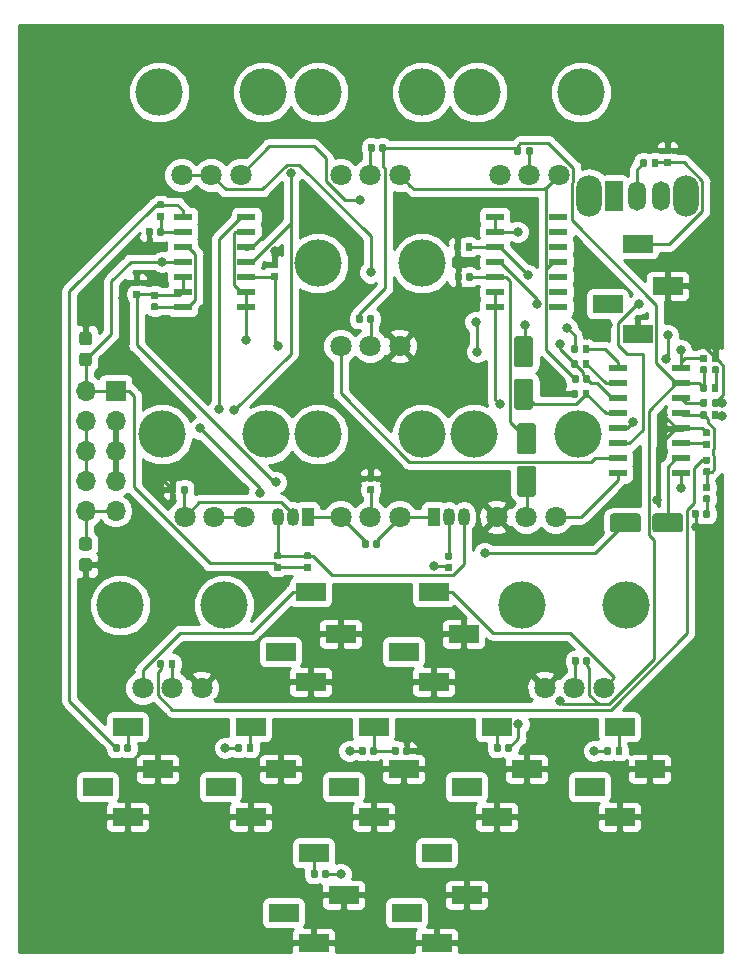
<source format=gtl>
G04 #@! TF.GenerationSoftware,KiCad,Pcbnew,(5.0.2)-1*
G04 #@! TF.CreationDate,2019-02-20T11:37:58+00:00*
G04 #@! TF.ProjectId,vco,76636f2e-6b69-4636-9164-5f7063625858,rev?*
G04 #@! TF.SameCoordinates,Original*
G04 #@! TF.FileFunction,Copper,L1,Top*
G04 #@! TF.FilePolarity,Positive*
%FSLAX46Y46*%
G04 Gerber Fmt 4.6, Leading zero omitted, Abs format (unit mm)*
G04 Created by KiCad (PCBNEW (5.0.2)-1) date 20/02/2019 11:37:58*
%MOMM*%
%LPD*%
G01*
G04 APERTURE LIST*
G04 #@! TA.AperFunction,Conductor*
%ADD10C,0.100000*%
G04 #@! TD*
G04 #@! TA.AperFunction,SMDPad,CuDef*
%ADD11C,0.590000*%
G04 #@! TD*
G04 #@! TA.AperFunction,SMDPad,CuDef*
%ADD12C,1.600000*%
G04 #@! TD*
G04 #@! TA.AperFunction,SMDPad,CuDef*
%ADD13C,1.050000*%
G04 #@! TD*
G04 #@! TA.AperFunction,ComponentPad*
%ADD14R,2.500000X1.500000*%
G04 #@! TD*
G04 #@! TA.AperFunction,ComponentPad*
%ADD15R,1.700000X1.700000*%
G04 #@! TD*
G04 #@! TA.AperFunction,ComponentPad*
%ADD16O,1.700000X1.700000*%
G04 #@! TD*
G04 #@! TA.AperFunction,ComponentPad*
%ADD17R,1.050000X1.500000*%
G04 #@! TD*
G04 #@! TA.AperFunction,ComponentPad*
%ADD18O,1.050000X1.500000*%
G04 #@! TD*
G04 #@! TA.AperFunction,ComponentPad*
%ADD19R,1.500000X2.500000*%
G04 #@! TD*
G04 #@! TA.AperFunction,ComponentPad*
%ADD20O,1.500000X2.500000*%
G04 #@! TD*
G04 #@! TA.AperFunction,ComponentPad*
%ADD21O,2.200000X3.500000*%
G04 #@! TD*
G04 #@! TA.AperFunction,SMDPad,CuDef*
%ADD22R,1.500000X0.600000*%
G04 #@! TD*
G04 #@! TA.AperFunction,WasherPad*
%ADD23C,4.000000*%
G04 #@! TD*
G04 #@! TA.AperFunction,ComponentPad*
%ADD24C,1.800000*%
G04 #@! TD*
G04 #@! TA.AperFunction,ViaPad*
%ADD25C,0.800000*%
G04 #@! TD*
G04 #@! TA.AperFunction,Conductor*
%ADD26C,0.250000*%
G04 #@! TD*
G04 #@! TA.AperFunction,Conductor*
%ADD27C,0.254000*%
G04 #@! TD*
G04 APERTURE END LIST*
D10*
G04 #@! TO.N,GND*
G04 #@! TO.C,C1*
G36*
X163021958Y-99502710D02*
X163036276Y-99504834D01*
X163050317Y-99508351D01*
X163063946Y-99513228D01*
X163077031Y-99519417D01*
X163089447Y-99526858D01*
X163101073Y-99535481D01*
X163111798Y-99545202D01*
X163121519Y-99555927D01*
X163130142Y-99567553D01*
X163137583Y-99579969D01*
X163143772Y-99593054D01*
X163148649Y-99606683D01*
X163152166Y-99620724D01*
X163154290Y-99635042D01*
X163155000Y-99649500D01*
X163155000Y-99994500D01*
X163154290Y-100008958D01*
X163152166Y-100023276D01*
X163148649Y-100037317D01*
X163143772Y-100050946D01*
X163137583Y-100064031D01*
X163130142Y-100076447D01*
X163121519Y-100088073D01*
X163111798Y-100098798D01*
X163101073Y-100108519D01*
X163089447Y-100117142D01*
X163077031Y-100124583D01*
X163063946Y-100130772D01*
X163050317Y-100135649D01*
X163036276Y-100139166D01*
X163021958Y-100141290D01*
X163007500Y-100142000D01*
X162712500Y-100142000D01*
X162698042Y-100141290D01*
X162683724Y-100139166D01*
X162669683Y-100135649D01*
X162656054Y-100130772D01*
X162642969Y-100124583D01*
X162630553Y-100117142D01*
X162618927Y-100108519D01*
X162608202Y-100098798D01*
X162598481Y-100088073D01*
X162589858Y-100076447D01*
X162582417Y-100064031D01*
X162576228Y-100050946D01*
X162571351Y-100037317D01*
X162567834Y-100023276D01*
X162565710Y-100008958D01*
X162565000Y-99994500D01*
X162565000Y-99649500D01*
X162565710Y-99635042D01*
X162567834Y-99620724D01*
X162571351Y-99606683D01*
X162576228Y-99593054D01*
X162582417Y-99579969D01*
X162589858Y-99567553D01*
X162598481Y-99555927D01*
X162608202Y-99545202D01*
X162618927Y-99535481D01*
X162630553Y-99526858D01*
X162642969Y-99519417D01*
X162656054Y-99513228D01*
X162669683Y-99508351D01*
X162683724Y-99504834D01*
X162698042Y-99502710D01*
X162712500Y-99502000D01*
X163007500Y-99502000D01*
X163021958Y-99502710D01*
X163021958Y-99502710D01*
G37*
D11*
G04 #@! TD*
G04 #@! TO.P,C1,2*
G04 #@! TO.N,GND*
X162860000Y-99822000D03*
D10*
G04 #@! TO.N,Net-(C1-Pad1)*
G04 #@! TO.C,C1*
G36*
X163991958Y-99502710D02*
X164006276Y-99504834D01*
X164020317Y-99508351D01*
X164033946Y-99513228D01*
X164047031Y-99519417D01*
X164059447Y-99526858D01*
X164071073Y-99535481D01*
X164081798Y-99545202D01*
X164091519Y-99555927D01*
X164100142Y-99567553D01*
X164107583Y-99579969D01*
X164113772Y-99593054D01*
X164118649Y-99606683D01*
X164122166Y-99620724D01*
X164124290Y-99635042D01*
X164125000Y-99649500D01*
X164125000Y-99994500D01*
X164124290Y-100008958D01*
X164122166Y-100023276D01*
X164118649Y-100037317D01*
X164113772Y-100050946D01*
X164107583Y-100064031D01*
X164100142Y-100076447D01*
X164091519Y-100088073D01*
X164081798Y-100098798D01*
X164071073Y-100108519D01*
X164059447Y-100117142D01*
X164047031Y-100124583D01*
X164033946Y-100130772D01*
X164020317Y-100135649D01*
X164006276Y-100139166D01*
X163991958Y-100141290D01*
X163977500Y-100142000D01*
X163682500Y-100142000D01*
X163668042Y-100141290D01*
X163653724Y-100139166D01*
X163639683Y-100135649D01*
X163626054Y-100130772D01*
X163612969Y-100124583D01*
X163600553Y-100117142D01*
X163588927Y-100108519D01*
X163578202Y-100098798D01*
X163568481Y-100088073D01*
X163559858Y-100076447D01*
X163552417Y-100064031D01*
X163546228Y-100050946D01*
X163541351Y-100037317D01*
X163537834Y-100023276D01*
X163535710Y-100008958D01*
X163535000Y-99994500D01*
X163535000Y-99649500D01*
X163535710Y-99635042D01*
X163537834Y-99620724D01*
X163541351Y-99606683D01*
X163546228Y-99593054D01*
X163552417Y-99579969D01*
X163559858Y-99567553D01*
X163568481Y-99555927D01*
X163578202Y-99545202D01*
X163588927Y-99535481D01*
X163600553Y-99526858D01*
X163612969Y-99519417D01*
X163626054Y-99513228D01*
X163639683Y-99508351D01*
X163653724Y-99504834D01*
X163668042Y-99502710D01*
X163682500Y-99502000D01*
X163977500Y-99502000D01*
X163991958Y-99502710D01*
X163991958Y-99502710D01*
G37*
D11*
G04 #@! TD*
G04 #@! TO.P,C1,1*
G04 #@! TO.N,Net-(C1-Pad1)*
X163830000Y-99822000D03*
D10*
G04 #@! TO.N,Net-(C2-Pad1)*
G04 #@! TO.C,C2*
G36*
X118733958Y-112202710D02*
X118748276Y-112204834D01*
X118762317Y-112208351D01*
X118775946Y-112213228D01*
X118789031Y-112219417D01*
X118801447Y-112226858D01*
X118813073Y-112235481D01*
X118823798Y-112245202D01*
X118833519Y-112255927D01*
X118842142Y-112267553D01*
X118849583Y-112279969D01*
X118855772Y-112293054D01*
X118860649Y-112306683D01*
X118864166Y-112320724D01*
X118866290Y-112335042D01*
X118867000Y-112349500D01*
X118867000Y-112694500D01*
X118866290Y-112708958D01*
X118864166Y-112723276D01*
X118860649Y-112737317D01*
X118855772Y-112750946D01*
X118849583Y-112764031D01*
X118842142Y-112776447D01*
X118833519Y-112788073D01*
X118823798Y-112798798D01*
X118813073Y-112808519D01*
X118801447Y-112817142D01*
X118789031Y-112824583D01*
X118775946Y-112830772D01*
X118762317Y-112835649D01*
X118748276Y-112839166D01*
X118733958Y-112841290D01*
X118719500Y-112842000D01*
X118424500Y-112842000D01*
X118410042Y-112841290D01*
X118395724Y-112839166D01*
X118381683Y-112835649D01*
X118368054Y-112830772D01*
X118354969Y-112824583D01*
X118342553Y-112817142D01*
X118330927Y-112808519D01*
X118320202Y-112798798D01*
X118310481Y-112788073D01*
X118301858Y-112776447D01*
X118294417Y-112764031D01*
X118288228Y-112750946D01*
X118283351Y-112737317D01*
X118279834Y-112723276D01*
X118277710Y-112708958D01*
X118277000Y-112694500D01*
X118277000Y-112349500D01*
X118277710Y-112335042D01*
X118279834Y-112320724D01*
X118283351Y-112306683D01*
X118288228Y-112293054D01*
X118294417Y-112279969D01*
X118301858Y-112267553D01*
X118310481Y-112255927D01*
X118320202Y-112245202D01*
X118330927Y-112235481D01*
X118342553Y-112226858D01*
X118354969Y-112219417D01*
X118368054Y-112213228D01*
X118381683Y-112208351D01*
X118395724Y-112204834D01*
X118410042Y-112202710D01*
X118424500Y-112202000D01*
X118719500Y-112202000D01*
X118733958Y-112202710D01*
X118733958Y-112202710D01*
G37*
D11*
G04 #@! TD*
G04 #@! TO.P,C2,1*
G04 #@! TO.N,Net-(C2-Pad1)*
X118572000Y-112522000D03*
D10*
G04 #@! TO.N,Net-(C2-Pad2)*
G04 #@! TO.C,C2*
G36*
X117763958Y-112202710D02*
X117778276Y-112204834D01*
X117792317Y-112208351D01*
X117805946Y-112213228D01*
X117819031Y-112219417D01*
X117831447Y-112226858D01*
X117843073Y-112235481D01*
X117853798Y-112245202D01*
X117863519Y-112255927D01*
X117872142Y-112267553D01*
X117879583Y-112279969D01*
X117885772Y-112293054D01*
X117890649Y-112306683D01*
X117894166Y-112320724D01*
X117896290Y-112335042D01*
X117897000Y-112349500D01*
X117897000Y-112694500D01*
X117896290Y-112708958D01*
X117894166Y-112723276D01*
X117890649Y-112737317D01*
X117885772Y-112750946D01*
X117879583Y-112764031D01*
X117872142Y-112776447D01*
X117863519Y-112788073D01*
X117853798Y-112798798D01*
X117843073Y-112808519D01*
X117831447Y-112817142D01*
X117819031Y-112824583D01*
X117805946Y-112830772D01*
X117792317Y-112835649D01*
X117778276Y-112839166D01*
X117763958Y-112841290D01*
X117749500Y-112842000D01*
X117454500Y-112842000D01*
X117440042Y-112841290D01*
X117425724Y-112839166D01*
X117411683Y-112835649D01*
X117398054Y-112830772D01*
X117384969Y-112824583D01*
X117372553Y-112817142D01*
X117360927Y-112808519D01*
X117350202Y-112798798D01*
X117340481Y-112788073D01*
X117331858Y-112776447D01*
X117324417Y-112764031D01*
X117318228Y-112750946D01*
X117313351Y-112737317D01*
X117309834Y-112723276D01*
X117307710Y-112708958D01*
X117307000Y-112694500D01*
X117307000Y-112349500D01*
X117307710Y-112335042D01*
X117309834Y-112320724D01*
X117313351Y-112306683D01*
X117318228Y-112293054D01*
X117324417Y-112279969D01*
X117331858Y-112267553D01*
X117340481Y-112255927D01*
X117350202Y-112245202D01*
X117360927Y-112235481D01*
X117372553Y-112226858D01*
X117384969Y-112219417D01*
X117398054Y-112213228D01*
X117411683Y-112208351D01*
X117425724Y-112204834D01*
X117440042Y-112202710D01*
X117454500Y-112202000D01*
X117749500Y-112202000D01*
X117763958Y-112202710D01*
X117763958Y-112202710D01*
G37*
D11*
G04 #@! TD*
G04 #@! TO.P,C2,2*
G04 #@! TO.N,Net-(C2-Pad2)*
X117602000Y-112522000D03*
D10*
G04 #@! TO.N,Net-(C3-Pad1)*
G04 #@! TO.C,C3*
G36*
X164778958Y-87335710D02*
X164793276Y-87337834D01*
X164807317Y-87341351D01*
X164820946Y-87346228D01*
X164834031Y-87352417D01*
X164846447Y-87359858D01*
X164858073Y-87368481D01*
X164868798Y-87378202D01*
X164878519Y-87388927D01*
X164887142Y-87400553D01*
X164894583Y-87412969D01*
X164900772Y-87426054D01*
X164905649Y-87439683D01*
X164909166Y-87453724D01*
X164911290Y-87468042D01*
X164912000Y-87482500D01*
X164912000Y-87777500D01*
X164911290Y-87791958D01*
X164909166Y-87806276D01*
X164905649Y-87820317D01*
X164900772Y-87833946D01*
X164894583Y-87847031D01*
X164887142Y-87859447D01*
X164878519Y-87871073D01*
X164868798Y-87881798D01*
X164858073Y-87891519D01*
X164846447Y-87900142D01*
X164834031Y-87907583D01*
X164820946Y-87913772D01*
X164807317Y-87918649D01*
X164793276Y-87922166D01*
X164778958Y-87924290D01*
X164764500Y-87925000D01*
X164419500Y-87925000D01*
X164405042Y-87924290D01*
X164390724Y-87922166D01*
X164376683Y-87918649D01*
X164363054Y-87913772D01*
X164349969Y-87907583D01*
X164337553Y-87900142D01*
X164325927Y-87891519D01*
X164315202Y-87881798D01*
X164305481Y-87871073D01*
X164296858Y-87859447D01*
X164289417Y-87847031D01*
X164283228Y-87833946D01*
X164278351Y-87820317D01*
X164274834Y-87806276D01*
X164272710Y-87791958D01*
X164272000Y-87777500D01*
X164272000Y-87482500D01*
X164272710Y-87468042D01*
X164274834Y-87453724D01*
X164278351Y-87439683D01*
X164283228Y-87426054D01*
X164289417Y-87412969D01*
X164296858Y-87400553D01*
X164305481Y-87388927D01*
X164315202Y-87378202D01*
X164325927Y-87368481D01*
X164337553Y-87359858D01*
X164349969Y-87352417D01*
X164363054Y-87346228D01*
X164376683Y-87341351D01*
X164390724Y-87337834D01*
X164405042Y-87335710D01*
X164419500Y-87335000D01*
X164764500Y-87335000D01*
X164778958Y-87335710D01*
X164778958Y-87335710D01*
G37*
D11*
G04 #@! TD*
G04 #@! TO.P,C3,1*
G04 #@! TO.N,Net-(C3-Pad1)*
X164592000Y-87630000D03*
D10*
G04 #@! TO.N,GND*
G04 #@! TO.C,C3*
G36*
X164778958Y-86365710D02*
X164793276Y-86367834D01*
X164807317Y-86371351D01*
X164820946Y-86376228D01*
X164834031Y-86382417D01*
X164846447Y-86389858D01*
X164858073Y-86398481D01*
X164868798Y-86408202D01*
X164878519Y-86418927D01*
X164887142Y-86430553D01*
X164894583Y-86442969D01*
X164900772Y-86456054D01*
X164905649Y-86469683D01*
X164909166Y-86483724D01*
X164911290Y-86498042D01*
X164912000Y-86512500D01*
X164912000Y-86807500D01*
X164911290Y-86821958D01*
X164909166Y-86836276D01*
X164905649Y-86850317D01*
X164900772Y-86863946D01*
X164894583Y-86877031D01*
X164887142Y-86889447D01*
X164878519Y-86901073D01*
X164868798Y-86911798D01*
X164858073Y-86921519D01*
X164846447Y-86930142D01*
X164834031Y-86937583D01*
X164820946Y-86943772D01*
X164807317Y-86948649D01*
X164793276Y-86952166D01*
X164778958Y-86954290D01*
X164764500Y-86955000D01*
X164419500Y-86955000D01*
X164405042Y-86954290D01*
X164390724Y-86952166D01*
X164376683Y-86948649D01*
X164363054Y-86943772D01*
X164349969Y-86937583D01*
X164337553Y-86930142D01*
X164325927Y-86921519D01*
X164315202Y-86911798D01*
X164305481Y-86901073D01*
X164296858Y-86889447D01*
X164289417Y-86877031D01*
X164283228Y-86863946D01*
X164278351Y-86850317D01*
X164274834Y-86836276D01*
X164272710Y-86821958D01*
X164272000Y-86807500D01*
X164272000Y-86512500D01*
X164272710Y-86498042D01*
X164274834Y-86483724D01*
X164278351Y-86469683D01*
X164283228Y-86456054D01*
X164289417Y-86442969D01*
X164296858Y-86430553D01*
X164305481Y-86418927D01*
X164315202Y-86408202D01*
X164325927Y-86398481D01*
X164337553Y-86389858D01*
X164349969Y-86382417D01*
X164363054Y-86376228D01*
X164376683Y-86371351D01*
X164390724Y-86367834D01*
X164405042Y-86365710D01*
X164419500Y-86365000D01*
X164764500Y-86365000D01*
X164778958Y-86365710D01*
X164778958Y-86365710D01*
G37*
D11*
G04 #@! TD*
G04 #@! TO.P,C3,2*
G04 #@! TO.N,GND*
X164592000Y-86660000D03*
D10*
G04 #@! TO.N,GND*
G04 #@! TO.C,C4*
G36*
X164016958Y-92669710D02*
X164031276Y-92671834D01*
X164045317Y-92675351D01*
X164058946Y-92680228D01*
X164072031Y-92686417D01*
X164084447Y-92693858D01*
X164096073Y-92702481D01*
X164106798Y-92712202D01*
X164116519Y-92722927D01*
X164125142Y-92734553D01*
X164132583Y-92746969D01*
X164138772Y-92760054D01*
X164143649Y-92773683D01*
X164147166Y-92787724D01*
X164149290Y-92802042D01*
X164150000Y-92816500D01*
X164150000Y-93111500D01*
X164149290Y-93125958D01*
X164147166Y-93140276D01*
X164143649Y-93154317D01*
X164138772Y-93167946D01*
X164132583Y-93181031D01*
X164125142Y-93193447D01*
X164116519Y-93205073D01*
X164106798Y-93215798D01*
X164096073Y-93225519D01*
X164084447Y-93234142D01*
X164072031Y-93241583D01*
X164058946Y-93247772D01*
X164045317Y-93252649D01*
X164031276Y-93256166D01*
X164016958Y-93258290D01*
X164002500Y-93259000D01*
X163657500Y-93259000D01*
X163643042Y-93258290D01*
X163628724Y-93256166D01*
X163614683Y-93252649D01*
X163601054Y-93247772D01*
X163587969Y-93241583D01*
X163575553Y-93234142D01*
X163563927Y-93225519D01*
X163553202Y-93215798D01*
X163543481Y-93205073D01*
X163534858Y-93193447D01*
X163527417Y-93181031D01*
X163521228Y-93167946D01*
X163516351Y-93154317D01*
X163512834Y-93140276D01*
X163510710Y-93125958D01*
X163510000Y-93111500D01*
X163510000Y-92816500D01*
X163510710Y-92802042D01*
X163512834Y-92787724D01*
X163516351Y-92773683D01*
X163521228Y-92760054D01*
X163527417Y-92746969D01*
X163534858Y-92734553D01*
X163543481Y-92722927D01*
X163553202Y-92712202D01*
X163563927Y-92702481D01*
X163575553Y-92693858D01*
X163587969Y-92686417D01*
X163601054Y-92680228D01*
X163614683Y-92675351D01*
X163628724Y-92671834D01*
X163643042Y-92669710D01*
X163657500Y-92669000D01*
X164002500Y-92669000D01*
X164016958Y-92669710D01*
X164016958Y-92669710D01*
G37*
D11*
G04 #@! TD*
G04 #@! TO.P,C4,2*
G04 #@! TO.N,GND*
X163830000Y-92964000D03*
D10*
G04 #@! TO.N,Net-(C4-Pad1)*
G04 #@! TO.C,C4*
G36*
X164016958Y-93639710D02*
X164031276Y-93641834D01*
X164045317Y-93645351D01*
X164058946Y-93650228D01*
X164072031Y-93656417D01*
X164084447Y-93663858D01*
X164096073Y-93672481D01*
X164106798Y-93682202D01*
X164116519Y-93692927D01*
X164125142Y-93704553D01*
X164132583Y-93716969D01*
X164138772Y-93730054D01*
X164143649Y-93743683D01*
X164147166Y-93757724D01*
X164149290Y-93772042D01*
X164150000Y-93786500D01*
X164150000Y-94081500D01*
X164149290Y-94095958D01*
X164147166Y-94110276D01*
X164143649Y-94124317D01*
X164138772Y-94137946D01*
X164132583Y-94151031D01*
X164125142Y-94163447D01*
X164116519Y-94175073D01*
X164106798Y-94185798D01*
X164096073Y-94195519D01*
X164084447Y-94204142D01*
X164072031Y-94211583D01*
X164058946Y-94217772D01*
X164045317Y-94222649D01*
X164031276Y-94226166D01*
X164016958Y-94228290D01*
X164002500Y-94229000D01*
X163657500Y-94229000D01*
X163643042Y-94228290D01*
X163628724Y-94226166D01*
X163614683Y-94222649D01*
X163601054Y-94217772D01*
X163587969Y-94211583D01*
X163575553Y-94204142D01*
X163563927Y-94195519D01*
X163553202Y-94185798D01*
X163543481Y-94175073D01*
X163534858Y-94163447D01*
X163527417Y-94151031D01*
X163521228Y-94137946D01*
X163516351Y-94124317D01*
X163512834Y-94110276D01*
X163510710Y-94095958D01*
X163510000Y-94081500D01*
X163510000Y-93786500D01*
X163510710Y-93772042D01*
X163512834Y-93757724D01*
X163516351Y-93743683D01*
X163521228Y-93730054D01*
X163527417Y-93716969D01*
X163534858Y-93704553D01*
X163543481Y-93692927D01*
X163553202Y-93682202D01*
X163563927Y-93672481D01*
X163575553Y-93663858D01*
X163587969Y-93656417D01*
X163601054Y-93650228D01*
X163614683Y-93645351D01*
X163628724Y-93641834D01*
X163643042Y-93639710D01*
X163657500Y-93639000D01*
X164002500Y-93639000D01*
X164016958Y-93639710D01*
X164016958Y-93639710D01*
G37*
D11*
G04 #@! TD*
G04 #@! TO.P,C4,1*
G04 #@! TO.N,Net-(C4-Pad1)*
X163830000Y-93934000D03*
D10*
G04 #@! TO.N,Net-(C5-Pad1)*
G04 #@! TO.C,C5*
G36*
X159627958Y-69784710D02*
X159642276Y-69786834D01*
X159656317Y-69790351D01*
X159669946Y-69795228D01*
X159683031Y-69801417D01*
X159695447Y-69808858D01*
X159707073Y-69817481D01*
X159717798Y-69827202D01*
X159727519Y-69837927D01*
X159736142Y-69849553D01*
X159743583Y-69861969D01*
X159749772Y-69875054D01*
X159754649Y-69888683D01*
X159758166Y-69902724D01*
X159760290Y-69917042D01*
X159761000Y-69931500D01*
X159761000Y-70276500D01*
X159760290Y-70290958D01*
X159758166Y-70305276D01*
X159754649Y-70319317D01*
X159749772Y-70332946D01*
X159743583Y-70346031D01*
X159736142Y-70358447D01*
X159727519Y-70370073D01*
X159717798Y-70380798D01*
X159707073Y-70390519D01*
X159695447Y-70399142D01*
X159683031Y-70406583D01*
X159669946Y-70412772D01*
X159656317Y-70417649D01*
X159642276Y-70421166D01*
X159627958Y-70423290D01*
X159613500Y-70424000D01*
X159318500Y-70424000D01*
X159304042Y-70423290D01*
X159289724Y-70421166D01*
X159275683Y-70417649D01*
X159262054Y-70412772D01*
X159248969Y-70406583D01*
X159236553Y-70399142D01*
X159224927Y-70390519D01*
X159214202Y-70380798D01*
X159204481Y-70370073D01*
X159195858Y-70358447D01*
X159188417Y-70346031D01*
X159182228Y-70332946D01*
X159177351Y-70319317D01*
X159173834Y-70305276D01*
X159171710Y-70290958D01*
X159171000Y-70276500D01*
X159171000Y-69931500D01*
X159171710Y-69917042D01*
X159173834Y-69902724D01*
X159177351Y-69888683D01*
X159182228Y-69875054D01*
X159188417Y-69861969D01*
X159195858Y-69849553D01*
X159204481Y-69837927D01*
X159214202Y-69827202D01*
X159224927Y-69817481D01*
X159236553Y-69808858D01*
X159248969Y-69801417D01*
X159262054Y-69795228D01*
X159275683Y-69790351D01*
X159289724Y-69786834D01*
X159304042Y-69784710D01*
X159318500Y-69784000D01*
X159613500Y-69784000D01*
X159627958Y-69784710D01*
X159627958Y-69784710D01*
G37*
D11*
G04 #@! TD*
G04 #@! TO.P,C5,1*
G04 #@! TO.N,Net-(C5-Pad1)*
X159466000Y-70104000D03*
D10*
G04 #@! TO.N,Net-(C5-Pad2)*
G04 #@! TO.C,C5*
G36*
X158657958Y-69784710D02*
X158672276Y-69786834D01*
X158686317Y-69790351D01*
X158699946Y-69795228D01*
X158713031Y-69801417D01*
X158725447Y-69808858D01*
X158737073Y-69817481D01*
X158747798Y-69827202D01*
X158757519Y-69837927D01*
X158766142Y-69849553D01*
X158773583Y-69861969D01*
X158779772Y-69875054D01*
X158784649Y-69888683D01*
X158788166Y-69902724D01*
X158790290Y-69917042D01*
X158791000Y-69931500D01*
X158791000Y-70276500D01*
X158790290Y-70290958D01*
X158788166Y-70305276D01*
X158784649Y-70319317D01*
X158779772Y-70332946D01*
X158773583Y-70346031D01*
X158766142Y-70358447D01*
X158757519Y-70370073D01*
X158747798Y-70380798D01*
X158737073Y-70390519D01*
X158725447Y-70399142D01*
X158713031Y-70406583D01*
X158699946Y-70412772D01*
X158686317Y-70417649D01*
X158672276Y-70421166D01*
X158657958Y-70423290D01*
X158643500Y-70424000D01*
X158348500Y-70424000D01*
X158334042Y-70423290D01*
X158319724Y-70421166D01*
X158305683Y-70417649D01*
X158292054Y-70412772D01*
X158278969Y-70406583D01*
X158266553Y-70399142D01*
X158254927Y-70390519D01*
X158244202Y-70380798D01*
X158234481Y-70370073D01*
X158225858Y-70358447D01*
X158218417Y-70346031D01*
X158212228Y-70332946D01*
X158207351Y-70319317D01*
X158203834Y-70305276D01*
X158201710Y-70290958D01*
X158201000Y-70276500D01*
X158201000Y-69931500D01*
X158201710Y-69917042D01*
X158203834Y-69902724D01*
X158207351Y-69888683D01*
X158212228Y-69875054D01*
X158218417Y-69861969D01*
X158225858Y-69849553D01*
X158234481Y-69837927D01*
X158244202Y-69827202D01*
X158254927Y-69817481D01*
X158266553Y-69808858D01*
X158278969Y-69801417D01*
X158292054Y-69795228D01*
X158305683Y-69790351D01*
X158319724Y-69786834D01*
X158334042Y-69784710D01*
X158348500Y-69784000D01*
X158643500Y-69784000D01*
X158657958Y-69784710D01*
X158657958Y-69784710D01*
G37*
D11*
G04 #@! TD*
G04 #@! TO.P,C5,2*
G04 #@! TO.N,Net-(C5-Pad2)*
X158496000Y-70104000D03*
D10*
G04 #@! TO.N,TRIANGLE*
G04 #@! TO.C,C6*
G36*
X161624504Y-99785204D02*
X161648773Y-99788804D01*
X161672571Y-99794765D01*
X161695671Y-99803030D01*
X161717849Y-99813520D01*
X161738893Y-99826133D01*
X161758598Y-99840747D01*
X161776777Y-99857223D01*
X161793253Y-99875402D01*
X161807867Y-99895107D01*
X161820480Y-99916151D01*
X161830970Y-99938329D01*
X161839235Y-99961429D01*
X161845196Y-99985227D01*
X161848796Y-100009496D01*
X161850000Y-100034000D01*
X161850000Y-101134000D01*
X161848796Y-101158504D01*
X161845196Y-101182773D01*
X161839235Y-101206571D01*
X161830970Y-101229671D01*
X161820480Y-101251849D01*
X161807867Y-101272893D01*
X161793253Y-101292598D01*
X161776777Y-101310777D01*
X161758598Y-101327253D01*
X161738893Y-101341867D01*
X161717849Y-101354480D01*
X161695671Y-101364970D01*
X161672571Y-101373235D01*
X161648773Y-101379196D01*
X161624504Y-101382796D01*
X161600000Y-101384000D01*
X159500000Y-101384000D01*
X159475496Y-101382796D01*
X159451227Y-101379196D01*
X159427429Y-101373235D01*
X159404329Y-101364970D01*
X159382151Y-101354480D01*
X159361107Y-101341867D01*
X159341402Y-101327253D01*
X159323223Y-101310777D01*
X159306747Y-101292598D01*
X159292133Y-101272893D01*
X159279520Y-101251849D01*
X159269030Y-101229671D01*
X159260765Y-101206571D01*
X159254804Y-101182773D01*
X159251204Y-101158504D01*
X159250000Y-101134000D01*
X159250000Y-100034000D01*
X159251204Y-100009496D01*
X159254804Y-99985227D01*
X159260765Y-99961429D01*
X159269030Y-99938329D01*
X159279520Y-99916151D01*
X159292133Y-99895107D01*
X159306747Y-99875402D01*
X159323223Y-99857223D01*
X159341402Y-99840747D01*
X159361107Y-99826133D01*
X159382151Y-99813520D01*
X159404329Y-99803030D01*
X159427429Y-99794765D01*
X159451227Y-99788804D01*
X159475496Y-99785204D01*
X159500000Y-99784000D01*
X161600000Y-99784000D01*
X161624504Y-99785204D01*
X161624504Y-99785204D01*
G37*
D12*
G04 #@! TD*
G04 #@! TO.P,C6,1*
G04 #@! TO.N,TRIANGLE*
X160550000Y-100584000D03*
D10*
G04 #@! TO.N,Net-(C6-Pad2)*
G04 #@! TO.C,C6*
G36*
X158024504Y-99785204D02*
X158048773Y-99788804D01*
X158072571Y-99794765D01*
X158095671Y-99803030D01*
X158117849Y-99813520D01*
X158138893Y-99826133D01*
X158158598Y-99840747D01*
X158176777Y-99857223D01*
X158193253Y-99875402D01*
X158207867Y-99895107D01*
X158220480Y-99916151D01*
X158230970Y-99938329D01*
X158239235Y-99961429D01*
X158245196Y-99985227D01*
X158248796Y-100009496D01*
X158250000Y-100034000D01*
X158250000Y-101134000D01*
X158248796Y-101158504D01*
X158245196Y-101182773D01*
X158239235Y-101206571D01*
X158230970Y-101229671D01*
X158220480Y-101251849D01*
X158207867Y-101272893D01*
X158193253Y-101292598D01*
X158176777Y-101310777D01*
X158158598Y-101327253D01*
X158138893Y-101341867D01*
X158117849Y-101354480D01*
X158095671Y-101364970D01*
X158072571Y-101373235D01*
X158048773Y-101379196D01*
X158024504Y-101382796D01*
X158000000Y-101384000D01*
X155900000Y-101384000D01*
X155875496Y-101382796D01*
X155851227Y-101379196D01*
X155827429Y-101373235D01*
X155804329Y-101364970D01*
X155782151Y-101354480D01*
X155761107Y-101341867D01*
X155741402Y-101327253D01*
X155723223Y-101310777D01*
X155706747Y-101292598D01*
X155692133Y-101272893D01*
X155679520Y-101251849D01*
X155669030Y-101229671D01*
X155660765Y-101206571D01*
X155654804Y-101182773D01*
X155651204Y-101158504D01*
X155650000Y-101134000D01*
X155650000Y-100034000D01*
X155651204Y-100009496D01*
X155654804Y-99985227D01*
X155660765Y-99961429D01*
X155669030Y-99938329D01*
X155679520Y-99916151D01*
X155692133Y-99895107D01*
X155706747Y-99875402D01*
X155723223Y-99857223D01*
X155741402Y-99840747D01*
X155761107Y-99826133D01*
X155782151Y-99813520D01*
X155804329Y-99803030D01*
X155827429Y-99794765D01*
X155851227Y-99788804D01*
X155875496Y-99785204D01*
X155900000Y-99784000D01*
X158000000Y-99784000D01*
X158024504Y-99785204D01*
X158024504Y-99785204D01*
G37*
D12*
G04 #@! TD*
G04 #@! TO.P,C6,2*
G04 #@! TO.N,Net-(C6-Pad2)*
X156950000Y-100584000D03*
D10*
G04 #@! TO.N,PULSE*
G04 #@! TO.C,C7*
G36*
X148910504Y-88385204D02*
X148934773Y-88388804D01*
X148958571Y-88394765D01*
X148981671Y-88403030D01*
X149003849Y-88413520D01*
X149024893Y-88426133D01*
X149044598Y-88440747D01*
X149062777Y-88457223D01*
X149079253Y-88475402D01*
X149093867Y-88495107D01*
X149106480Y-88516151D01*
X149116970Y-88538329D01*
X149125235Y-88561429D01*
X149131196Y-88585227D01*
X149134796Y-88609496D01*
X149136000Y-88634000D01*
X149136000Y-90734000D01*
X149134796Y-90758504D01*
X149131196Y-90782773D01*
X149125235Y-90806571D01*
X149116970Y-90829671D01*
X149106480Y-90851849D01*
X149093867Y-90872893D01*
X149079253Y-90892598D01*
X149062777Y-90910777D01*
X149044598Y-90927253D01*
X149024893Y-90941867D01*
X149003849Y-90954480D01*
X148981671Y-90964970D01*
X148958571Y-90973235D01*
X148934773Y-90979196D01*
X148910504Y-90982796D01*
X148886000Y-90984000D01*
X147786000Y-90984000D01*
X147761496Y-90982796D01*
X147737227Y-90979196D01*
X147713429Y-90973235D01*
X147690329Y-90964970D01*
X147668151Y-90954480D01*
X147647107Y-90941867D01*
X147627402Y-90927253D01*
X147609223Y-90910777D01*
X147592747Y-90892598D01*
X147578133Y-90872893D01*
X147565520Y-90851849D01*
X147555030Y-90829671D01*
X147546765Y-90806571D01*
X147540804Y-90782773D01*
X147537204Y-90758504D01*
X147536000Y-90734000D01*
X147536000Y-88634000D01*
X147537204Y-88609496D01*
X147540804Y-88585227D01*
X147546765Y-88561429D01*
X147555030Y-88538329D01*
X147565520Y-88516151D01*
X147578133Y-88495107D01*
X147592747Y-88475402D01*
X147609223Y-88457223D01*
X147627402Y-88440747D01*
X147647107Y-88426133D01*
X147668151Y-88413520D01*
X147690329Y-88403030D01*
X147713429Y-88394765D01*
X147737227Y-88388804D01*
X147761496Y-88385204D01*
X147786000Y-88384000D01*
X148886000Y-88384000D01*
X148910504Y-88385204D01*
X148910504Y-88385204D01*
G37*
D12*
G04 #@! TD*
G04 #@! TO.P,C7,1*
G04 #@! TO.N,PULSE*
X148336000Y-89684000D03*
D10*
G04 #@! TO.N,Net-(C7-Pad2)*
G04 #@! TO.C,C7*
G36*
X148910504Y-84785204D02*
X148934773Y-84788804D01*
X148958571Y-84794765D01*
X148981671Y-84803030D01*
X149003849Y-84813520D01*
X149024893Y-84826133D01*
X149044598Y-84840747D01*
X149062777Y-84857223D01*
X149079253Y-84875402D01*
X149093867Y-84895107D01*
X149106480Y-84916151D01*
X149116970Y-84938329D01*
X149125235Y-84961429D01*
X149131196Y-84985227D01*
X149134796Y-85009496D01*
X149136000Y-85034000D01*
X149136000Y-87134000D01*
X149134796Y-87158504D01*
X149131196Y-87182773D01*
X149125235Y-87206571D01*
X149116970Y-87229671D01*
X149106480Y-87251849D01*
X149093867Y-87272893D01*
X149079253Y-87292598D01*
X149062777Y-87310777D01*
X149044598Y-87327253D01*
X149024893Y-87341867D01*
X149003849Y-87354480D01*
X148981671Y-87364970D01*
X148958571Y-87373235D01*
X148934773Y-87379196D01*
X148910504Y-87382796D01*
X148886000Y-87384000D01*
X147786000Y-87384000D01*
X147761496Y-87382796D01*
X147737227Y-87379196D01*
X147713429Y-87373235D01*
X147690329Y-87364970D01*
X147668151Y-87354480D01*
X147647107Y-87341867D01*
X147627402Y-87327253D01*
X147609223Y-87310777D01*
X147592747Y-87292598D01*
X147578133Y-87272893D01*
X147565520Y-87251849D01*
X147555030Y-87229671D01*
X147546765Y-87206571D01*
X147540804Y-87182773D01*
X147537204Y-87158504D01*
X147536000Y-87134000D01*
X147536000Y-85034000D01*
X147537204Y-85009496D01*
X147540804Y-84985227D01*
X147546765Y-84961429D01*
X147555030Y-84938329D01*
X147565520Y-84916151D01*
X147578133Y-84895107D01*
X147592747Y-84875402D01*
X147609223Y-84857223D01*
X147627402Y-84840747D01*
X147647107Y-84826133D01*
X147668151Y-84813520D01*
X147690329Y-84803030D01*
X147713429Y-84794765D01*
X147737227Y-84788804D01*
X147761496Y-84785204D01*
X147786000Y-84784000D01*
X148886000Y-84784000D01*
X148910504Y-84785204D01*
X148910504Y-84785204D01*
G37*
D12*
G04 #@! TD*
G04 #@! TO.P,C7,2*
G04 #@! TO.N,Net-(C7-Pad2)*
X148336000Y-86084000D03*
D10*
G04 #@! TO.N,Net-(C8-Pad2)*
G04 #@! TO.C,C8*
G36*
X149164504Y-92151204D02*
X149188773Y-92154804D01*
X149212571Y-92160765D01*
X149235671Y-92169030D01*
X149257849Y-92179520D01*
X149278893Y-92192133D01*
X149298598Y-92206747D01*
X149316777Y-92223223D01*
X149333253Y-92241402D01*
X149347867Y-92261107D01*
X149360480Y-92282151D01*
X149370970Y-92304329D01*
X149379235Y-92327429D01*
X149385196Y-92351227D01*
X149388796Y-92375496D01*
X149390000Y-92400000D01*
X149390000Y-94500000D01*
X149388796Y-94524504D01*
X149385196Y-94548773D01*
X149379235Y-94572571D01*
X149370970Y-94595671D01*
X149360480Y-94617849D01*
X149347867Y-94638893D01*
X149333253Y-94658598D01*
X149316777Y-94676777D01*
X149298598Y-94693253D01*
X149278893Y-94707867D01*
X149257849Y-94720480D01*
X149235671Y-94730970D01*
X149212571Y-94739235D01*
X149188773Y-94745196D01*
X149164504Y-94748796D01*
X149140000Y-94750000D01*
X148040000Y-94750000D01*
X148015496Y-94748796D01*
X147991227Y-94745196D01*
X147967429Y-94739235D01*
X147944329Y-94730970D01*
X147922151Y-94720480D01*
X147901107Y-94707867D01*
X147881402Y-94693253D01*
X147863223Y-94676777D01*
X147846747Y-94658598D01*
X147832133Y-94638893D01*
X147819520Y-94617849D01*
X147809030Y-94595671D01*
X147800765Y-94572571D01*
X147794804Y-94548773D01*
X147791204Y-94524504D01*
X147790000Y-94500000D01*
X147790000Y-92400000D01*
X147791204Y-92375496D01*
X147794804Y-92351227D01*
X147800765Y-92327429D01*
X147809030Y-92304329D01*
X147819520Y-92282151D01*
X147832133Y-92261107D01*
X147846747Y-92241402D01*
X147863223Y-92223223D01*
X147881402Y-92206747D01*
X147901107Y-92192133D01*
X147922151Y-92179520D01*
X147944329Y-92169030D01*
X147967429Y-92160765D01*
X147991227Y-92154804D01*
X148015496Y-92151204D01*
X148040000Y-92150000D01*
X149140000Y-92150000D01*
X149164504Y-92151204D01*
X149164504Y-92151204D01*
G37*
D12*
G04 #@! TD*
G04 #@! TO.P,C8,2*
G04 #@! TO.N,Net-(C8-Pad2)*
X148590000Y-93450000D03*
D10*
G04 #@! TO.N,SAW*
G04 #@! TO.C,C8*
G36*
X149164504Y-95751204D02*
X149188773Y-95754804D01*
X149212571Y-95760765D01*
X149235671Y-95769030D01*
X149257849Y-95779520D01*
X149278893Y-95792133D01*
X149298598Y-95806747D01*
X149316777Y-95823223D01*
X149333253Y-95841402D01*
X149347867Y-95861107D01*
X149360480Y-95882151D01*
X149370970Y-95904329D01*
X149379235Y-95927429D01*
X149385196Y-95951227D01*
X149388796Y-95975496D01*
X149390000Y-96000000D01*
X149390000Y-98100000D01*
X149388796Y-98124504D01*
X149385196Y-98148773D01*
X149379235Y-98172571D01*
X149370970Y-98195671D01*
X149360480Y-98217849D01*
X149347867Y-98238893D01*
X149333253Y-98258598D01*
X149316777Y-98276777D01*
X149298598Y-98293253D01*
X149278893Y-98307867D01*
X149257849Y-98320480D01*
X149235671Y-98330970D01*
X149212571Y-98339235D01*
X149188773Y-98345196D01*
X149164504Y-98348796D01*
X149140000Y-98350000D01*
X148040000Y-98350000D01*
X148015496Y-98348796D01*
X147991227Y-98345196D01*
X147967429Y-98339235D01*
X147944329Y-98330970D01*
X147922151Y-98320480D01*
X147901107Y-98307867D01*
X147881402Y-98293253D01*
X147863223Y-98276777D01*
X147846747Y-98258598D01*
X147832133Y-98238893D01*
X147819520Y-98217849D01*
X147809030Y-98195671D01*
X147800765Y-98172571D01*
X147794804Y-98148773D01*
X147791204Y-98124504D01*
X147790000Y-98100000D01*
X147790000Y-96000000D01*
X147791204Y-95975496D01*
X147794804Y-95951227D01*
X147800765Y-95927429D01*
X147809030Y-95904329D01*
X147819520Y-95882151D01*
X147832133Y-95861107D01*
X147846747Y-95841402D01*
X147863223Y-95823223D01*
X147881402Y-95806747D01*
X147901107Y-95792133D01*
X147922151Y-95779520D01*
X147944329Y-95769030D01*
X147967429Y-95760765D01*
X147991227Y-95754804D01*
X148015496Y-95751204D01*
X148040000Y-95750000D01*
X149140000Y-95750000D01*
X149164504Y-95751204D01*
X149164504Y-95751204D01*
G37*
D12*
G04 #@! TD*
G04 #@! TO.P,C8,1*
G04 #@! TO.N,SAW*
X148590000Y-97050000D03*
D10*
G04 #@! TO.N,+12V*
G04 #@! TO.C,C9*
G36*
X111551505Y-86178204D02*
X111575773Y-86181804D01*
X111599572Y-86187765D01*
X111622671Y-86196030D01*
X111644850Y-86206520D01*
X111665893Y-86219132D01*
X111685599Y-86233747D01*
X111703777Y-86250223D01*
X111720253Y-86268401D01*
X111734868Y-86288107D01*
X111747480Y-86309150D01*
X111757970Y-86331329D01*
X111766235Y-86354428D01*
X111772196Y-86378227D01*
X111775796Y-86402495D01*
X111777000Y-86426999D01*
X111777000Y-87052001D01*
X111775796Y-87076505D01*
X111772196Y-87100773D01*
X111766235Y-87124572D01*
X111757970Y-87147671D01*
X111747480Y-87169850D01*
X111734868Y-87190893D01*
X111720253Y-87210599D01*
X111703777Y-87228777D01*
X111685599Y-87245253D01*
X111665893Y-87259868D01*
X111644850Y-87272480D01*
X111622671Y-87282970D01*
X111599572Y-87291235D01*
X111575773Y-87297196D01*
X111551505Y-87300796D01*
X111527001Y-87302000D01*
X110976999Y-87302000D01*
X110952495Y-87300796D01*
X110928227Y-87297196D01*
X110904428Y-87291235D01*
X110881329Y-87282970D01*
X110859150Y-87272480D01*
X110838107Y-87259868D01*
X110818401Y-87245253D01*
X110800223Y-87228777D01*
X110783747Y-87210599D01*
X110769132Y-87190893D01*
X110756520Y-87169850D01*
X110746030Y-87147671D01*
X110737765Y-87124572D01*
X110731804Y-87100773D01*
X110728204Y-87076505D01*
X110727000Y-87052001D01*
X110727000Y-86426999D01*
X110728204Y-86402495D01*
X110731804Y-86378227D01*
X110737765Y-86354428D01*
X110746030Y-86331329D01*
X110756520Y-86309150D01*
X110769132Y-86288107D01*
X110783747Y-86268401D01*
X110800223Y-86250223D01*
X110818401Y-86233747D01*
X110838107Y-86219132D01*
X110859150Y-86206520D01*
X110881329Y-86196030D01*
X110904428Y-86187765D01*
X110928227Y-86181804D01*
X110952495Y-86178204D01*
X110976999Y-86177000D01*
X111527001Y-86177000D01*
X111551505Y-86178204D01*
X111551505Y-86178204D01*
G37*
D13*
G04 #@! TD*
G04 #@! TO.P,C9,1*
G04 #@! TO.N,+12V*
X111252000Y-86739500D03*
D10*
G04 #@! TO.N,GND*
G04 #@! TO.C,C9*
G36*
X111551505Y-84403204D02*
X111575773Y-84406804D01*
X111599572Y-84412765D01*
X111622671Y-84421030D01*
X111644850Y-84431520D01*
X111665893Y-84444132D01*
X111685599Y-84458747D01*
X111703777Y-84475223D01*
X111720253Y-84493401D01*
X111734868Y-84513107D01*
X111747480Y-84534150D01*
X111757970Y-84556329D01*
X111766235Y-84579428D01*
X111772196Y-84603227D01*
X111775796Y-84627495D01*
X111777000Y-84651999D01*
X111777000Y-85277001D01*
X111775796Y-85301505D01*
X111772196Y-85325773D01*
X111766235Y-85349572D01*
X111757970Y-85372671D01*
X111747480Y-85394850D01*
X111734868Y-85415893D01*
X111720253Y-85435599D01*
X111703777Y-85453777D01*
X111685599Y-85470253D01*
X111665893Y-85484868D01*
X111644850Y-85497480D01*
X111622671Y-85507970D01*
X111599572Y-85516235D01*
X111575773Y-85522196D01*
X111551505Y-85525796D01*
X111527001Y-85527000D01*
X110976999Y-85527000D01*
X110952495Y-85525796D01*
X110928227Y-85522196D01*
X110904428Y-85516235D01*
X110881329Y-85507970D01*
X110859150Y-85497480D01*
X110838107Y-85484868D01*
X110818401Y-85470253D01*
X110800223Y-85453777D01*
X110783747Y-85435599D01*
X110769132Y-85415893D01*
X110756520Y-85394850D01*
X110746030Y-85372671D01*
X110737765Y-85349572D01*
X110731804Y-85325773D01*
X110728204Y-85301505D01*
X110727000Y-85277001D01*
X110727000Y-84651999D01*
X110728204Y-84627495D01*
X110731804Y-84603227D01*
X110737765Y-84579428D01*
X110746030Y-84556329D01*
X110756520Y-84534150D01*
X110769132Y-84513107D01*
X110783747Y-84493401D01*
X110800223Y-84475223D01*
X110818401Y-84458747D01*
X110838107Y-84444132D01*
X110859150Y-84431520D01*
X110881329Y-84421030D01*
X110904428Y-84412765D01*
X110928227Y-84406804D01*
X110952495Y-84403204D01*
X110976999Y-84402000D01*
X111527001Y-84402000D01*
X111551505Y-84403204D01*
X111551505Y-84403204D01*
G37*
D13*
G04 #@! TD*
G04 #@! TO.P,C9,2*
G04 #@! TO.N,GND*
X111252000Y-84964500D03*
D10*
G04 #@! TO.N,-12V*
G04 #@! TO.C,C10*
G36*
X111551505Y-101800704D02*
X111575773Y-101804304D01*
X111599572Y-101810265D01*
X111622671Y-101818530D01*
X111644850Y-101829020D01*
X111665893Y-101841632D01*
X111685599Y-101856247D01*
X111703777Y-101872723D01*
X111720253Y-101890901D01*
X111734868Y-101910607D01*
X111747480Y-101931650D01*
X111757970Y-101953829D01*
X111766235Y-101976928D01*
X111772196Y-102000727D01*
X111775796Y-102024995D01*
X111777000Y-102049499D01*
X111777000Y-102674501D01*
X111775796Y-102699005D01*
X111772196Y-102723273D01*
X111766235Y-102747072D01*
X111757970Y-102770171D01*
X111747480Y-102792350D01*
X111734868Y-102813393D01*
X111720253Y-102833099D01*
X111703777Y-102851277D01*
X111685599Y-102867753D01*
X111665893Y-102882368D01*
X111644850Y-102894980D01*
X111622671Y-102905470D01*
X111599572Y-102913735D01*
X111575773Y-102919696D01*
X111551505Y-102923296D01*
X111527001Y-102924500D01*
X110976999Y-102924500D01*
X110952495Y-102923296D01*
X110928227Y-102919696D01*
X110904428Y-102913735D01*
X110881329Y-102905470D01*
X110859150Y-102894980D01*
X110838107Y-102882368D01*
X110818401Y-102867753D01*
X110800223Y-102851277D01*
X110783747Y-102833099D01*
X110769132Y-102813393D01*
X110756520Y-102792350D01*
X110746030Y-102770171D01*
X110737765Y-102747072D01*
X110731804Y-102723273D01*
X110728204Y-102699005D01*
X110727000Y-102674501D01*
X110727000Y-102049499D01*
X110728204Y-102024995D01*
X110731804Y-102000727D01*
X110737765Y-101976928D01*
X110746030Y-101953829D01*
X110756520Y-101931650D01*
X110769132Y-101910607D01*
X110783747Y-101890901D01*
X110800223Y-101872723D01*
X110818401Y-101856247D01*
X110838107Y-101841632D01*
X110859150Y-101829020D01*
X110881329Y-101818530D01*
X110904428Y-101810265D01*
X110928227Y-101804304D01*
X110952495Y-101800704D01*
X110976999Y-101799500D01*
X111527001Y-101799500D01*
X111551505Y-101800704D01*
X111551505Y-101800704D01*
G37*
D13*
G04 #@! TD*
G04 #@! TO.P,C10,2*
G04 #@! TO.N,-12V*
X111252000Y-102362000D03*
D10*
G04 #@! TO.N,GND*
G04 #@! TO.C,C10*
G36*
X111551505Y-103575704D02*
X111575773Y-103579304D01*
X111599572Y-103585265D01*
X111622671Y-103593530D01*
X111644850Y-103604020D01*
X111665893Y-103616632D01*
X111685599Y-103631247D01*
X111703777Y-103647723D01*
X111720253Y-103665901D01*
X111734868Y-103685607D01*
X111747480Y-103706650D01*
X111757970Y-103728829D01*
X111766235Y-103751928D01*
X111772196Y-103775727D01*
X111775796Y-103799995D01*
X111777000Y-103824499D01*
X111777000Y-104449501D01*
X111775796Y-104474005D01*
X111772196Y-104498273D01*
X111766235Y-104522072D01*
X111757970Y-104545171D01*
X111747480Y-104567350D01*
X111734868Y-104588393D01*
X111720253Y-104608099D01*
X111703777Y-104626277D01*
X111685599Y-104642753D01*
X111665893Y-104657368D01*
X111644850Y-104669980D01*
X111622671Y-104680470D01*
X111599572Y-104688735D01*
X111575773Y-104694696D01*
X111551505Y-104698296D01*
X111527001Y-104699500D01*
X110976999Y-104699500D01*
X110952495Y-104698296D01*
X110928227Y-104694696D01*
X110904428Y-104688735D01*
X110881329Y-104680470D01*
X110859150Y-104669980D01*
X110838107Y-104657368D01*
X110818401Y-104642753D01*
X110800223Y-104626277D01*
X110783747Y-104608099D01*
X110769132Y-104588393D01*
X110756520Y-104567350D01*
X110746030Y-104545171D01*
X110737765Y-104522072D01*
X110731804Y-104498273D01*
X110728204Y-104474005D01*
X110727000Y-104449501D01*
X110727000Y-103824499D01*
X110728204Y-103799995D01*
X110731804Y-103775727D01*
X110737765Y-103751928D01*
X110746030Y-103728829D01*
X110756520Y-103706650D01*
X110769132Y-103685607D01*
X110783747Y-103665901D01*
X110800223Y-103647723D01*
X110818401Y-103631247D01*
X110838107Y-103616632D01*
X110859150Y-103604020D01*
X110881329Y-103593530D01*
X110904428Y-103585265D01*
X110928227Y-103579304D01*
X110952495Y-103575704D01*
X110976999Y-103574500D01*
X111527001Y-103574500D01*
X111551505Y-103575704D01*
X111551505Y-103575704D01*
G37*
D13*
G04 #@! TD*
G04 #@! TO.P,C10,1*
G04 #@! TO.N,GND*
X111252000Y-104137000D03*
D14*
G04 #@! TO.P,J1,T*
G04 #@! TO.N,Net-(J1-PadT)*
X140716000Y-106426000D03*
G04 #@! TO.P,J1,R*
G04 #@! TO.N,Net-(J1-PadR)*
X138176000Y-111506000D03*
G04 #@! TO.P,J1,G*
G04 #@! TO.N,GND*
X143256000Y-109982000D03*
G04 #@! TO.P,J1,S*
X140716000Y-114046000D03*
G04 #@! TD*
G04 #@! TO.P,J2,S*
G04 #@! TO.N,GND*
X130302000Y-114046000D03*
G04 #@! TO.P,J2,G*
X132842000Y-109982000D03*
G04 #@! TO.P,J2,R*
G04 #@! TO.N,Net-(J2-PadR)*
X127762000Y-111506000D03*
G04 #@! TO.P,J2,T*
G04 #@! TO.N,Net-(J2-PadT)*
X130302000Y-106426000D03*
G04 #@! TD*
G04 #@! TO.P,J3,T*
G04 #@! TO.N,VPWM*
X140970000Y-128524000D03*
G04 #@! TO.P,J3,R*
G04 #@! TO.N,Net-(J3-PadR)*
X138430000Y-133604000D03*
G04 #@! TO.P,J3,G*
G04 #@! TO.N,GND*
X143510000Y-132080000D03*
G04 #@! TO.P,J3,S*
X140970000Y-136144000D03*
G04 #@! TD*
G04 #@! TO.P,J4,T*
G04 #@! TO.N,Net-(J4-PadT)*
X130556000Y-128524000D03*
G04 #@! TO.P,J4,R*
G04 #@! TO.N,Net-(J4-PadR)*
X128016000Y-133604000D03*
G04 #@! TO.P,J4,G*
G04 #@! TO.N,GND*
X133096000Y-132080000D03*
G04 #@! TO.P,J4,S*
X130556000Y-136144000D03*
G04 #@! TD*
G04 #@! TO.P,J5,S*
G04 #@! TO.N,GND*
X157988000Y-84582000D03*
G04 #@! TO.P,J5,G*
X160528000Y-80518000D03*
G04 #@! TO.P,J5,R*
G04 #@! TO.N,Net-(J5-PadR)*
X155448000Y-82042000D03*
G04 #@! TO.P,J5,T*
G04 #@! TO.N,Net-(C5-Pad1)*
X157988000Y-76962000D03*
G04 #@! TD*
G04 #@! TO.P,J6,S*
G04 #@! TO.N,GND*
X114808000Y-125476000D03*
G04 #@! TO.P,J6,G*
X117348000Y-121412000D03*
G04 #@! TO.P,J6,R*
G04 #@! TO.N,Net-(J6-PadR)*
X112268000Y-122936000D03*
G04 #@! TO.P,J6,T*
G04 #@! TO.N,Net-(J6-PadT)*
X114808000Y-117856000D03*
G04 #@! TD*
G04 #@! TO.P,J7,T*
G04 #@! TO.N,Net-(J7-PadT)*
X125222000Y-117856000D03*
G04 #@! TO.P,J7,R*
G04 #@! TO.N,Net-(J7-PadR)*
X122682000Y-122936000D03*
G04 #@! TO.P,J7,G*
G04 #@! TO.N,GND*
X127762000Y-121412000D03*
G04 #@! TO.P,J7,S*
X125222000Y-125476000D03*
G04 #@! TD*
G04 #@! TO.P,J8,S*
G04 #@! TO.N,GND*
X135636000Y-125476000D03*
G04 #@! TO.P,J8,G*
X138176000Y-121412000D03*
G04 #@! TO.P,J8,R*
G04 #@! TO.N,Net-(J8-PadR)*
X133096000Y-122936000D03*
G04 #@! TO.P,J8,T*
G04 #@! TO.N,Net-(J8-PadT)*
X135636000Y-117856000D03*
G04 #@! TD*
G04 #@! TO.P,J9,T*
G04 #@! TO.N,Net-(J9-PadT)*
X146050000Y-117856000D03*
G04 #@! TO.P,J9,R*
G04 #@! TO.N,Net-(J9-PadR)*
X143510000Y-122936000D03*
G04 #@! TO.P,J9,G*
G04 #@! TO.N,GND*
X148590000Y-121412000D03*
G04 #@! TO.P,J9,S*
X146050000Y-125476000D03*
G04 #@! TD*
G04 #@! TO.P,J10,S*
G04 #@! TO.N,GND*
X156464000Y-125476000D03*
G04 #@! TO.P,J10,G*
X159004000Y-121412000D03*
G04 #@! TO.P,J10,R*
G04 #@! TO.N,Net-(J10-PadR)*
X153924000Y-122936000D03*
G04 #@! TO.P,J10,T*
G04 #@! TO.N,Net-(J10-PadT)*
X156464000Y-117856000D03*
G04 #@! TD*
D15*
G04 #@! TO.P,J11,1*
G04 #@! TO.N,+12V*
X113792000Y-89408000D03*
D16*
G04 #@! TO.P,J11,2*
X111252000Y-89408000D03*
G04 #@! TO.P,J11,3*
G04 #@! TO.N,GND*
X113792000Y-91948000D03*
G04 #@! TO.P,J11,4*
G04 #@! TO.N,Net-(J11-Pad4)*
X111252000Y-91948000D03*
G04 #@! TO.P,J11,5*
G04 #@! TO.N,GND*
X113792000Y-94488000D03*
G04 #@! TO.P,J11,6*
G04 #@! TO.N,Net-(J11-Pad4)*
X111252000Y-94488000D03*
G04 #@! TO.P,J11,7*
G04 #@! TO.N,GND*
X113792000Y-97028000D03*
G04 #@! TO.P,J11,8*
G04 #@! TO.N,Net-(J11-Pad4)*
X111252000Y-97028000D03*
G04 #@! TO.P,J11,9*
G04 #@! TO.N,-12V*
X113792000Y-99568000D03*
G04 #@! TO.P,J11,10*
X111252000Y-99568000D03*
G04 #@! TD*
D17*
G04 #@! TO.P,Q1,1*
G04 #@! TO.N,Net-(Q1-Pad1)*
X140716000Y-100076000D03*
D18*
G04 #@! TO.P,Q1,3*
G04 #@! TO.N,Net-(Q1-Pad3)*
X143256000Y-100076000D03*
G04 #@! TO.P,Q1,2*
G04 #@! TO.N,Net-(Q1-Pad2)*
X141986000Y-100076000D03*
G04 #@! TD*
G04 #@! TO.P,Q2,2*
G04 #@! TO.N,Net-(Q2-Pad2)*
X128778000Y-100076000D03*
G04 #@! TO.P,Q2,3*
G04 #@! TO.N,Net-(Q1-Pad3)*
X127508000Y-100076000D03*
D17*
G04 #@! TO.P,Q2,1*
G04 #@! TO.N,Net-(Q2-Pad1)*
X130048000Y-100076000D03*
G04 #@! TD*
D10*
G04 #@! TO.N,VLFI*
G04 #@! TO.C,R1*
G36*
X164016958Y-97287710D02*
X164031276Y-97289834D01*
X164045317Y-97293351D01*
X164058946Y-97298228D01*
X164072031Y-97304417D01*
X164084447Y-97311858D01*
X164096073Y-97320481D01*
X164106798Y-97330202D01*
X164116519Y-97340927D01*
X164125142Y-97352553D01*
X164132583Y-97364969D01*
X164138772Y-97378054D01*
X164143649Y-97391683D01*
X164147166Y-97405724D01*
X164149290Y-97420042D01*
X164150000Y-97434500D01*
X164150000Y-97729500D01*
X164149290Y-97743958D01*
X164147166Y-97758276D01*
X164143649Y-97772317D01*
X164138772Y-97785946D01*
X164132583Y-97799031D01*
X164125142Y-97811447D01*
X164116519Y-97823073D01*
X164106798Y-97833798D01*
X164096073Y-97843519D01*
X164084447Y-97852142D01*
X164072031Y-97859583D01*
X164058946Y-97865772D01*
X164045317Y-97870649D01*
X164031276Y-97874166D01*
X164016958Y-97876290D01*
X164002500Y-97877000D01*
X163657500Y-97877000D01*
X163643042Y-97876290D01*
X163628724Y-97874166D01*
X163614683Y-97870649D01*
X163601054Y-97865772D01*
X163587969Y-97859583D01*
X163575553Y-97852142D01*
X163563927Y-97843519D01*
X163553202Y-97833798D01*
X163543481Y-97823073D01*
X163534858Y-97811447D01*
X163527417Y-97799031D01*
X163521228Y-97785946D01*
X163516351Y-97772317D01*
X163512834Y-97758276D01*
X163510710Y-97743958D01*
X163510000Y-97729500D01*
X163510000Y-97434500D01*
X163510710Y-97420042D01*
X163512834Y-97405724D01*
X163516351Y-97391683D01*
X163521228Y-97378054D01*
X163527417Y-97364969D01*
X163534858Y-97352553D01*
X163543481Y-97340927D01*
X163553202Y-97330202D01*
X163563927Y-97320481D01*
X163575553Y-97311858D01*
X163587969Y-97304417D01*
X163601054Y-97298228D01*
X163614683Y-97293351D01*
X163628724Y-97289834D01*
X163643042Y-97287710D01*
X163657500Y-97287000D01*
X164002500Y-97287000D01*
X164016958Y-97287710D01*
X164016958Y-97287710D01*
G37*
D11*
G04 #@! TD*
G04 #@! TO.P,R1,2*
G04 #@! TO.N,VLFI*
X163830000Y-97582000D03*
D10*
G04 #@! TO.N,Net-(C1-Pad1)*
G04 #@! TO.C,R1*
G36*
X164016958Y-98257710D02*
X164031276Y-98259834D01*
X164045317Y-98263351D01*
X164058946Y-98268228D01*
X164072031Y-98274417D01*
X164084447Y-98281858D01*
X164096073Y-98290481D01*
X164106798Y-98300202D01*
X164116519Y-98310927D01*
X164125142Y-98322553D01*
X164132583Y-98334969D01*
X164138772Y-98348054D01*
X164143649Y-98361683D01*
X164147166Y-98375724D01*
X164149290Y-98390042D01*
X164150000Y-98404500D01*
X164150000Y-98699500D01*
X164149290Y-98713958D01*
X164147166Y-98728276D01*
X164143649Y-98742317D01*
X164138772Y-98755946D01*
X164132583Y-98769031D01*
X164125142Y-98781447D01*
X164116519Y-98793073D01*
X164106798Y-98803798D01*
X164096073Y-98813519D01*
X164084447Y-98822142D01*
X164072031Y-98829583D01*
X164058946Y-98835772D01*
X164045317Y-98840649D01*
X164031276Y-98844166D01*
X164016958Y-98846290D01*
X164002500Y-98847000D01*
X163657500Y-98847000D01*
X163643042Y-98846290D01*
X163628724Y-98844166D01*
X163614683Y-98840649D01*
X163601054Y-98835772D01*
X163587969Y-98829583D01*
X163575553Y-98822142D01*
X163563927Y-98813519D01*
X163553202Y-98803798D01*
X163543481Y-98793073D01*
X163534858Y-98781447D01*
X163527417Y-98769031D01*
X163521228Y-98755946D01*
X163516351Y-98742317D01*
X163512834Y-98728276D01*
X163510710Y-98713958D01*
X163510000Y-98699500D01*
X163510000Y-98404500D01*
X163510710Y-98390042D01*
X163512834Y-98375724D01*
X163516351Y-98361683D01*
X163521228Y-98348054D01*
X163527417Y-98334969D01*
X163534858Y-98322553D01*
X163543481Y-98310927D01*
X163553202Y-98300202D01*
X163563927Y-98290481D01*
X163575553Y-98281858D01*
X163587969Y-98274417D01*
X163601054Y-98268228D01*
X163614683Y-98263351D01*
X163628724Y-98259834D01*
X163643042Y-98257710D01*
X163657500Y-98257000D01*
X164002500Y-98257000D01*
X164016958Y-98257710D01*
X164016958Y-98257710D01*
G37*
D11*
G04 #@! TD*
G04 #@! TO.P,R1,1*
G04 #@! TO.N,Net-(C1-Pad1)*
X163830000Y-98552000D03*
D10*
G04 #@! TO.N,VFCI*
G04 #@! TO.C,R2*
G36*
X134573958Y-82992710D02*
X134588276Y-82994834D01*
X134602317Y-82998351D01*
X134615946Y-83003228D01*
X134629031Y-83009417D01*
X134641447Y-83016858D01*
X134653073Y-83025481D01*
X134663798Y-83035202D01*
X134673519Y-83045927D01*
X134682142Y-83057553D01*
X134689583Y-83069969D01*
X134695772Y-83083054D01*
X134700649Y-83096683D01*
X134704166Y-83110724D01*
X134706290Y-83125042D01*
X134707000Y-83139500D01*
X134707000Y-83484500D01*
X134706290Y-83498958D01*
X134704166Y-83513276D01*
X134700649Y-83527317D01*
X134695772Y-83540946D01*
X134689583Y-83554031D01*
X134682142Y-83566447D01*
X134673519Y-83578073D01*
X134663798Y-83588798D01*
X134653073Y-83598519D01*
X134641447Y-83607142D01*
X134629031Y-83614583D01*
X134615946Y-83620772D01*
X134602317Y-83625649D01*
X134588276Y-83629166D01*
X134573958Y-83631290D01*
X134559500Y-83632000D01*
X134264500Y-83632000D01*
X134250042Y-83631290D01*
X134235724Y-83629166D01*
X134221683Y-83625649D01*
X134208054Y-83620772D01*
X134194969Y-83614583D01*
X134182553Y-83607142D01*
X134170927Y-83598519D01*
X134160202Y-83588798D01*
X134150481Y-83578073D01*
X134141858Y-83566447D01*
X134134417Y-83554031D01*
X134128228Y-83540946D01*
X134123351Y-83527317D01*
X134119834Y-83513276D01*
X134117710Y-83498958D01*
X134117000Y-83484500D01*
X134117000Y-83139500D01*
X134117710Y-83125042D01*
X134119834Y-83110724D01*
X134123351Y-83096683D01*
X134128228Y-83083054D01*
X134134417Y-83069969D01*
X134141858Y-83057553D01*
X134150481Y-83045927D01*
X134160202Y-83035202D01*
X134170927Y-83025481D01*
X134182553Y-83016858D01*
X134194969Y-83009417D01*
X134208054Y-83003228D01*
X134221683Y-82998351D01*
X134235724Y-82994834D01*
X134250042Y-82992710D01*
X134264500Y-82992000D01*
X134559500Y-82992000D01*
X134573958Y-82992710D01*
X134573958Y-82992710D01*
G37*
D11*
G04 #@! TD*
G04 #@! TO.P,R2,1*
G04 #@! TO.N,VFCI*
X134412000Y-83312000D03*
D10*
G04 #@! TO.N,Net-(R2-Pad2)*
G04 #@! TO.C,R2*
G36*
X135543958Y-82992710D02*
X135558276Y-82994834D01*
X135572317Y-82998351D01*
X135585946Y-83003228D01*
X135599031Y-83009417D01*
X135611447Y-83016858D01*
X135623073Y-83025481D01*
X135633798Y-83035202D01*
X135643519Y-83045927D01*
X135652142Y-83057553D01*
X135659583Y-83069969D01*
X135665772Y-83083054D01*
X135670649Y-83096683D01*
X135674166Y-83110724D01*
X135676290Y-83125042D01*
X135677000Y-83139500D01*
X135677000Y-83484500D01*
X135676290Y-83498958D01*
X135674166Y-83513276D01*
X135670649Y-83527317D01*
X135665772Y-83540946D01*
X135659583Y-83554031D01*
X135652142Y-83566447D01*
X135643519Y-83578073D01*
X135633798Y-83588798D01*
X135623073Y-83598519D01*
X135611447Y-83607142D01*
X135599031Y-83614583D01*
X135585946Y-83620772D01*
X135572317Y-83625649D01*
X135558276Y-83629166D01*
X135543958Y-83631290D01*
X135529500Y-83632000D01*
X135234500Y-83632000D01*
X135220042Y-83631290D01*
X135205724Y-83629166D01*
X135191683Y-83625649D01*
X135178054Y-83620772D01*
X135164969Y-83614583D01*
X135152553Y-83607142D01*
X135140927Y-83598519D01*
X135130202Y-83588798D01*
X135120481Y-83578073D01*
X135111858Y-83566447D01*
X135104417Y-83554031D01*
X135098228Y-83540946D01*
X135093351Y-83527317D01*
X135089834Y-83513276D01*
X135087710Y-83498958D01*
X135087000Y-83484500D01*
X135087000Y-83139500D01*
X135087710Y-83125042D01*
X135089834Y-83110724D01*
X135093351Y-83096683D01*
X135098228Y-83083054D01*
X135104417Y-83069969D01*
X135111858Y-83057553D01*
X135120481Y-83045927D01*
X135130202Y-83035202D01*
X135140927Y-83025481D01*
X135152553Y-83016858D01*
X135164969Y-83009417D01*
X135178054Y-83003228D01*
X135191683Y-82998351D01*
X135205724Y-82994834D01*
X135220042Y-82992710D01*
X135234500Y-82992000D01*
X135529500Y-82992000D01*
X135543958Y-82992710D01*
X135543958Y-82992710D01*
G37*
D11*
G04 #@! TD*
G04 #@! TO.P,R2,2*
G04 #@! TO.N,Net-(R2-Pad2)*
X135382000Y-83312000D03*
D10*
G04 #@! TO.N,Net-(C2-Pad2)*
G04 #@! TO.C,R3*
G36*
X164016958Y-94978710D02*
X164031276Y-94980834D01*
X164045317Y-94984351D01*
X164058946Y-94989228D01*
X164072031Y-94995417D01*
X164084447Y-95002858D01*
X164096073Y-95011481D01*
X164106798Y-95021202D01*
X164116519Y-95031927D01*
X164125142Y-95043553D01*
X164132583Y-95055969D01*
X164138772Y-95069054D01*
X164143649Y-95082683D01*
X164147166Y-95096724D01*
X164149290Y-95111042D01*
X164150000Y-95125500D01*
X164150000Y-95420500D01*
X164149290Y-95434958D01*
X164147166Y-95449276D01*
X164143649Y-95463317D01*
X164138772Y-95476946D01*
X164132583Y-95490031D01*
X164125142Y-95502447D01*
X164116519Y-95514073D01*
X164106798Y-95524798D01*
X164096073Y-95534519D01*
X164084447Y-95543142D01*
X164072031Y-95550583D01*
X164058946Y-95556772D01*
X164045317Y-95561649D01*
X164031276Y-95565166D01*
X164016958Y-95567290D01*
X164002500Y-95568000D01*
X163657500Y-95568000D01*
X163643042Y-95567290D01*
X163628724Y-95565166D01*
X163614683Y-95561649D01*
X163601054Y-95556772D01*
X163587969Y-95550583D01*
X163575553Y-95543142D01*
X163563927Y-95534519D01*
X163553202Y-95524798D01*
X163543481Y-95514073D01*
X163534858Y-95502447D01*
X163527417Y-95490031D01*
X163521228Y-95476946D01*
X163516351Y-95463317D01*
X163512834Y-95449276D01*
X163510710Y-95434958D01*
X163510000Y-95420500D01*
X163510000Y-95125500D01*
X163510710Y-95111042D01*
X163512834Y-95096724D01*
X163516351Y-95082683D01*
X163521228Y-95069054D01*
X163527417Y-95055969D01*
X163534858Y-95043553D01*
X163543481Y-95031927D01*
X163553202Y-95021202D01*
X163563927Y-95011481D01*
X163575553Y-95002858D01*
X163587969Y-94995417D01*
X163601054Y-94989228D01*
X163614683Y-94984351D01*
X163628724Y-94980834D01*
X163643042Y-94978710D01*
X163657500Y-94978000D01*
X164002500Y-94978000D01*
X164016958Y-94978710D01*
X164016958Y-94978710D01*
G37*
D11*
G04 #@! TD*
G04 #@! TO.P,R3,1*
G04 #@! TO.N,Net-(C2-Pad2)*
X163830000Y-95273000D03*
D10*
G04 #@! TO.N,VLFI*
G04 #@! TO.C,R3*
G36*
X164016958Y-95948710D02*
X164031276Y-95950834D01*
X164045317Y-95954351D01*
X164058946Y-95959228D01*
X164072031Y-95965417D01*
X164084447Y-95972858D01*
X164096073Y-95981481D01*
X164106798Y-95991202D01*
X164116519Y-96001927D01*
X164125142Y-96013553D01*
X164132583Y-96025969D01*
X164138772Y-96039054D01*
X164143649Y-96052683D01*
X164147166Y-96066724D01*
X164149290Y-96081042D01*
X164150000Y-96095500D01*
X164150000Y-96390500D01*
X164149290Y-96404958D01*
X164147166Y-96419276D01*
X164143649Y-96433317D01*
X164138772Y-96446946D01*
X164132583Y-96460031D01*
X164125142Y-96472447D01*
X164116519Y-96484073D01*
X164106798Y-96494798D01*
X164096073Y-96504519D01*
X164084447Y-96513142D01*
X164072031Y-96520583D01*
X164058946Y-96526772D01*
X164045317Y-96531649D01*
X164031276Y-96535166D01*
X164016958Y-96537290D01*
X164002500Y-96538000D01*
X163657500Y-96538000D01*
X163643042Y-96537290D01*
X163628724Y-96535166D01*
X163614683Y-96531649D01*
X163601054Y-96526772D01*
X163587969Y-96520583D01*
X163575553Y-96513142D01*
X163563927Y-96504519D01*
X163553202Y-96494798D01*
X163543481Y-96484073D01*
X163534858Y-96472447D01*
X163527417Y-96460031D01*
X163521228Y-96446946D01*
X163516351Y-96433317D01*
X163512834Y-96419276D01*
X163510710Y-96404958D01*
X163510000Y-96390500D01*
X163510000Y-96095500D01*
X163510710Y-96081042D01*
X163512834Y-96066724D01*
X163516351Y-96052683D01*
X163521228Y-96039054D01*
X163527417Y-96025969D01*
X163534858Y-96013553D01*
X163543481Y-96001927D01*
X163553202Y-95991202D01*
X163563927Y-95981481D01*
X163575553Y-95972858D01*
X163587969Y-95965417D01*
X163601054Y-95959228D01*
X163614683Y-95954351D01*
X163628724Y-95950834D01*
X163643042Y-95948710D01*
X163657500Y-95948000D01*
X164002500Y-95948000D01*
X164016958Y-95948710D01*
X164016958Y-95948710D01*
G37*
D11*
G04 #@! TD*
G04 #@! TO.P,R3,2*
G04 #@! TO.N,VLFI*
X163830000Y-96243000D03*
D10*
G04 #@! TO.N,VLFI*
G04 #@! TO.C,R4*
G36*
X163737958Y-91120710D02*
X163752276Y-91122834D01*
X163766317Y-91126351D01*
X163779946Y-91131228D01*
X163793031Y-91137417D01*
X163805447Y-91144858D01*
X163817073Y-91153481D01*
X163827798Y-91163202D01*
X163837519Y-91173927D01*
X163846142Y-91185553D01*
X163853583Y-91197969D01*
X163859772Y-91211054D01*
X163864649Y-91224683D01*
X163868166Y-91238724D01*
X163870290Y-91253042D01*
X163871000Y-91267500D01*
X163871000Y-91612500D01*
X163870290Y-91626958D01*
X163868166Y-91641276D01*
X163864649Y-91655317D01*
X163859772Y-91668946D01*
X163853583Y-91682031D01*
X163846142Y-91694447D01*
X163837519Y-91706073D01*
X163827798Y-91716798D01*
X163817073Y-91726519D01*
X163805447Y-91735142D01*
X163793031Y-91742583D01*
X163779946Y-91748772D01*
X163766317Y-91753649D01*
X163752276Y-91757166D01*
X163737958Y-91759290D01*
X163723500Y-91760000D01*
X163428500Y-91760000D01*
X163414042Y-91759290D01*
X163399724Y-91757166D01*
X163385683Y-91753649D01*
X163372054Y-91748772D01*
X163358969Y-91742583D01*
X163346553Y-91735142D01*
X163334927Y-91726519D01*
X163324202Y-91716798D01*
X163314481Y-91706073D01*
X163305858Y-91694447D01*
X163298417Y-91682031D01*
X163292228Y-91668946D01*
X163287351Y-91655317D01*
X163283834Y-91641276D01*
X163281710Y-91626958D01*
X163281000Y-91612500D01*
X163281000Y-91267500D01*
X163281710Y-91253042D01*
X163283834Y-91238724D01*
X163287351Y-91224683D01*
X163292228Y-91211054D01*
X163298417Y-91197969D01*
X163305858Y-91185553D01*
X163314481Y-91173927D01*
X163324202Y-91163202D01*
X163334927Y-91153481D01*
X163346553Y-91144858D01*
X163358969Y-91137417D01*
X163372054Y-91131228D01*
X163385683Y-91126351D01*
X163399724Y-91122834D01*
X163414042Y-91120710D01*
X163428500Y-91120000D01*
X163723500Y-91120000D01*
X163737958Y-91120710D01*
X163737958Y-91120710D01*
G37*
D11*
G04 #@! TD*
G04 #@! TO.P,R4,2*
G04 #@! TO.N,VLFI*
X163576000Y-91440000D03*
D10*
G04 #@! TO.N,+12V*
G04 #@! TO.C,R4*
G36*
X164707958Y-91120710D02*
X164722276Y-91122834D01*
X164736317Y-91126351D01*
X164749946Y-91131228D01*
X164763031Y-91137417D01*
X164775447Y-91144858D01*
X164787073Y-91153481D01*
X164797798Y-91163202D01*
X164807519Y-91173927D01*
X164816142Y-91185553D01*
X164823583Y-91197969D01*
X164829772Y-91211054D01*
X164834649Y-91224683D01*
X164838166Y-91238724D01*
X164840290Y-91253042D01*
X164841000Y-91267500D01*
X164841000Y-91612500D01*
X164840290Y-91626958D01*
X164838166Y-91641276D01*
X164834649Y-91655317D01*
X164829772Y-91668946D01*
X164823583Y-91682031D01*
X164816142Y-91694447D01*
X164807519Y-91706073D01*
X164797798Y-91716798D01*
X164787073Y-91726519D01*
X164775447Y-91735142D01*
X164763031Y-91742583D01*
X164749946Y-91748772D01*
X164736317Y-91753649D01*
X164722276Y-91757166D01*
X164707958Y-91759290D01*
X164693500Y-91760000D01*
X164398500Y-91760000D01*
X164384042Y-91759290D01*
X164369724Y-91757166D01*
X164355683Y-91753649D01*
X164342054Y-91748772D01*
X164328969Y-91742583D01*
X164316553Y-91735142D01*
X164304927Y-91726519D01*
X164294202Y-91716798D01*
X164284481Y-91706073D01*
X164275858Y-91694447D01*
X164268417Y-91682031D01*
X164262228Y-91668946D01*
X164257351Y-91655317D01*
X164253834Y-91641276D01*
X164251710Y-91626958D01*
X164251000Y-91612500D01*
X164251000Y-91267500D01*
X164251710Y-91253042D01*
X164253834Y-91238724D01*
X164257351Y-91224683D01*
X164262228Y-91211054D01*
X164268417Y-91197969D01*
X164275858Y-91185553D01*
X164284481Y-91173927D01*
X164294202Y-91163202D01*
X164304927Y-91153481D01*
X164316553Y-91144858D01*
X164328969Y-91137417D01*
X164342054Y-91131228D01*
X164355683Y-91126351D01*
X164369724Y-91122834D01*
X164384042Y-91120710D01*
X164398500Y-91120000D01*
X164693500Y-91120000D01*
X164707958Y-91120710D01*
X164707958Y-91120710D01*
G37*
D11*
G04 #@! TD*
G04 #@! TO.P,R4,1*
G04 #@! TO.N,+12V*
X164546000Y-91440000D03*
D10*
G04 #@! TO.N,VFCI*
G04 #@! TO.C,R5*
G36*
X163762958Y-87335710D02*
X163777276Y-87337834D01*
X163791317Y-87341351D01*
X163804946Y-87346228D01*
X163818031Y-87352417D01*
X163830447Y-87359858D01*
X163842073Y-87368481D01*
X163852798Y-87378202D01*
X163862519Y-87388927D01*
X163871142Y-87400553D01*
X163878583Y-87412969D01*
X163884772Y-87426054D01*
X163889649Y-87439683D01*
X163893166Y-87453724D01*
X163895290Y-87468042D01*
X163896000Y-87482500D01*
X163896000Y-87777500D01*
X163895290Y-87791958D01*
X163893166Y-87806276D01*
X163889649Y-87820317D01*
X163884772Y-87833946D01*
X163878583Y-87847031D01*
X163871142Y-87859447D01*
X163862519Y-87871073D01*
X163852798Y-87881798D01*
X163842073Y-87891519D01*
X163830447Y-87900142D01*
X163818031Y-87907583D01*
X163804946Y-87913772D01*
X163791317Y-87918649D01*
X163777276Y-87922166D01*
X163762958Y-87924290D01*
X163748500Y-87925000D01*
X163403500Y-87925000D01*
X163389042Y-87924290D01*
X163374724Y-87922166D01*
X163360683Y-87918649D01*
X163347054Y-87913772D01*
X163333969Y-87907583D01*
X163321553Y-87900142D01*
X163309927Y-87891519D01*
X163299202Y-87881798D01*
X163289481Y-87871073D01*
X163280858Y-87859447D01*
X163273417Y-87847031D01*
X163267228Y-87833946D01*
X163262351Y-87820317D01*
X163258834Y-87806276D01*
X163256710Y-87791958D01*
X163256000Y-87777500D01*
X163256000Y-87482500D01*
X163256710Y-87468042D01*
X163258834Y-87453724D01*
X163262351Y-87439683D01*
X163267228Y-87426054D01*
X163273417Y-87412969D01*
X163280858Y-87400553D01*
X163289481Y-87388927D01*
X163299202Y-87378202D01*
X163309927Y-87368481D01*
X163321553Y-87359858D01*
X163333969Y-87352417D01*
X163347054Y-87346228D01*
X163360683Y-87341351D01*
X163374724Y-87337834D01*
X163389042Y-87335710D01*
X163403500Y-87335000D01*
X163748500Y-87335000D01*
X163762958Y-87335710D01*
X163762958Y-87335710D01*
G37*
D11*
G04 #@! TD*
G04 #@! TO.P,R5,2*
G04 #@! TO.N,VFCI*
X163576000Y-87630000D03*
D10*
G04 #@! TO.N,+12V*
G04 #@! TO.C,R5*
G36*
X163762958Y-86365710D02*
X163777276Y-86367834D01*
X163791317Y-86371351D01*
X163804946Y-86376228D01*
X163818031Y-86382417D01*
X163830447Y-86389858D01*
X163842073Y-86398481D01*
X163852798Y-86408202D01*
X163862519Y-86418927D01*
X163871142Y-86430553D01*
X163878583Y-86442969D01*
X163884772Y-86456054D01*
X163889649Y-86469683D01*
X163893166Y-86483724D01*
X163895290Y-86498042D01*
X163896000Y-86512500D01*
X163896000Y-86807500D01*
X163895290Y-86821958D01*
X163893166Y-86836276D01*
X163889649Y-86850317D01*
X163884772Y-86863946D01*
X163878583Y-86877031D01*
X163871142Y-86889447D01*
X163862519Y-86901073D01*
X163852798Y-86911798D01*
X163842073Y-86921519D01*
X163830447Y-86930142D01*
X163818031Y-86937583D01*
X163804946Y-86943772D01*
X163791317Y-86948649D01*
X163777276Y-86952166D01*
X163762958Y-86954290D01*
X163748500Y-86955000D01*
X163403500Y-86955000D01*
X163389042Y-86954290D01*
X163374724Y-86952166D01*
X163360683Y-86948649D01*
X163347054Y-86943772D01*
X163333969Y-86937583D01*
X163321553Y-86930142D01*
X163309927Y-86921519D01*
X163299202Y-86911798D01*
X163289481Y-86901073D01*
X163280858Y-86889447D01*
X163273417Y-86877031D01*
X163267228Y-86863946D01*
X163262351Y-86850317D01*
X163258834Y-86836276D01*
X163256710Y-86821958D01*
X163256000Y-86807500D01*
X163256000Y-86512500D01*
X163256710Y-86498042D01*
X163258834Y-86483724D01*
X163262351Y-86469683D01*
X163267228Y-86456054D01*
X163273417Y-86442969D01*
X163280858Y-86430553D01*
X163289481Y-86418927D01*
X163299202Y-86408202D01*
X163309927Y-86398481D01*
X163321553Y-86389858D01*
X163333969Y-86382417D01*
X163347054Y-86376228D01*
X163360683Y-86371351D01*
X163374724Y-86367834D01*
X163389042Y-86365710D01*
X163403500Y-86365000D01*
X163748500Y-86365000D01*
X163762958Y-86365710D01*
X163762958Y-86365710D01*
G37*
D11*
G04 #@! TD*
G04 #@! TO.P,R5,1*
G04 #@! TO.N,+12V*
X163576000Y-86660000D03*
D10*
G04 #@! TO.N,VFCI*
G04 #@! TO.C,R6*
G36*
X136559958Y-68514710D02*
X136574276Y-68516834D01*
X136588317Y-68520351D01*
X136601946Y-68525228D01*
X136615031Y-68531417D01*
X136627447Y-68538858D01*
X136639073Y-68547481D01*
X136649798Y-68557202D01*
X136659519Y-68567927D01*
X136668142Y-68579553D01*
X136675583Y-68591969D01*
X136681772Y-68605054D01*
X136686649Y-68618683D01*
X136690166Y-68632724D01*
X136692290Y-68647042D01*
X136693000Y-68661500D01*
X136693000Y-69006500D01*
X136692290Y-69020958D01*
X136690166Y-69035276D01*
X136686649Y-69049317D01*
X136681772Y-69062946D01*
X136675583Y-69076031D01*
X136668142Y-69088447D01*
X136659519Y-69100073D01*
X136649798Y-69110798D01*
X136639073Y-69120519D01*
X136627447Y-69129142D01*
X136615031Y-69136583D01*
X136601946Y-69142772D01*
X136588317Y-69147649D01*
X136574276Y-69151166D01*
X136559958Y-69153290D01*
X136545500Y-69154000D01*
X136250500Y-69154000D01*
X136236042Y-69153290D01*
X136221724Y-69151166D01*
X136207683Y-69147649D01*
X136194054Y-69142772D01*
X136180969Y-69136583D01*
X136168553Y-69129142D01*
X136156927Y-69120519D01*
X136146202Y-69110798D01*
X136136481Y-69100073D01*
X136127858Y-69088447D01*
X136120417Y-69076031D01*
X136114228Y-69062946D01*
X136109351Y-69049317D01*
X136105834Y-69035276D01*
X136103710Y-69020958D01*
X136103000Y-69006500D01*
X136103000Y-68661500D01*
X136103710Y-68647042D01*
X136105834Y-68632724D01*
X136109351Y-68618683D01*
X136114228Y-68605054D01*
X136120417Y-68591969D01*
X136127858Y-68579553D01*
X136136481Y-68567927D01*
X136146202Y-68557202D01*
X136156927Y-68547481D01*
X136168553Y-68538858D01*
X136180969Y-68531417D01*
X136194054Y-68525228D01*
X136207683Y-68520351D01*
X136221724Y-68516834D01*
X136236042Y-68514710D01*
X136250500Y-68514000D01*
X136545500Y-68514000D01*
X136559958Y-68514710D01*
X136559958Y-68514710D01*
G37*
D11*
G04 #@! TD*
G04 #@! TO.P,R6,2*
G04 #@! TO.N,VFCI*
X136398000Y-68834000D03*
D10*
G04 #@! TO.N,Net-(R6-Pad1)*
G04 #@! TO.C,R6*
G36*
X135589958Y-68514710D02*
X135604276Y-68516834D01*
X135618317Y-68520351D01*
X135631946Y-68525228D01*
X135645031Y-68531417D01*
X135657447Y-68538858D01*
X135669073Y-68547481D01*
X135679798Y-68557202D01*
X135689519Y-68567927D01*
X135698142Y-68579553D01*
X135705583Y-68591969D01*
X135711772Y-68605054D01*
X135716649Y-68618683D01*
X135720166Y-68632724D01*
X135722290Y-68647042D01*
X135723000Y-68661500D01*
X135723000Y-69006500D01*
X135722290Y-69020958D01*
X135720166Y-69035276D01*
X135716649Y-69049317D01*
X135711772Y-69062946D01*
X135705583Y-69076031D01*
X135698142Y-69088447D01*
X135689519Y-69100073D01*
X135679798Y-69110798D01*
X135669073Y-69120519D01*
X135657447Y-69129142D01*
X135645031Y-69136583D01*
X135631946Y-69142772D01*
X135618317Y-69147649D01*
X135604276Y-69151166D01*
X135589958Y-69153290D01*
X135575500Y-69154000D01*
X135280500Y-69154000D01*
X135266042Y-69153290D01*
X135251724Y-69151166D01*
X135237683Y-69147649D01*
X135224054Y-69142772D01*
X135210969Y-69136583D01*
X135198553Y-69129142D01*
X135186927Y-69120519D01*
X135176202Y-69110798D01*
X135166481Y-69100073D01*
X135157858Y-69088447D01*
X135150417Y-69076031D01*
X135144228Y-69062946D01*
X135139351Y-69049317D01*
X135135834Y-69035276D01*
X135133710Y-69020958D01*
X135133000Y-69006500D01*
X135133000Y-68661500D01*
X135133710Y-68647042D01*
X135135834Y-68632724D01*
X135139351Y-68618683D01*
X135144228Y-68605054D01*
X135150417Y-68591969D01*
X135157858Y-68579553D01*
X135166481Y-68567927D01*
X135176202Y-68557202D01*
X135186927Y-68547481D01*
X135198553Y-68538858D01*
X135210969Y-68531417D01*
X135224054Y-68525228D01*
X135237683Y-68520351D01*
X135251724Y-68516834D01*
X135266042Y-68514710D01*
X135280500Y-68514000D01*
X135575500Y-68514000D01*
X135589958Y-68514710D01*
X135589958Y-68514710D01*
G37*
D11*
G04 #@! TD*
G04 #@! TO.P,R6,1*
G04 #@! TO.N,Net-(R6-Pad1)*
X135428000Y-68834000D03*
D10*
G04 #@! TO.N,Net-(R7-Pad1)*
G04 #@! TO.C,R7*
G36*
X148982958Y-68768710D02*
X148997276Y-68770834D01*
X149011317Y-68774351D01*
X149024946Y-68779228D01*
X149038031Y-68785417D01*
X149050447Y-68792858D01*
X149062073Y-68801481D01*
X149072798Y-68811202D01*
X149082519Y-68821927D01*
X149091142Y-68833553D01*
X149098583Y-68845969D01*
X149104772Y-68859054D01*
X149109649Y-68872683D01*
X149113166Y-68886724D01*
X149115290Y-68901042D01*
X149116000Y-68915500D01*
X149116000Y-69260500D01*
X149115290Y-69274958D01*
X149113166Y-69289276D01*
X149109649Y-69303317D01*
X149104772Y-69316946D01*
X149098583Y-69330031D01*
X149091142Y-69342447D01*
X149082519Y-69354073D01*
X149072798Y-69364798D01*
X149062073Y-69374519D01*
X149050447Y-69383142D01*
X149038031Y-69390583D01*
X149024946Y-69396772D01*
X149011317Y-69401649D01*
X148997276Y-69405166D01*
X148982958Y-69407290D01*
X148968500Y-69408000D01*
X148673500Y-69408000D01*
X148659042Y-69407290D01*
X148644724Y-69405166D01*
X148630683Y-69401649D01*
X148617054Y-69396772D01*
X148603969Y-69390583D01*
X148591553Y-69383142D01*
X148579927Y-69374519D01*
X148569202Y-69364798D01*
X148559481Y-69354073D01*
X148550858Y-69342447D01*
X148543417Y-69330031D01*
X148537228Y-69316946D01*
X148532351Y-69303317D01*
X148528834Y-69289276D01*
X148526710Y-69274958D01*
X148526000Y-69260500D01*
X148526000Y-68915500D01*
X148526710Y-68901042D01*
X148528834Y-68886724D01*
X148532351Y-68872683D01*
X148537228Y-68859054D01*
X148543417Y-68845969D01*
X148550858Y-68833553D01*
X148559481Y-68821927D01*
X148569202Y-68811202D01*
X148579927Y-68801481D01*
X148591553Y-68792858D01*
X148603969Y-68785417D01*
X148617054Y-68779228D01*
X148630683Y-68774351D01*
X148644724Y-68770834D01*
X148659042Y-68768710D01*
X148673500Y-68768000D01*
X148968500Y-68768000D01*
X148982958Y-68768710D01*
X148982958Y-68768710D01*
G37*
D11*
G04 #@! TD*
G04 #@! TO.P,R7,1*
G04 #@! TO.N,Net-(R7-Pad1)*
X148821000Y-69088000D03*
D10*
G04 #@! TO.N,VFCI*
G04 #@! TO.C,R7*
G36*
X148012958Y-68768710D02*
X148027276Y-68770834D01*
X148041317Y-68774351D01*
X148054946Y-68779228D01*
X148068031Y-68785417D01*
X148080447Y-68792858D01*
X148092073Y-68801481D01*
X148102798Y-68811202D01*
X148112519Y-68821927D01*
X148121142Y-68833553D01*
X148128583Y-68845969D01*
X148134772Y-68859054D01*
X148139649Y-68872683D01*
X148143166Y-68886724D01*
X148145290Y-68901042D01*
X148146000Y-68915500D01*
X148146000Y-69260500D01*
X148145290Y-69274958D01*
X148143166Y-69289276D01*
X148139649Y-69303317D01*
X148134772Y-69316946D01*
X148128583Y-69330031D01*
X148121142Y-69342447D01*
X148112519Y-69354073D01*
X148102798Y-69364798D01*
X148092073Y-69374519D01*
X148080447Y-69383142D01*
X148068031Y-69390583D01*
X148054946Y-69396772D01*
X148041317Y-69401649D01*
X148027276Y-69405166D01*
X148012958Y-69407290D01*
X147998500Y-69408000D01*
X147703500Y-69408000D01*
X147689042Y-69407290D01*
X147674724Y-69405166D01*
X147660683Y-69401649D01*
X147647054Y-69396772D01*
X147633969Y-69390583D01*
X147621553Y-69383142D01*
X147609927Y-69374519D01*
X147599202Y-69364798D01*
X147589481Y-69354073D01*
X147580858Y-69342447D01*
X147573417Y-69330031D01*
X147567228Y-69316946D01*
X147562351Y-69303317D01*
X147558834Y-69289276D01*
X147556710Y-69274958D01*
X147556000Y-69260500D01*
X147556000Y-68915500D01*
X147556710Y-68901042D01*
X147558834Y-68886724D01*
X147562351Y-68872683D01*
X147567228Y-68859054D01*
X147573417Y-68845969D01*
X147580858Y-68833553D01*
X147589481Y-68821927D01*
X147599202Y-68811202D01*
X147609927Y-68801481D01*
X147621553Y-68792858D01*
X147633969Y-68785417D01*
X147647054Y-68779228D01*
X147660683Y-68774351D01*
X147674724Y-68770834D01*
X147689042Y-68768710D01*
X147703500Y-68768000D01*
X147998500Y-68768000D01*
X148012958Y-68768710D01*
X148012958Y-68768710D01*
G37*
D11*
G04 #@! TD*
G04 #@! TO.P,R7,2*
G04 #@! TO.N,VFCI*
X147851000Y-69088000D03*
D10*
G04 #@! TO.N,VFCI*
G04 #@! TO.C,R8*
G36*
X153831958Y-111948710D02*
X153846276Y-111950834D01*
X153860317Y-111954351D01*
X153873946Y-111959228D01*
X153887031Y-111965417D01*
X153899447Y-111972858D01*
X153911073Y-111981481D01*
X153921798Y-111991202D01*
X153931519Y-112001927D01*
X153940142Y-112013553D01*
X153947583Y-112025969D01*
X153953772Y-112039054D01*
X153958649Y-112052683D01*
X153962166Y-112066724D01*
X153964290Y-112081042D01*
X153965000Y-112095500D01*
X153965000Y-112440500D01*
X153964290Y-112454958D01*
X153962166Y-112469276D01*
X153958649Y-112483317D01*
X153953772Y-112496946D01*
X153947583Y-112510031D01*
X153940142Y-112522447D01*
X153931519Y-112534073D01*
X153921798Y-112544798D01*
X153911073Y-112554519D01*
X153899447Y-112563142D01*
X153887031Y-112570583D01*
X153873946Y-112576772D01*
X153860317Y-112581649D01*
X153846276Y-112585166D01*
X153831958Y-112587290D01*
X153817500Y-112588000D01*
X153522500Y-112588000D01*
X153508042Y-112587290D01*
X153493724Y-112585166D01*
X153479683Y-112581649D01*
X153466054Y-112576772D01*
X153452969Y-112570583D01*
X153440553Y-112563142D01*
X153428927Y-112554519D01*
X153418202Y-112544798D01*
X153408481Y-112534073D01*
X153399858Y-112522447D01*
X153392417Y-112510031D01*
X153386228Y-112496946D01*
X153381351Y-112483317D01*
X153377834Y-112469276D01*
X153375710Y-112454958D01*
X153375000Y-112440500D01*
X153375000Y-112095500D01*
X153375710Y-112081042D01*
X153377834Y-112066724D01*
X153381351Y-112052683D01*
X153386228Y-112039054D01*
X153392417Y-112025969D01*
X153399858Y-112013553D01*
X153408481Y-112001927D01*
X153418202Y-111991202D01*
X153428927Y-111981481D01*
X153440553Y-111972858D01*
X153452969Y-111965417D01*
X153466054Y-111959228D01*
X153479683Y-111954351D01*
X153493724Y-111950834D01*
X153508042Y-111948710D01*
X153522500Y-111948000D01*
X153817500Y-111948000D01*
X153831958Y-111948710D01*
X153831958Y-111948710D01*
G37*
D11*
G04 #@! TD*
G04 #@! TO.P,R8,2*
G04 #@! TO.N,VFCI*
X153670000Y-112268000D03*
D10*
G04 #@! TO.N,Net-(R8-Pad1)*
G04 #@! TO.C,R8*
G36*
X152861958Y-111948710D02*
X152876276Y-111950834D01*
X152890317Y-111954351D01*
X152903946Y-111959228D01*
X152917031Y-111965417D01*
X152929447Y-111972858D01*
X152941073Y-111981481D01*
X152951798Y-111991202D01*
X152961519Y-112001927D01*
X152970142Y-112013553D01*
X152977583Y-112025969D01*
X152983772Y-112039054D01*
X152988649Y-112052683D01*
X152992166Y-112066724D01*
X152994290Y-112081042D01*
X152995000Y-112095500D01*
X152995000Y-112440500D01*
X152994290Y-112454958D01*
X152992166Y-112469276D01*
X152988649Y-112483317D01*
X152983772Y-112496946D01*
X152977583Y-112510031D01*
X152970142Y-112522447D01*
X152961519Y-112534073D01*
X152951798Y-112544798D01*
X152941073Y-112554519D01*
X152929447Y-112563142D01*
X152917031Y-112570583D01*
X152903946Y-112576772D01*
X152890317Y-112581649D01*
X152876276Y-112585166D01*
X152861958Y-112587290D01*
X152847500Y-112588000D01*
X152552500Y-112588000D01*
X152538042Y-112587290D01*
X152523724Y-112585166D01*
X152509683Y-112581649D01*
X152496054Y-112576772D01*
X152482969Y-112570583D01*
X152470553Y-112563142D01*
X152458927Y-112554519D01*
X152448202Y-112544798D01*
X152438481Y-112534073D01*
X152429858Y-112522447D01*
X152422417Y-112510031D01*
X152416228Y-112496946D01*
X152411351Y-112483317D01*
X152407834Y-112469276D01*
X152405710Y-112454958D01*
X152405000Y-112440500D01*
X152405000Y-112095500D01*
X152405710Y-112081042D01*
X152407834Y-112066724D01*
X152411351Y-112052683D01*
X152416228Y-112039054D01*
X152422417Y-112025969D01*
X152429858Y-112013553D01*
X152438481Y-112001927D01*
X152448202Y-111991202D01*
X152458927Y-111981481D01*
X152470553Y-111972858D01*
X152482969Y-111965417D01*
X152496054Y-111959228D01*
X152509683Y-111954351D01*
X152523724Y-111950834D01*
X152538042Y-111948710D01*
X152552500Y-111948000D01*
X152847500Y-111948000D01*
X152861958Y-111948710D01*
X152861958Y-111948710D01*
G37*
D11*
G04 #@! TD*
G04 #@! TO.P,R8,1*
G04 #@! TO.N,Net-(R8-Pad1)*
X152700000Y-112268000D03*
D10*
G04 #@! TO.N,Net-(J4-PadT)*
G04 #@! TO.C,R9*
G36*
X130763958Y-129982710D02*
X130778276Y-129984834D01*
X130792317Y-129988351D01*
X130805946Y-129993228D01*
X130819031Y-129999417D01*
X130831447Y-130006858D01*
X130843073Y-130015481D01*
X130853798Y-130025202D01*
X130863519Y-130035927D01*
X130872142Y-130047553D01*
X130879583Y-130059969D01*
X130885772Y-130073054D01*
X130890649Y-130086683D01*
X130894166Y-130100724D01*
X130896290Y-130115042D01*
X130897000Y-130129500D01*
X130897000Y-130474500D01*
X130896290Y-130488958D01*
X130894166Y-130503276D01*
X130890649Y-130517317D01*
X130885772Y-130530946D01*
X130879583Y-130544031D01*
X130872142Y-130556447D01*
X130863519Y-130568073D01*
X130853798Y-130578798D01*
X130843073Y-130588519D01*
X130831447Y-130597142D01*
X130819031Y-130604583D01*
X130805946Y-130610772D01*
X130792317Y-130615649D01*
X130778276Y-130619166D01*
X130763958Y-130621290D01*
X130749500Y-130622000D01*
X130454500Y-130622000D01*
X130440042Y-130621290D01*
X130425724Y-130619166D01*
X130411683Y-130615649D01*
X130398054Y-130610772D01*
X130384969Y-130604583D01*
X130372553Y-130597142D01*
X130360927Y-130588519D01*
X130350202Y-130578798D01*
X130340481Y-130568073D01*
X130331858Y-130556447D01*
X130324417Y-130544031D01*
X130318228Y-130530946D01*
X130313351Y-130517317D01*
X130309834Y-130503276D01*
X130307710Y-130488958D01*
X130307000Y-130474500D01*
X130307000Y-130129500D01*
X130307710Y-130115042D01*
X130309834Y-130100724D01*
X130313351Y-130086683D01*
X130318228Y-130073054D01*
X130324417Y-130059969D01*
X130331858Y-130047553D01*
X130340481Y-130035927D01*
X130350202Y-130025202D01*
X130360927Y-130015481D01*
X130372553Y-130006858D01*
X130384969Y-129999417D01*
X130398054Y-129993228D01*
X130411683Y-129988351D01*
X130425724Y-129984834D01*
X130440042Y-129982710D01*
X130454500Y-129982000D01*
X130749500Y-129982000D01*
X130763958Y-129982710D01*
X130763958Y-129982710D01*
G37*
D11*
G04 #@! TD*
G04 #@! TO.P,R9,1*
G04 #@! TO.N,Net-(J4-PadT)*
X130602000Y-130302000D03*
D10*
G04 #@! TO.N,VFCI*
G04 #@! TO.C,R9*
G36*
X131733958Y-129982710D02*
X131748276Y-129984834D01*
X131762317Y-129988351D01*
X131775946Y-129993228D01*
X131789031Y-129999417D01*
X131801447Y-130006858D01*
X131813073Y-130015481D01*
X131823798Y-130025202D01*
X131833519Y-130035927D01*
X131842142Y-130047553D01*
X131849583Y-130059969D01*
X131855772Y-130073054D01*
X131860649Y-130086683D01*
X131864166Y-130100724D01*
X131866290Y-130115042D01*
X131867000Y-130129500D01*
X131867000Y-130474500D01*
X131866290Y-130488958D01*
X131864166Y-130503276D01*
X131860649Y-130517317D01*
X131855772Y-130530946D01*
X131849583Y-130544031D01*
X131842142Y-130556447D01*
X131833519Y-130568073D01*
X131823798Y-130578798D01*
X131813073Y-130588519D01*
X131801447Y-130597142D01*
X131789031Y-130604583D01*
X131775946Y-130610772D01*
X131762317Y-130615649D01*
X131748276Y-130619166D01*
X131733958Y-130621290D01*
X131719500Y-130622000D01*
X131424500Y-130622000D01*
X131410042Y-130621290D01*
X131395724Y-130619166D01*
X131381683Y-130615649D01*
X131368054Y-130610772D01*
X131354969Y-130604583D01*
X131342553Y-130597142D01*
X131330927Y-130588519D01*
X131320202Y-130578798D01*
X131310481Y-130568073D01*
X131301858Y-130556447D01*
X131294417Y-130544031D01*
X131288228Y-130530946D01*
X131283351Y-130517317D01*
X131279834Y-130503276D01*
X131277710Y-130488958D01*
X131277000Y-130474500D01*
X131277000Y-130129500D01*
X131277710Y-130115042D01*
X131279834Y-130100724D01*
X131283351Y-130086683D01*
X131288228Y-130073054D01*
X131294417Y-130059969D01*
X131301858Y-130047553D01*
X131310481Y-130035927D01*
X131320202Y-130025202D01*
X131330927Y-130015481D01*
X131342553Y-130006858D01*
X131354969Y-129999417D01*
X131368054Y-129993228D01*
X131381683Y-129988351D01*
X131395724Y-129984834D01*
X131410042Y-129982710D01*
X131424500Y-129982000D01*
X131719500Y-129982000D01*
X131733958Y-129982710D01*
X131733958Y-129982710D01*
G37*
D11*
G04 #@! TD*
G04 #@! TO.P,R9,2*
G04 #@! TO.N,VFCI*
X131572000Y-130302000D03*
D10*
G04 #@! TO.N,Net-(C3-Pad1)*
G04 #@! TO.C,R10*
G36*
X164707958Y-88834710D02*
X164722276Y-88836834D01*
X164736317Y-88840351D01*
X164749946Y-88845228D01*
X164763031Y-88851417D01*
X164775447Y-88858858D01*
X164787073Y-88867481D01*
X164797798Y-88877202D01*
X164807519Y-88887927D01*
X164816142Y-88899553D01*
X164823583Y-88911969D01*
X164829772Y-88925054D01*
X164834649Y-88938683D01*
X164838166Y-88952724D01*
X164840290Y-88967042D01*
X164841000Y-88981500D01*
X164841000Y-89326500D01*
X164840290Y-89340958D01*
X164838166Y-89355276D01*
X164834649Y-89369317D01*
X164829772Y-89382946D01*
X164823583Y-89396031D01*
X164816142Y-89408447D01*
X164807519Y-89420073D01*
X164797798Y-89430798D01*
X164787073Y-89440519D01*
X164775447Y-89449142D01*
X164763031Y-89456583D01*
X164749946Y-89462772D01*
X164736317Y-89467649D01*
X164722276Y-89471166D01*
X164707958Y-89473290D01*
X164693500Y-89474000D01*
X164398500Y-89474000D01*
X164384042Y-89473290D01*
X164369724Y-89471166D01*
X164355683Y-89467649D01*
X164342054Y-89462772D01*
X164328969Y-89456583D01*
X164316553Y-89449142D01*
X164304927Y-89440519D01*
X164294202Y-89430798D01*
X164284481Y-89420073D01*
X164275858Y-89408447D01*
X164268417Y-89396031D01*
X164262228Y-89382946D01*
X164257351Y-89369317D01*
X164253834Y-89355276D01*
X164251710Y-89340958D01*
X164251000Y-89326500D01*
X164251000Y-88981500D01*
X164251710Y-88967042D01*
X164253834Y-88952724D01*
X164257351Y-88938683D01*
X164262228Y-88925054D01*
X164268417Y-88911969D01*
X164275858Y-88899553D01*
X164284481Y-88887927D01*
X164294202Y-88877202D01*
X164304927Y-88867481D01*
X164316553Y-88858858D01*
X164328969Y-88851417D01*
X164342054Y-88845228D01*
X164355683Y-88840351D01*
X164369724Y-88836834D01*
X164384042Y-88834710D01*
X164398500Y-88834000D01*
X164693500Y-88834000D01*
X164707958Y-88834710D01*
X164707958Y-88834710D01*
G37*
D11*
G04 #@! TD*
G04 #@! TO.P,R10,1*
G04 #@! TO.N,Net-(C3-Pad1)*
X164546000Y-89154000D03*
D10*
G04 #@! TO.N,VFCI*
G04 #@! TO.C,R10*
G36*
X163737958Y-88834710D02*
X163752276Y-88836834D01*
X163766317Y-88840351D01*
X163779946Y-88845228D01*
X163793031Y-88851417D01*
X163805447Y-88858858D01*
X163817073Y-88867481D01*
X163827798Y-88877202D01*
X163837519Y-88887927D01*
X163846142Y-88899553D01*
X163853583Y-88911969D01*
X163859772Y-88925054D01*
X163864649Y-88938683D01*
X163868166Y-88952724D01*
X163870290Y-88967042D01*
X163871000Y-88981500D01*
X163871000Y-89326500D01*
X163870290Y-89340958D01*
X163868166Y-89355276D01*
X163864649Y-89369317D01*
X163859772Y-89382946D01*
X163853583Y-89396031D01*
X163846142Y-89408447D01*
X163837519Y-89420073D01*
X163827798Y-89430798D01*
X163817073Y-89440519D01*
X163805447Y-89449142D01*
X163793031Y-89456583D01*
X163779946Y-89462772D01*
X163766317Y-89467649D01*
X163752276Y-89471166D01*
X163737958Y-89473290D01*
X163723500Y-89474000D01*
X163428500Y-89474000D01*
X163414042Y-89473290D01*
X163399724Y-89471166D01*
X163385683Y-89467649D01*
X163372054Y-89462772D01*
X163358969Y-89456583D01*
X163346553Y-89449142D01*
X163334927Y-89440519D01*
X163324202Y-89430798D01*
X163314481Y-89420073D01*
X163305858Y-89408447D01*
X163298417Y-89396031D01*
X163292228Y-89382946D01*
X163287351Y-89369317D01*
X163283834Y-89355276D01*
X163281710Y-89340958D01*
X163281000Y-89326500D01*
X163281000Y-88981500D01*
X163281710Y-88967042D01*
X163283834Y-88952724D01*
X163287351Y-88938683D01*
X163292228Y-88925054D01*
X163298417Y-88911969D01*
X163305858Y-88899553D01*
X163314481Y-88887927D01*
X163324202Y-88877202D01*
X163334927Y-88867481D01*
X163346553Y-88858858D01*
X163358969Y-88851417D01*
X163372054Y-88845228D01*
X163385683Y-88840351D01*
X163399724Y-88836834D01*
X163414042Y-88834710D01*
X163428500Y-88834000D01*
X163723500Y-88834000D01*
X163737958Y-88834710D01*
X163737958Y-88834710D01*
G37*
D11*
G04 #@! TD*
G04 #@! TO.P,R10,2*
G04 #@! TO.N,VFCI*
X163576000Y-89154000D03*
D10*
G04 #@! TO.N,Net-(R11-Pad1)*
G04 #@! TO.C,R11*
G36*
X153785958Y-85532710D02*
X153800276Y-85534834D01*
X153814317Y-85538351D01*
X153827946Y-85543228D01*
X153841031Y-85549417D01*
X153853447Y-85556858D01*
X153865073Y-85565481D01*
X153875798Y-85575202D01*
X153885519Y-85585927D01*
X153894142Y-85597553D01*
X153901583Y-85609969D01*
X153907772Y-85623054D01*
X153912649Y-85636683D01*
X153916166Y-85650724D01*
X153918290Y-85665042D01*
X153919000Y-85679500D01*
X153919000Y-86024500D01*
X153918290Y-86038958D01*
X153916166Y-86053276D01*
X153912649Y-86067317D01*
X153907772Y-86080946D01*
X153901583Y-86094031D01*
X153894142Y-86106447D01*
X153885519Y-86118073D01*
X153875798Y-86128798D01*
X153865073Y-86138519D01*
X153853447Y-86147142D01*
X153841031Y-86154583D01*
X153827946Y-86160772D01*
X153814317Y-86165649D01*
X153800276Y-86169166D01*
X153785958Y-86171290D01*
X153771500Y-86172000D01*
X153476500Y-86172000D01*
X153462042Y-86171290D01*
X153447724Y-86169166D01*
X153433683Y-86165649D01*
X153420054Y-86160772D01*
X153406969Y-86154583D01*
X153394553Y-86147142D01*
X153382927Y-86138519D01*
X153372202Y-86128798D01*
X153362481Y-86118073D01*
X153353858Y-86106447D01*
X153346417Y-86094031D01*
X153340228Y-86080946D01*
X153335351Y-86067317D01*
X153331834Y-86053276D01*
X153329710Y-86038958D01*
X153329000Y-86024500D01*
X153329000Y-85679500D01*
X153329710Y-85665042D01*
X153331834Y-85650724D01*
X153335351Y-85636683D01*
X153340228Y-85623054D01*
X153346417Y-85609969D01*
X153353858Y-85597553D01*
X153362481Y-85585927D01*
X153372202Y-85575202D01*
X153382927Y-85565481D01*
X153394553Y-85556858D01*
X153406969Y-85549417D01*
X153420054Y-85543228D01*
X153433683Y-85538351D01*
X153447724Y-85534834D01*
X153462042Y-85532710D01*
X153476500Y-85532000D01*
X153771500Y-85532000D01*
X153785958Y-85532710D01*
X153785958Y-85532710D01*
G37*
D11*
G04 #@! TD*
G04 #@! TO.P,R11,1*
G04 #@! TO.N,Net-(R11-Pad1)*
X153624000Y-85852000D03*
D10*
G04 #@! TO.N,Net-(R11-Pad2)*
G04 #@! TO.C,R11*
G36*
X152815958Y-85532710D02*
X152830276Y-85534834D01*
X152844317Y-85538351D01*
X152857946Y-85543228D01*
X152871031Y-85549417D01*
X152883447Y-85556858D01*
X152895073Y-85565481D01*
X152905798Y-85575202D01*
X152915519Y-85585927D01*
X152924142Y-85597553D01*
X152931583Y-85609969D01*
X152937772Y-85623054D01*
X152942649Y-85636683D01*
X152946166Y-85650724D01*
X152948290Y-85665042D01*
X152949000Y-85679500D01*
X152949000Y-86024500D01*
X152948290Y-86038958D01*
X152946166Y-86053276D01*
X152942649Y-86067317D01*
X152937772Y-86080946D01*
X152931583Y-86094031D01*
X152924142Y-86106447D01*
X152915519Y-86118073D01*
X152905798Y-86128798D01*
X152895073Y-86138519D01*
X152883447Y-86147142D01*
X152871031Y-86154583D01*
X152857946Y-86160772D01*
X152844317Y-86165649D01*
X152830276Y-86169166D01*
X152815958Y-86171290D01*
X152801500Y-86172000D01*
X152506500Y-86172000D01*
X152492042Y-86171290D01*
X152477724Y-86169166D01*
X152463683Y-86165649D01*
X152450054Y-86160772D01*
X152436969Y-86154583D01*
X152424553Y-86147142D01*
X152412927Y-86138519D01*
X152402202Y-86128798D01*
X152392481Y-86118073D01*
X152383858Y-86106447D01*
X152376417Y-86094031D01*
X152370228Y-86080946D01*
X152365351Y-86067317D01*
X152361834Y-86053276D01*
X152359710Y-86038958D01*
X152359000Y-86024500D01*
X152359000Y-85679500D01*
X152359710Y-85665042D01*
X152361834Y-85650724D01*
X152365351Y-85636683D01*
X152370228Y-85623054D01*
X152376417Y-85609969D01*
X152383858Y-85597553D01*
X152392481Y-85585927D01*
X152402202Y-85575202D01*
X152412927Y-85565481D01*
X152424553Y-85556858D01*
X152436969Y-85549417D01*
X152450054Y-85543228D01*
X152463683Y-85538351D01*
X152477724Y-85534834D01*
X152492042Y-85532710D01*
X152506500Y-85532000D01*
X152801500Y-85532000D01*
X152815958Y-85532710D01*
X152815958Y-85532710D01*
G37*
D11*
G04 #@! TD*
G04 #@! TO.P,R11,2*
G04 #@! TO.N,Net-(R11-Pad2)*
X152654000Y-85852000D03*
D10*
G04 #@! TO.N,REE*
G04 #@! TO.C,R12*
G36*
X152815958Y-86802710D02*
X152830276Y-86804834D01*
X152844317Y-86808351D01*
X152857946Y-86813228D01*
X152871031Y-86819417D01*
X152883447Y-86826858D01*
X152895073Y-86835481D01*
X152905798Y-86845202D01*
X152915519Y-86855927D01*
X152924142Y-86867553D01*
X152931583Y-86879969D01*
X152937772Y-86893054D01*
X152942649Y-86906683D01*
X152946166Y-86920724D01*
X152948290Y-86935042D01*
X152949000Y-86949500D01*
X152949000Y-87294500D01*
X152948290Y-87308958D01*
X152946166Y-87323276D01*
X152942649Y-87337317D01*
X152937772Y-87350946D01*
X152931583Y-87364031D01*
X152924142Y-87376447D01*
X152915519Y-87388073D01*
X152905798Y-87398798D01*
X152895073Y-87408519D01*
X152883447Y-87417142D01*
X152871031Y-87424583D01*
X152857946Y-87430772D01*
X152844317Y-87435649D01*
X152830276Y-87439166D01*
X152815958Y-87441290D01*
X152801500Y-87442000D01*
X152506500Y-87442000D01*
X152492042Y-87441290D01*
X152477724Y-87439166D01*
X152463683Y-87435649D01*
X152450054Y-87430772D01*
X152436969Y-87424583D01*
X152424553Y-87417142D01*
X152412927Y-87408519D01*
X152402202Y-87398798D01*
X152392481Y-87388073D01*
X152383858Y-87376447D01*
X152376417Y-87364031D01*
X152370228Y-87350946D01*
X152365351Y-87337317D01*
X152361834Y-87323276D01*
X152359710Y-87308958D01*
X152359000Y-87294500D01*
X152359000Y-86949500D01*
X152359710Y-86935042D01*
X152361834Y-86920724D01*
X152365351Y-86906683D01*
X152370228Y-86893054D01*
X152376417Y-86879969D01*
X152383858Y-86867553D01*
X152392481Y-86855927D01*
X152402202Y-86845202D01*
X152412927Y-86835481D01*
X152424553Y-86826858D01*
X152436969Y-86819417D01*
X152450054Y-86813228D01*
X152463683Y-86808351D01*
X152477724Y-86804834D01*
X152492042Y-86802710D01*
X152506500Y-86802000D01*
X152801500Y-86802000D01*
X152815958Y-86802710D01*
X152815958Y-86802710D01*
G37*
D11*
G04 #@! TD*
G04 #@! TO.P,R12,2*
G04 #@! TO.N,REE*
X152654000Y-87122000D03*
D10*
G04 #@! TO.N,Net-(R12-Pad1)*
G04 #@! TO.C,R12*
G36*
X153785958Y-86802710D02*
X153800276Y-86804834D01*
X153814317Y-86808351D01*
X153827946Y-86813228D01*
X153841031Y-86819417D01*
X153853447Y-86826858D01*
X153865073Y-86835481D01*
X153875798Y-86845202D01*
X153885519Y-86855927D01*
X153894142Y-86867553D01*
X153901583Y-86879969D01*
X153907772Y-86893054D01*
X153912649Y-86906683D01*
X153916166Y-86920724D01*
X153918290Y-86935042D01*
X153919000Y-86949500D01*
X153919000Y-87294500D01*
X153918290Y-87308958D01*
X153916166Y-87323276D01*
X153912649Y-87337317D01*
X153907772Y-87350946D01*
X153901583Y-87364031D01*
X153894142Y-87376447D01*
X153885519Y-87388073D01*
X153875798Y-87398798D01*
X153865073Y-87408519D01*
X153853447Y-87417142D01*
X153841031Y-87424583D01*
X153827946Y-87430772D01*
X153814317Y-87435649D01*
X153800276Y-87439166D01*
X153785958Y-87441290D01*
X153771500Y-87442000D01*
X153476500Y-87442000D01*
X153462042Y-87441290D01*
X153447724Y-87439166D01*
X153433683Y-87435649D01*
X153420054Y-87430772D01*
X153406969Y-87424583D01*
X153394553Y-87417142D01*
X153382927Y-87408519D01*
X153372202Y-87398798D01*
X153362481Y-87388073D01*
X153353858Y-87376447D01*
X153346417Y-87364031D01*
X153340228Y-87350946D01*
X153335351Y-87337317D01*
X153331834Y-87323276D01*
X153329710Y-87308958D01*
X153329000Y-87294500D01*
X153329000Y-86949500D01*
X153329710Y-86935042D01*
X153331834Y-86920724D01*
X153335351Y-86906683D01*
X153340228Y-86893054D01*
X153346417Y-86879969D01*
X153353858Y-86867553D01*
X153362481Y-86855927D01*
X153372202Y-86845202D01*
X153382927Y-86835481D01*
X153394553Y-86826858D01*
X153406969Y-86819417D01*
X153420054Y-86813228D01*
X153433683Y-86808351D01*
X153447724Y-86804834D01*
X153462042Y-86802710D01*
X153476500Y-86802000D01*
X153771500Y-86802000D01*
X153785958Y-86802710D01*
X153785958Y-86802710D01*
G37*
D11*
G04 #@! TD*
G04 #@! TO.P,R12,1*
G04 #@! TO.N,Net-(R12-Pad1)*
X153624000Y-87122000D03*
D10*
G04 #@! TO.N,GND*
G04 #@! TO.C,R13*
G36*
X164730958Y-90104710D02*
X164745276Y-90106834D01*
X164759317Y-90110351D01*
X164772946Y-90115228D01*
X164786031Y-90121417D01*
X164798447Y-90128858D01*
X164810073Y-90137481D01*
X164820798Y-90147202D01*
X164830519Y-90157927D01*
X164839142Y-90169553D01*
X164846583Y-90181969D01*
X164852772Y-90195054D01*
X164857649Y-90208683D01*
X164861166Y-90222724D01*
X164863290Y-90237042D01*
X164864000Y-90251500D01*
X164864000Y-90596500D01*
X164863290Y-90610958D01*
X164861166Y-90625276D01*
X164857649Y-90639317D01*
X164852772Y-90652946D01*
X164846583Y-90666031D01*
X164839142Y-90678447D01*
X164830519Y-90690073D01*
X164820798Y-90700798D01*
X164810073Y-90710519D01*
X164798447Y-90719142D01*
X164786031Y-90726583D01*
X164772946Y-90732772D01*
X164759317Y-90737649D01*
X164745276Y-90741166D01*
X164730958Y-90743290D01*
X164716500Y-90744000D01*
X164421500Y-90744000D01*
X164407042Y-90743290D01*
X164392724Y-90741166D01*
X164378683Y-90737649D01*
X164365054Y-90732772D01*
X164351969Y-90726583D01*
X164339553Y-90719142D01*
X164327927Y-90710519D01*
X164317202Y-90700798D01*
X164307481Y-90690073D01*
X164298858Y-90678447D01*
X164291417Y-90666031D01*
X164285228Y-90652946D01*
X164280351Y-90639317D01*
X164276834Y-90625276D01*
X164274710Y-90610958D01*
X164274000Y-90596500D01*
X164274000Y-90251500D01*
X164274710Y-90237042D01*
X164276834Y-90222724D01*
X164280351Y-90208683D01*
X164285228Y-90195054D01*
X164291417Y-90181969D01*
X164298858Y-90169553D01*
X164307481Y-90157927D01*
X164317202Y-90147202D01*
X164327927Y-90137481D01*
X164339553Y-90128858D01*
X164351969Y-90121417D01*
X164365054Y-90115228D01*
X164378683Y-90110351D01*
X164392724Y-90106834D01*
X164407042Y-90104710D01*
X164421500Y-90104000D01*
X164716500Y-90104000D01*
X164730958Y-90104710D01*
X164730958Y-90104710D01*
G37*
D11*
G04 #@! TD*
G04 #@! TO.P,R13,1*
G04 #@! TO.N,GND*
X164569000Y-90424000D03*
D10*
G04 #@! TO.N,Net-(R13-Pad2)*
G04 #@! TO.C,R13*
G36*
X163760958Y-90104710D02*
X163775276Y-90106834D01*
X163789317Y-90110351D01*
X163802946Y-90115228D01*
X163816031Y-90121417D01*
X163828447Y-90128858D01*
X163840073Y-90137481D01*
X163850798Y-90147202D01*
X163860519Y-90157927D01*
X163869142Y-90169553D01*
X163876583Y-90181969D01*
X163882772Y-90195054D01*
X163887649Y-90208683D01*
X163891166Y-90222724D01*
X163893290Y-90237042D01*
X163894000Y-90251500D01*
X163894000Y-90596500D01*
X163893290Y-90610958D01*
X163891166Y-90625276D01*
X163887649Y-90639317D01*
X163882772Y-90652946D01*
X163876583Y-90666031D01*
X163869142Y-90678447D01*
X163860519Y-90690073D01*
X163850798Y-90700798D01*
X163840073Y-90710519D01*
X163828447Y-90719142D01*
X163816031Y-90726583D01*
X163802946Y-90732772D01*
X163789317Y-90737649D01*
X163775276Y-90741166D01*
X163760958Y-90743290D01*
X163746500Y-90744000D01*
X163451500Y-90744000D01*
X163437042Y-90743290D01*
X163422724Y-90741166D01*
X163408683Y-90737649D01*
X163395054Y-90732772D01*
X163381969Y-90726583D01*
X163369553Y-90719142D01*
X163357927Y-90710519D01*
X163347202Y-90700798D01*
X163337481Y-90690073D01*
X163328858Y-90678447D01*
X163321417Y-90666031D01*
X163315228Y-90652946D01*
X163310351Y-90639317D01*
X163306834Y-90625276D01*
X163304710Y-90610958D01*
X163304000Y-90596500D01*
X163304000Y-90251500D01*
X163304710Y-90237042D01*
X163306834Y-90222724D01*
X163310351Y-90208683D01*
X163315228Y-90195054D01*
X163321417Y-90181969D01*
X163328858Y-90169553D01*
X163337481Y-90157927D01*
X163347202Y-90147202D01*
X163357927Y-90137481D01*
X163369553Y-90128858D01*
X163381969Y-90121417D01*
X163395054Y-90115228D01*
X163408683Y-90110351D01*
X163422724Y-90106834D01*
X163437042Y-90104710D01*
X163451500Y-90104000D01*
X163746500Y-90104000D01*
X163760958Y-90104710D01*
X163760958Y-90104710D01*
G37*
D11*
G04 #@! TD*
G04 #@! TO.P,R13,2*
G04 #@! TO.N,Net-(R13-Pad2)*
X163599000Y-90424000D03*
D10*
G04 #@! TO.N,Net-(C5-Pad1)*
G04 #@! TO.C,R14*
G36*
X160714958Y-69763710D02*
X160729276Y-69765834D01*
X160743317Y-69769351D01*
X160756946Y-69774228D01*
X160770031Y-69780417D01*
X160782447Y-69787858D01*
X160794073Y-69796481D01*
X160804798Y-69806202D01*
X160814519Y-69816927D01*
X160823142Y-69828553D01*
X160830583Y-69840969D01*
X160836772Y-69854054D01*
X160841649Y-69867683D01*
X160845166Y-69881724D01*
X160847290Y-69896042D01*
X160848000Y-69910500D01*
X160848000Y-70205500D01*
X160847290Y-70219958D01*
X160845166Y-70234276D01*
X160841649Y-70248317D01*
X160836772Y-70261946D01*
X160830583Y-70275031D01*
X160823142Y-70287447D01*
X160814519Y-70299073D01*
X160804798Y-70309798D01*
X160794073Y-70319519D01*
X160782447Y-70328142D01*
X160770031Y-70335583D01*
X160756946Y-70341772D01*
X160743317Y-70346649D01*
X160729276Y-70350166D01*
X160714958Y-70352290D01*
X160700500Y-70353000D01*
X160355500Y-70353000D01*
X160341042Y-70352290D01*
X160326724Y-70350166D01*
X160312683Y-70346649D01*
X160299054Y-70341772D01*
X160285969Y-70335583D01*
X160273553Y-70328142D01*
X160261927Y-70319519D01*
X160251202Y-70309798D01*
X160241481Y-70299073D01*
X160232858Y-70287447D01*
X160225417Y-70275031D01*
X160219228Y-70261946D01*
X160214351Y-70248317D01*
X160210834Y-70234276D01*
X160208710Y-70219958D01*
X160208000Y-70205500D01*
X160208000Y-69910500D01*
X160208710Y-69896042D01*
X160210834Y-69881724D01*
X160214351Y-69867683D01*
X160219228Y-69854054D01*
X160225417Y-69840969D01*
X160232858Y-69828553D01*
X160241481Y-69816927D01*
X160251202Y-69806202D01*
X160261927Y-69796481D01*
X160273553Y-69787858D01*
X160285969Y-69780417D01*
X160299054Y-69774228D01*
X160312683Y-69769351D01*
X160326724Y-69765834D01*
X160341042Y-69763710D01*
X160355500Y-69763000D01*
X160700500Y-69763000D01*
X160714958Y-69763710D01*
X160714958Y-69763710D01*
G37*
D11*
G04 #@! TD*
G04 #@! TO.P,R14,2*
G04 #@! TO.N,Net-(C5-Pad1)*
X160528000Y-70058000D03*
D10*
G04 #@! TO.N,GND*
G04 #@! TO.C,R14*
G36*
X160714958Y-68793710D02*
X160729276Y-68795834D01*
X160743317Y-68799351D01*
X160756946Y-68804228D01*
X160770031Y-68810417D01*
X160782447Y-68817858D01*
X160794073Y-68826481D01*
X160804798Y-68836202D01*
X160814519Y-68846927D01*
X160823142Y-68858553D01*
X160830583Y-68870969D01*
X160836772Y-68884054D01*
X160841649Y-68897683D01*
X160845166Y-68911724D01*
X160847290Y-68926042D01*
X160848000Y-68940500D01*
X160848000Y-69235500D01*
X160847290Y-69249958D01*
X160845166Y-69264276D01*
X160841649Y-69278317D01*
X160836772Y-69291946D01*
X160830583Y-69305031D01*
X160823142Y-69317447D01*
X160814519Y-69329073D01*
X160804798Y-69339798D01*
X160794073Y-69349519D01*
X160782447Y-69358142D01*
X160770031Y-69365583D01*
X160756946Y-69371772D01*
X160743317Y-69376649D01*
X160729276Y-69380166D01*
X160714958Y-69382290D01*
X160700500Y-69383000D01*
X160355500Y-69383000D01*
X160341042Y-69382290D01*
X160326724Y-69380166D01*
X160312683Y-69376649D01*
X160299054Y-69371772D01*
X160285969Y-69365583D01*
X160273553Y-69358142D01*
X160261927Y-69349519D01*
X160251202Y-69339798D01*
X160241481Y-69329073D01*
X160232858Y-69317447D01*
X160225417Y-69305031D01*
X160219228Y-69291946D01*
X160214351Y-69278317D01*
X160210834Y-69264276D01*
X160208710Y-69249958D01*
X160208000Y-69235500D01*
X160208000Y-68940500D01*
X160208710Y-68926042D01*
X160210834Y-68911724D01*
X160214351Y-68897683D01*
X160219228Y-68884054D01*
X160225417Y-68870969D01*
X160232858Y-68858553D01*
X160241481Y-68846927D01*
X160251202Y-68836202D01*
X160261927Y-68826481D01*
X160273553Y-68817858D01*
X160285969Y-68810417D01*
X160299054Y-68804228D01*
X160312683Y-68799351D01*
X160326724Y-68795834D01*
X160341042Y-68793710D01*
X160355500Y-68793000D01*
X160700500Y-68793000D01*
X160714958Y-68793710D01*
X160714958Y-68793710D01*
G37*
D11*
G04 #@! TD*
G04 #@! TO.P,R14,1*
G04 #@! TO.N,GND*
X160528000Y-69088000D03*
D10*
G04 #@! TO.N,-12V*
G04 #@! TO.C,R15*
G36*
X152861958Y-88072710D02*
X152876276Y-88074834D01*
X152890317Y-88078351D01*
X152903946Y-88083228D01*
X152917031Y-88089417D01*
X152929447Y-88096858D01*
X152941073Y-88105481D01*
X152951798Y-88115202D01*
X152961519Y-88125927D01*
X152970142Y-88137553D01*
X152977583Y-88149969D01*
X152983772Y-88163054D01*
X152988649Y-88176683D01*
X152992166Y-88190724D01*
X152994290Y-88205042D01*
X152995000Y-88219500D01*
X152995000Y-88564500D01*
X152994290Y-88578958D01*
X152992166Y-88593276D01*
X152988649Y-88607317D01*
X152983772Y-88620946D01*
X152977583Y-88634031D01*
X152970142Y-88646447D01*
X152961519Y-88658073D01*
X152951798Y-88668798D01*
X152941073Y-88678519D01*
X152929447Y-88687142D01*
X152917031Y-88694583D01*
X152903946Y-88700772D01*
X152890317Y-88705649D01*
X152876276Y-88709166D01*
X152861958Y-88711290D01*
X152847500Y-88712000D01*
X152552500Y-88712000D01*
X152538042Y-88711290D01*
X152523724Y-88709166D01*
X152509683Y-88705649D01*
X152496054Y-88700772D01*
X152482969Y-88694583D01*
X152470553Y-88687142D01*
X152458927Y-88678519D01*
X152448202Y-88668798D01*
X152438481Y-88658073D01*
X152429858Y-88646447D01*
X152422417Y-88634031D01*
X152416228Y-88620946D01*
X152411351Y-88607317D01*
X152407834Y-88593276D01*
X152405710Y-88578958D01*
X152405000Y-88564500D01*
X152405000Y-88219500D01*
X152405710Y-88205042D01*
X152407834Y-88190724D01*
X152411351Y-88176683D01*
X152416228Y-88163054D01*
X152422417Y-88149969D01*
X152429858Y-88137553D01*
X152438481Y-88125927D01*
X152448202Y-88115202D01*
X152458927Y-88105481D01*
X152470553Y-88096858D01*
X152482969Y-88089417D01*
X152496054Y-88083228D01*
X152509683Y-88078351D01*
X152523724Y-88074834D01*
X152538042Y-88072710D01*
X152552500Y-88072000D01*
X152847500Y-88072000D01*
X152861958Y-88072710D01*
X152861958Y-88072710D01*
G37*
D11*
G04 #@! TD*
G04 #@! TO.P,R15,1*
G04 #@! TO.N,-12V*
X152700000Y-88392000D03*
D10*
G04 #@! TO.N,REE*
G04 #@! TO.C,R15*
G36*
X153831958Y-88072710D02*
X153846276Y-88074834D01*
X153860317Y-88078351D01*
X153873946Y-88083228D01*
X153887031Y-88089417D01*
X153899447Y-88096858D01*
X153911073Y-88105481D01*
X153921798Y-88115202D01*
X153931519Y-88125927D01*
X153940142Y-88137553D01*
X153947583Y-88149969D01*
X153953772Y-88163054D01*
X153958649Y-88176683D01*
X153962166Y-88190724D01*
X153964290Y-88205042D01*
X153965000Y-88219500D01*
X153965000Y-88564500D01*
X153964290Y-88578958D01*
X153962166Y-88593276D01*
X153958649Y-88607317D01*
X153953772Y-88620946D01*
X153947583Y-88634031D01*
X153940142Y-88646447D01*
X153931519Y-88658073D01*
X153921798Y-88668798D01*
X153911073Y-88678519D01*
X153899447Y-88687142D01*
X153887031Y-88694583D01*
X153873946Y-88700772D01*
X153860317Y-88705649D01*
X153846276Y-88709166D01*
X153831958Y-88711290D01*
X153817500Y-88712000D01*
X153522500Y-88712000D01*
X153508042Y-88711290D01*
X153493724Y-88709166D01*
X153479683Y-88705649D01*
X153466054Y-88700772D01*
X153452969Y-88694583D01*
X153440553Y-88687142D01*
X153428927Y-88678519D01*
X153418202Y-88668798D01*
X153408481Y-88658073D01*
X153399858Y-88646447D01*
X153392417Y-88634031D01*
X153386228Y-88620946D01*
X153381351Y-88607317D01*
X153377834Y-88593276D01*
X153375710Y-88578958D01*
X153375000Y-88564500D01*
X153375000Y-88219500D01*
X153375710Y-88205042D01*
X153377834Y-88190724D01*
X153381351Y-88176683D01*
X153386228Y-88163054D01*
X153392417Y-88149969D01*
X153399858Y-88137553D01*
X153408481Y-88125927D01*
X153418202Y-88115202D01*
X153428927Y-88105481D01*
X153440553Y-88096858D01*
X153452969Y-88089417D01*
X153466054Y-88083228D01*
X153479683Y-88078351D01*
X153493724Y-88074834D01*
X153508042Y-88072710D01*
X153522500Y-88072000D01*
X153817500Y-88072000D01*
X153831958Y-88072710D01*
X153831958Y-88072710D01*
G37*
D11*
G04 #@! TD*
G04 #@! TO.P,R15,2*
G04 #@! TO.N,REE*
X153670000Y-88392000D03*
D10*
G04 #@! TO.N,GND*
G04 #@! TO.C,R16*
G36*
X152815958Y-89342710D02*
X152830276Y-89344834D01*
X152844317Y-89348351D01*
X152857946Y-89353228D01*
X152871031Y-89359417D01*
X152883447Y-89366858D01*
X152895073Y-89375481D01*
X152905798Y-89385202D01*
X152915519Y-89395927D01*
X152924142Y-89407553D01*
X152931583Y-89419969D01*
X152937772Y-89433054D01*
X152942649Y-89446683D01*
X152946166Y-89460724D01*
X152948290Y-89475042D01*
X152949000Y-89489500D01*
X152949000Y-89834500D01*
X152948290Y-89848958D01*
X152946166Y-89863276D01*
X152942649Y-89877317D01*
X152937772Y-89890946D01*
X152931583Y-89904031D01*
X152924142Y-89916447D01*
X152915519Y-89928073D01*
X152905798Y-89938798D01*
X152895073Y-89948519D01*
X152883447Y-89957142D01*
X152871031Y-89964583D01*
X152857946Y-89970772D01*
X152844317Y-89975649D01*
X152830276Y-89979166D01*
X152815958Y-89981290D01*
X152801500Y-89982000D01*
X152506500Y-89982000D01*
X152492042Y-89981290D01*
X152477724Y-89979166D01*
X152463683Y-89975649D01*
X152450054Y-89970772D01*
X152436969Y-89964583D01*
X152424553Y-89957142D01*
X152412927Y-89948519D01*
X152402202Y-89938798D01*
X152392481Y-89928073D01*
X152383858Y-89916447D01*
X152376417Y-89904031D01*
X152370228Y-89890946D01*
X152365351Y-89877317D01*
X152361834Y-89863276D01*
X152359710Y-89848958D01*
X152359000Y-89834500D01*
X152359000Y-89489500D01*
X152359710Y-89475042D01*
X152361834Y-89460724D01*
X152365351Y-89446683D01*
X152370228Y-89433054D01*
X152376417Y-89419969D01*
X152383858Y-89407553D01*
X152392481Y-89395927D01*
X152402202Y-89385202D01*
X152412927Y-89375481D01*
X152424553Y-89366858D01*
X152436969Y-89359417D01*
X152450054Y-89353228D01*
X152463683Y-89348351D01*
X152477724Y-89344834D01*
X152492042Y-89342710D01*
X152506500Y-89342000D01*
X152801500Y-89342000D01*
X152815958Y-89342710D01*
X152815958Y-89342710D01*
G37*
D11*
G04 #@! TD*
G04 #@! TO.P,R16,2*
G04 #@! TO.N,GND*
X152654000Y-89662000D03*
D10*
G04 #@! TO.N,PULSE*
G04 #@! TO.C,R16*
G36*
X153785958Y-89342710D02*
X153800276Y-89344834D01*
X153814317Y-89348351D01*
X153827946Y-89353228D01*
X153841031Y-89359417D01*
X153853447Y-89366858D01*
X153865073Y-89375481D01*
X153875798Y-89385202D01*
X153885519Y-89395927D01*
X153894142Y-89407553D01*
X153901583Y-89419969D01*
X153907772Y-89433054D01*
X153912649Y-89446683D01*
X153916166Y-89460724D01*
X153918290Y-89475042D01*
X153919000Y-89489500D01*
X153919000Y-89834500D01*
X153918290Y-89848958D01*
X153916166Y-89863276D01*
X153912649Y-89877317D01*
X153907772Y-89890946D01*
X153901583Y-89904031D01*
X153894142Y-89916447D01*
X153885519Y-89928073D01*
X153875798Y-89938798D01*
X153865073Y-89948519D01*
X153853447Y-89957142D01*
X153841031Y-89964583D01*
X153827946Y-89970772D01*
X153814317Y-89975649D01*
X153800276Y-89979166D01*
X153785958Y-89981290D01*
X153771500Y-89982000D01*
X153476500Y-89982000D01*
X153462042Y-89981290D01*
X153447724Y-89979166D01*
X153433683Y-89975649D01*
X153420054Y-89970772D01*
X153406969Y-89964583D01*
X153394553Y-89957142D01*
X153382927Y-89948519D01*
X153372202Y-89938798D01*
X153362481Y-89928073D01*
X153353858Y-89916447D01*
X153346417Y-89904031D01*
X153340228Y-89890946D01*
X153335351Y-89877317D01*
X153331834Y-89863276D01*
X153329710Y-89848958D01*
X153329000Y-89834500D01*
X153329000Y-89489500D01*
X153329710Y-89475042D01*
X153331834Y-89460724D01*
X153335351Y-89446683D01*
X153340228Y-89433054D01*
X153346417Y-89419969D01*
X153353858Y-89407553D01*
X153362481Y-89395927D01*
X153372202Y-89385202D01*
X153382927Y-89375481D01*
X153394553Y-89366858D01*
X153406969Y-89359417D01*
X153420054Y-89353228D01*
X153433683Y-89348351D01*
X153447724Y-89344834D01*
X153462042Y-89342710D01*
X153476500Y-89342000D01*
X153771500Y-89342000D01*
X153785958Y-89342710D01*
X153785958Y-89342710D01*
G37*
D11*
G04 #@! TD*
G04 #@! TO.P,R16,1*
G04 #@! TO.N,PULSE*
X153624000Y-89662000D03*
D10*
G04 #@! TO.N,Net-(R17-Pad1)*
G04 #@! TO.C,R17*
G36*
X113999958Y-119314710D02*
X114014276Y-119316834D01*
X114028317Y-119320351D01*
X114041946Y-119325228D01*
X114055031Y-119331417D01*
X114067447Y-119338858D01*
X114079073Y-119347481D01*
X114089798Y-119357202D01*
X114099519Y-119367927D01*
X114108142Y-119379553D01*
X114115583Y-119391969D01*
X114121772Y-119405054D01*
X114126649Y-119418683D01*
X114130166Y-119432724D01*
X114132290Y-119447042D01*
X114133000Y-119461500D01*
X114133000Y-119806500D01*
X114132290Y-119820958D01*
X114130166Y-119835276D01*
X114126649Y-119849317D01*
X114121772Y-119862946D01*
X114115583Y-119876031D01*
X114108142Y-119888447D01*
X114099519Y-119900073D01*
X114089798Y-119910798D01*
X114079073Y-119920519D01*
X114067447Y-119929142D01*
X114055031Y-119936583D01*
X114041946Y-119942772D01*
X114028317Y-119947649D01*
X114014276Y-119951166D01*
X113999958Y-119953290D01*
X113985500Y-119954000D01*
X113690500Y-119954000D01*
X113676042Y-119953290D01*
X113661724Y-119951166D01*
X113647683Y-119947649D01*
X113634054Y-119942772D01*
X113620969Y-119936583D01*
X113608553Y-119929142D01*
X113596927Y-119920519D01*
X113586202Y-119910798D01*
X113576481Y-119900073D01*
X113567858Y-119888447D01*
X113560417Y-119876031D01*
X113554228Y-119862946D01*
X113549351Y-119849317D01*
X113545834Y-119835276D01*
X113543710Y-119820958D01*
X113543000Y-119806500D01*
X113543000Y-119461500D01*
X113543710Y-119447042D01*
X113545834Y-119432724D01*
X113549351Y-119418683D01*
X113554228Y-119405054D01*
X113560417Y-119391969D01*
X113567858Y-119379553D01*
X113576481Y-119367927D01*
X113586202Y-119357202D01*
X113596927Y-119347481D01*
X113608553Y-119338858D01*
X113620969Y-119331417D01*
X113634054Y-119325228D01*
X113647683Y-119320351D01*
X113661724Y-119316834D01*
X113676042Y-119314710D01*
X113690500Y-119314000D01*
X113985500Y-119314000D01*
X113999958Y-119314710D01*
X113999958Y-119314710D01*
G37*
D11*
G04 #@! TD*
G04 #@! TO.P,R17,1*
G04 #@! TO.N,Net-(R17-Pad1)*
X113838000Y-119634000D03*
D10*
G04 #@! TO.N,Net-(J6-PadT)*
G04 #@! TO.C,R17*
G36*
X114969958Y-119314710D02*
X114984276Y-119316834D01*
X114998317Y-119320351D01*
X115011946Y-119325228D01*
X115025031Y-119331417D01*
X115037447Y-119338858D01*
X115049073Y-119347481D01*
X115059798Y-119357202D01*
X115069519Y-119367927D01*
X115078142Y-119379553D01*
X115085583Y-119391969D01*
X115091772Y-119405054D01*
X115096649Y-119418683D01*
X115100166Y-119432724D01*
X115102290Y-119447042D01*
X115103000Y-119461500D01*
X115103000Y-119806500D01*
X115102290Y-119820958D01*
X115100166Y-119835276D01*
X115096649Y-119849317D01*
X115091772Y-119862946D01*
X115085583Y-119876031D01*
X115078142Y-119888447D01*
X115069519Y-119900073D01*
X115059798Y-119910798D01*
X115049073Y-119920519D01*
X115037447Y-119929142D01*
X115025031Y-119936583D01*
X115011946Y-119942772D01*
X114998317Y-119947649D01*
X114984276Y-119951166D01*
X114969958Y-119953290D01*
X114955500Y-119954000D01*
X114660500Y-119954000D01*
X114646042Y-119953290D01*
X114631724Y-119951166D01*
X114617683Y-119947649D01*
X114604054Y-119942772D01*
X114590969Y-119936583D01*
X114578553Y-119929142D01*
X114566927Y-119920519D01*
X114556202Y-119910798D01*
X114546481Y-119900073D01*
X114537858Y-119888447D01*
X114530417Y-119876031D01*
X114524228Y-119862946D01*
X114519351Y-119849317D01*
X114515834Y-119835276D01*
X114513710Y-119820958D01*
X114513000Y-119806500D01*
X114513000Y-119461500D01*
X114513710Y-119447042D01*
X114515834Y-119432724D01*
X114519351Y-119418683D01*
X114524228Y-119405054D01*
X114530417Y-119391969D01*
X114537858Y-119379553D01*
X114546481Y-119367927D01*
X114556202Y-119357202D01*
X114566927Y-119347481D01*
X114578553Y-119338858D01*
X114590969Y-119331417D01*
X114604054Y-119325228D01*
X114617683Y-119320351D01*
X114631724Y-119316834D01*
X114646042Y-119314710D01*
X114660500Y-119314000D01*
X114955500Y-119314000D01*
X114969958Y-119314710D01*
X114969958Y-119314710D01*
G37*
D11*
G04 #@! TD*
G04 #@! TO.P,R17,2*
G04 #@! TO.N,Net-(J6-PadT)*
X114808000Y-119634000D03*
D10*
G04 #@! TO.N,TRI_OUT*
G04 #@! TO.C,R18*
G36*
X124367958Y-119314710D02*
X124382276Y-119316834D01*
X124396317Y-119320351D01*
X124409946Y-119325228D01*
X124423031Y-119331417D01*
X124435447Y-119338858D01*
X124447073Y-119347481D01*
X124457798Y-119357202D01*
X124467519Y-119367927D01*
X124476142Y-119379553D01*
X124483583Y-119391969D01*
X124489772Y-119405054D01*
X124494649Y-119418683D01*
X124498166Y-119432724D01*
X124500290Y-119447042D01*
X124501000Y-119461500D01*
X124501000Y-119806500D01*
X124500290Y-119820958D01*
X124498166Y-119835276D01*
X124494649Y-119849317D01*
X124489772Y-119862946D01*
X124483583Y-119876031D01*
X124476142Y-119888447D01*
X124467519Y-119900073D01*
X124457798Y-119910798D01*
X124447073Y-119920519D01*
X124435447Y-119929142D01*
X124423031Y-119936583D01*
X124409946Y-119942772D01*
X124396317Y-119947649D01*
X124382276Y-119951166D01*
X124367958Y-119953290D01*
X124353500Y-119954000D01*
X124058500Y-119954000D01*
X124044042Y-119953290D01*
X124029724Y-119951166D01*
X124015683Y-119947649D01*
X124002054Y-119942772D01*
X123988969Y-119936583D01*
X123976553Y-119929142D01*
X123964927Y-119920519D01*
X123954202Y-119910798D01*
X123944481Y-119900073D01*
X123935858Y-119888447D01*
X123928417Y-119876031D01*
X123922228Y-119862946D01*
X123917351Y-119849317D01*
X123913834Y-119835276D01*
X123911710Y-119820958D01*
X123911000Y-119806500D01*
X123911000Y-119461500D01*
X123911710Y-119447042D01*
X123913834Y-119432724D01*
X123917351Y-119418683D01*
X123922228Y-119405054D01*
X123928417Y-119391969D01*
X123935858Y-119379553D01*
X123944481Y-119367927D01*
X123954202Y-119357202D01*
X123964927Y-119347481D01*
X123976553Y-119338858D01*
X123988969Y-119331417D01*
X124002054Y-119325228D01*
X124015683Y-119320351D01*
X124029724Y-119316834D01*
X124044042Y-119314710D01*
X124058500Y-119314000D01*
X124353500Y-119314000D01*
X124367958Y-119314710D01*
X124367958Y-119314710D01*
G37*
D11*
G04 #@! TD*
G04 #@! TO.P,R18,2*
G04 #@! TO.N,TRI_OUT*
X124206000Y-119634000D03*
D10*
G04 #@! TO.N,Net-(J7-PadT)*
G04 #@! TO.C,R18*
G36*
X125337958Y-119314710D02*
X125352276Y-119316834D01*
X125366317Y-119320351D01*
X125379946Y-119325228D01*
X125393031Y-119331417D01*
X125405447Y-119338858D01*
X125417073Y-119347481D01*
X125427798Y-119357202D01*
X125437519Y-119367927D01*
X125446142Y-119379553D01*
X125453583Y-119391969D01*
X125459772Y-119405054D01*
X125464649Y-119418683D01*
X125468166Y-119432724D01*
X125470290Y-119447042D01*
X125471000Y-119461500D01*
X125471000Y-119806500D01*
X125470290Y-119820958D01*
X125468166Y-119835276D01*
X125464649Y-119849317D01*
X125459772Y-119862946D01*
X125453583Y-119876031D01*
X125446142Y-119888447D01*
X125437519Y-119900073D01*
X125427798Y-119910798D01*
X125417073Y-119920519D01*
X125405447Y-119929142D01*
X125393031Y-119936583D01*
X125379946Y-119942772D01*
X125366317Y-119947649D01*
X125352276Y-119951166D01*
X125337958Y-119953290D01*
X125323500Y-119954000D01*
X125028500Y-119954000D01*
X125014042Y-119953290D01*
X124999724Y-119951166D01*
X124985683Y-119947649D01*
X124972054Y-119942772D01*
X124958969Y-119936583D01*
X124946553Y-119929142D01*
X124934927Y-119920519D01*
X124924202Y-119910798D01*
X124914481Y-119900073D01*
X124905858Y-119888447D01*
X124898417Y-119876031D01*
X124892228Y-119862946D01*
X124887351Y-119849317D01*
X124883834Y-119835276D01*
X124881710Y-119820958D01*
X124881000Y-119806500D01*
X124881000Y-119461500D01*
X124881710Y-119447042D01*
X124883834Y-119432724D01*
X124887351Y-119418683D01*
X124892228Y-119405054D01*
X124898417Y-119391969D01*
X124905858Y-119379553D01*
X124914481Y-119367927D01*
X124924202Y-119357202D01*
X124934927Y-119347481D01*
X124946553Y-119338858D01*
X124958969Y-119331417D01*
X124972054Y-119325228D01*
X124985683Y-119320351D01*
X124999724Y-119316834D01*
X125014042Y-119314710D01*
X125028500Y-119314000D01*
X125323500Y-119314000D01*
X125337958Y-119314710D01*
X125337958Y-119314710D01*
G37*
D11*
G04 #@! TD*
G04 #@! TO.P,R18,1*
G04 #@! TO.N,Net-(J7-PadT)*
X125176000Y-119634000D03*
D10*
G04 #@! TO.N,Net-(J8-PadT)*
G04 #@! TO.C,R19*
G36*
X137621958Y-119568710D02*
X137636276Y-119570834D01*
X137650317Y-119574351D01*
X137663946Y-119579228D01*
X137677031Y-119585417D01*
X137689447Y-119592858D01*
X137701073Y-119601481D01*
X137711798Y-119611202D01*
X137721519Y-119621927D01*
X137730142Y-119633553D01*
X137737583Y-119645969D01*
X137743772Y-119659054D01*
X137748649Y-119672683D01*
X137752166Y-119686724D01*
X137754290Y-119701042D01*
X137755000Y-119715500D01*
X137755000Y-120060500D01*
X137754290Y-120074958D01*
X137752166Y-120089276D01*
X137748649Y-120103317D01*
X137743772Y-120116946D01*
X137737583Y-120130031D01*
X137730142Y-120142447D01*
X137721519Y-120154073D01*
X137711798Y-120164798D01*
X137701073Y-120174519D01*
X137689447Y-120183142D01*
X137677031Y-120190583D01*
X137663946Y-120196772D01*
X137650317Y-120201649D01*
X137636276Y-120205166D01*
X137621958Y-120207290D01*
X137607500Y-120208000D01*
X137312500Y-120208000D01*
X137298042Y-120207290D01*
X137283724Y-120205166D01*
X137269683Y-120201649D01*
X137256054Y-120196772D01*
X137242969Y-120190583D01*
X137230553Y-120183142D01*
X137218927Y-120174519D01*
X137208202Y-120164798D01*
X137198481Y-120154073D01*
X137189858Y-120142447D01*
X137182417Y-120130031D01*
X137176228Y-120116946D01*
X137171351Y-120103317D01*
X137167834Y-120089276D01*
X137165710Y-120074958D01*
X137165000Y-120060500D01*
X137165000Y-119715500D01*
X137165710Y-119701042D01*
X137167834Y-119686724D01*
X137171351Y-119672683D01*
X137176228Y-119659054D01*
X137182417Y-119645969D01*
X137189858Y-119633553D01*
X137198481Y-119621927D01*
X137208202Y-119611202D01*
X137218927Y-119601481D01*
X137230553Y-119592858D01*
X137242969Y-119585417D01*
X137256054Y-119579228D01*
X137269683Y-119574351D01*
X137283724Y-119570834D01*
X137298042Y-119568710D01*
X137312500Y-119568000D01*
X137607500Y-119568000D01*
X137621958Y-119568710D01*
X137621958Y-119568710D01*
G37*
D11*
G04 #@! TD*
G04 #@! TO.P,R19,2*
G04 #@! TO.N,Net-(J8-PadT)*
X137460000Y-119888000D03*
D10*
G04 #@! TO.N,GND*
G04 #@! TO.C,R19*
G36*
X138591958Y-119568710D02*
X138606276Y-119570834D01*
X138620317Y-119574351D01*
X138633946Y-119579228D01*
X138647031Y-119585417D01*
X138659447Y-119592858D01*
X138671073Y-119601481D01*
X138681798Y-119611202D01*
X138691519Y-119621927D01*
X138700142Y-119633553D01*
X138707583Y-119645969D01*
X138713772Y-119659054D01*
X138718649Y-119672683D01*
X138722166Y-119686724D01*
X138724290Y-119701042D01*
X138725000Y-119715500D01*
X138725000Y-120060500D01*
X138724290Y-120074958D01*
X138722166Y-120089276D01*
X138718649Y-120103317D01*
X138713772Y-120116946D01*
X138707583Y-120130031D01*
X138700142Y-120142447D01*
X138691519Y-120154073D01*
X138681798Y-120164798D01*
X138671073Y-120174519D01*
X138659447Y-120183142D01*
X138647031Y-120190583D01*
X138633946Y-120196772D01*
X138620317Y-120201649D01*
X138606276Y-120205166D01*
X138591958Y-120207290D01*
X138577500Y-120208000D01*
X138282500Y-120208000D01*
X138268042Y-120207290D01*
X138253724Y-120205166D01*
X138239683Y-120201649D01*
X138226054Y-120196772D01*
X138212969Y-120190583D01*
X138200553Y-120183142D01*
X138188927Y-120174519D01*
X138178202Y-120164798D01*
X138168481Y-120154073D01*
X138159858Y-120142447D01*
X138152417Y-120130031D01*
X138146228Y-120116946D01*
X138141351Y-120103317D01*
X138137834Y-120089276D01*
X138135710Y-120074958D01*
X138135000Y-120060500D01*
X138135000Y-119715500D01*
X138135710Y-119701042D01*
X138137834Y-119686724D01*
X138141351Y-119672683D01*
X138146228Y-119659054D01*
X138152417Y-119645969D01*
X138159858Y-119633553D01*
X138168481Y-119621927D01*
X138178202Y-119611202D01*
X138188927Y-119601481D01*
X138200553Y-119592858D01*
X138212969Y-119585417D01*
X138226054Y-119579228D01*
X138239683Y-119574351D01*
X138253724Y-119570834D01*
X138268042Y-119568710D01*
X138282500Y-119568000D01*
X138577500Y-119568000D01*
X138591958Y-119568710D01*
X138591958Y-119568710D01*
G37*
D11*
G04 #@! TD*
G04 #@! TO.P,R19,1*
G04 #@! TO.N,GND*
X138430000Y-119888000D03*
D10*
G04 #@! TO.N,Net-(R20-Pad1)*
G04 #@! TO.C,R20*
G36*
X117788958Y-74335710D02*
X117803276Y-74337834D01*
X117817317Y-74341351D01*
X117830946Y-74346228D01*
X117844031Y-74352417D01*
X117856447Y-74359858D01*
X117868073Y-74368481D01*
X117878798Y-74378202D01*
X117888519Y-74388927D01*
X117897142Y-74400553D01*
X117904583Y-74412969D01*
X117910772Y-74426054D01*
X117915649Y-74439683D01*
X117919166Y-74453724D01*
X117921290Y-74468042D01*
X117922000Y-74482500D01*
X117922000Y-74777500D01*
X117921290Y-74791958D01*
X117919166Y-74806276D01*
X117915649Y-74820317D01*
X117910772Y-74833946D01*
X117904583Y-74847031D01*
X117897142Y-74859447D01*
X117888519Y-74871073D01*
X117878798Y-74881798D01*
X117868073Y-74891519D01*
X117856447Y-74900142D01*
X117844031Y-74907583D01*
X117830946Y-74913772D01*
X117817317Y-74918649D01*
X117803276Y-74922166D01*
X117788958Y-74924290D01*
X117774500Y-74925000D01*
X117429500Y-74925000D01*
X117415042Y-74924290D01*
X117400724Y-74922166D01*
X117386683Y-74918649D01*
X117373054Y-74913772D01*
X117359969Y-74907583D01*
X117347553Y-74900142D01*
X117335927Y-74891519D01*
X117325202Y-74881798D01*
X117315481Y-74871073D01*
X117306858Y-74859447D01*
X117299417Y-74847031D01*
X117293228Y-74833946D01*
X117288351Y-74820317D01*
X117284834Y-74806276D01*
X117282710Y-74791958D01*
X117282000Y-74777500D01*
X117282000Y-74482500D01*
X117282710Y-74468042D01*
X117284834Y-74453724D01*
X117288351Y-74439683D01*
X117293228Y-74426054D01*
X117299417Y-74412969D01*
X117306858Y-74400553D01*
X117315481Y-74388927D01*
X117325202Y-74378202D01*
X117335927Y-74368481D01*
X117347553Y-74359858D01*
X117359969Y-74352417D01*
X117373054Y-74346228D01*
X117386683Y-74341351D01*
X117400724Y-74337834D01*
X117415042Y-74335710D01*
X117429500Y-74335000D01*
X117774500Y-74335000D01*
X117788958Y-74335710D01*
X117788958Y-74335710D01*
G37*
D11*
G04 #@! TD*
G04 #@! TO.P,R20,1*
G04 #@! TO.N,Net-(R20-Pad1)*
X117602000Y-74630000D03*
D10*
G04 #@! TO.N,Net-(R17-Pad1)*
G04 #@! TO.C,R20*
G36*
X117788958Y-73365710D02*
X117803276Y-73367834D01*
X117817317Y-73371351D01*
X117830946Y-73376228D01*
X117844031Y-73382417D01*
X117856447Y-73389858D01*
X117868073Y-73398481D01*
X117878798Y-73408202D01*
X117888519Y-73418927D01*
X117897142Y-73430553D01*
X117904583Y-73442969D01*
X117910772Y-73456054D01*
X117915649Y-73469683D01*
X117919166Y-73483724D01*
X117921290Y-73498042D01*
X117922000Y-73512500D01*
X117922000Y-73807500D01*
X117921290Y-73821958D01*
X117919166Y-73836276D01*
X117915649Y-73850317D01*
X117910772Y-73863946D01*
X117904583Y-73877031D01*
X117897142Y-73889447D01*
X117888519Y-73901073D01*
X117878798Y-73911798D01*
X117868073Y-73921519D01*
X117856447Y-73930142D01*
X117844031Y-73937583D01*
X117830946Y-73943772D01*
X117817317Y-73948649D01*
X117803276Y-73952166D01*
X117788958Y-73954290D01*
X117774500Y-73955000D01*
X117429500Y-73955000D01*
X117415042Y-73954290D01*
X117400724Y-73952166D01*
X117386683Y-73948649D01*
X117373054Y-73943772D01*
X117359969Y-73937583D01*
X117347553Y-73930142D01*
X117335927Y-73921519D01*
X117325202Y-73911798D01*
X117315481Y-73901073D01*
X117306858Y-73889447D01*
X117299417Y-73877031D01*
X117293228Y-73863946D01*
X117288351Y-73850317D01*
X117284834Y-73836276D01*
X117282710Y-73821958D01*
X117282000Y-73807500D01*
X117282000Y-73512500D01*
X117282710Y-73498042D01*
X117284834Y-73483724D01*
X117288351Y-73469683D01*
X117293228Y-73456054D01*
X117299417Y-73442969D01*
X117306858Y-73430553D01*
X117315481Y-73418927D01*
X117325202Y-73408202D01*
X117335927Y-73398481D01*
X117347553Y-73389858D01*
X117359969Y-73382417D01*
X117373054Y-73376228D01*
X117386683Y-73371351D01*
X117400724Y-73367834D01*
X117415042Y-73365710D01*
X117429500Y-73365000D01*
X117774500Y-73365000D01*
X117788958Y-73365710D01*
X117788958Y-73365710D01*
G37*
D11*
G04 #@! TD*
G04 #@! TO.P,R20,2*
G04 #@! TO.N,Net-(R17-Pad1)*
X117602000Y-73660000D03*
D10*
G04 #@! TO.N,Net-(J8-PadT)*
G04 #@! TO.C,R21*
G36*
X135797958Y-119568710D02*
X135812276Y-119570834D01*
X135826317Y-119574351D01*
X135839946Y-119579228D01*
X135853031Y-119585417D01*
X135865447Y-119592858D01*
X135877073Y-119601481D01*
X135887798Y-119611202D01*
X135897519Y-119621927D01*
X135906142Y-119633553D01*
X135913583Y-119645969D01*
X135919772Y-119659054D01*
X135924649Y-119672683D01*
X135928166Y-119686724D01*
X135930290Y-119701042D01*
X135931000Y-119715500D01*
X135931000Y-120060500D01*
X135930290Y-120074958D01*
X135928166Y-120089276D01*
X135924649Y-120103317D01*
X135919772Y-120116946D01*
X135913583Y-120130031D01*
X135906142Y-120142447D01*
X135897519Y-120154073D01*
X135887798Y-120164798D01*
X135877073Y-120174519D01*
X135865447Y-120183142D01*
X135853031Y-120190583D01*
X135839946Y-120196772D01*
X135826317Y-120201649D01*
X135812276Y-120205166D01*
X135797958Y-120207290D01*
X135783500Y-120208000D01*
X135488500Y-120208000D01*
X135474042Y-120207290D01*
X135459724Y-120205166D01*
X135445683Y-120201649D01*
X135432054Y-120196772D01*
X135418969Y-120190583D01*
X135406553Y-120183142D01*
X135394927Y-120174519D01*
X135384202Y-120164798D01*
X135374481Y-120154073D01*
X135365858Y-120142447D01*
X135358417Y-120130031D01*
X135352228Y-120116946D01*
X135347351Y-120103317D01*
X135343834Y-120089276D01*
X135341710Y-120074958D01*
X135341000Y-120060500D01*
X135341000Y-119715500D01*
X135341710Y-119701042D01*
X135343834Y-119686724D01*
X135347351Y-119672683D01*
X135352228Y-119659054D01*
X135358417Y-119645969D01*
X135365858Y-119633553D01*
X135374481Y-119621927D01*
X135384202Y-119611202D01*
X135394927Y-119601481D01*
X135406553Y-119592858D01*
X135418969Y-119585417D01*
X135432054Y-119579228D01*
X135445683Y-119574351D01*
X135459724Y-119570834D01*
X135474042Y-119568710D01*
X135488500Y-119568000D01*
X135783500Y-119568000D01*
X135797958Y-119568710D01*
X135797958Y-119568710D01*
G37*
D11*
G04 #@! TD*
G04 #@! TO.P,R21,1*
G04 #@! TO.N,Net-(J8-PadT)*
X135636000Y-119888000D03*
D10*
G04 #@! TO.N,Net-(R21-Pad2)*
G04 #@! TO.C,R21*
G36*
X134827958Y-119568710D02*
X134842276Y-119570834D01*
X134856317Y-119574351D01*
X134869946Y-119579228D01*
X134883031Y-119585417D01*
X134895447Y-119592858D01*
X134907073Y-119601481D01*
X134917798Y-119611202D01*
X134927519Y-119621927D01*
X134936142Y-119633553D01*
X134943583Y-119645969D01*
X134949772Y-119659054D01*
X134954649Y-119672683D01*
X134958166Y-119686724D01*
X134960290Y-119701042D01*
X134961000Y-119715500D01*
X134961000Y-120060500D01*
X134960290Y-120074958D01*
X134958166Y-120089276D01*
X134954649Y-120103317D01*
X134949772Y-120116946D01*
X134943583Y-120130031D01*
X134936142Y-120142447D01*
X134927519Y-120154073D01*
X134917798Y-120164798D01*
X134907073Y-120174519D01*
X134895447Y-120183142D01*
X134883031Y-120190583D01*
X134869946Y-120196772D01*
X134856317Y-120201649D01*
X134842276Y-120205166D01*
X134827958Y-120207290D01*
X134813500Y-120208000D01*
X134518500Y-120208000D01*
X134504042Y-120207290D01*
X134489724Y-120205166D01*
X134475683Y-120201649D01*
X134462054Y-120196772D01*
X134448969Y-120190583D01*
X134436553Y-120183142D01*
X134424927Y-120174519D01*
X134414202Y-120164798D01*
X134404481Y-120154073D01*
X134395858Y-120142447D01*
X134388417Y-120130031D01*
X134382228Y-120116946D01*
X134377351Y-120103317D01*
X134373834Y-120089276D01*
X134371710Y-120074958D01*
X134371000Y-120060500D01*
X134371000Y-119715500D01*
X134371710Y-119701042D01*
X134373834Y-119686724D01*
X134377351Y-119672683D01*
X134382228Y-119659054D01*
X134388417Y-119645969D01*
X134395858Y-119633553D01*
X134404481Y-119621927D01*
X134414202Y-119611202D01*
X134424927Y-119601481D01*
X134436553Y-119592858D01*
X134448969Y-119585417D01*
X134462054Y-119579228D01*
X134475683Y-119574351D01*
X134489724Y-119570834D01*
X134504042Y-119568710D01*
X134518500Y-119568000D01*
X134813500Y-119568000D01*
X134827958Y-119568710D01*
X134827958Y-119568710D01*
G37*
D11*
G04 #@! TD*
G04 #@! TO.P,R21,2*
G04 #@! TO.N,Net-(R21-Pad2)*
X134666000Y-119888000D03*
D10*
G04 #@! TO.N,Net-(R20-Pad1)*
G04 #@! TO.C,R22*
G36*
X117763958Y-75626710D02*
X117778276Y-75628834D01*
X117792317Y-75632351D01*
X117805946Y-75637228D01*
X117819031Y-75643417D01*
X117831447Y-75650858D01*
X117843073Y-75659481D01*
X117853798Y-75669202D01*
X117863519Y-75679927D01*
X117872142Y-75691553D01*
X117879583Y-75703969D01*
X117885772Y-75717054D01*
X117890649Y-75730683D01*
X117894166Y-75744724D01*
X117896290Y-75759042D01*
X117897000Y-75773500D01*
X117897000Y-76118500D01*
X117896290Y-76132958D01*
X117894166Y-76147276D01*
X117890649Y-76161317D01*
X117885772Y-76174946D01*
X117879583Y-76188031D01*
X117872142Y-76200447D01*
X117863519Y-76212073D01*
X117853798Y-76222798D01*
X117843073Y-76232519D01*
X117831447Y-76241142D01*
X117819031Y-76248583D01*
X117805946Y-76254772D01*
X117792317Y-76259649D01*
X117778276Y-76263166D01*
X117763958Y-76265290D01*
X117749500Y-76266000D01*
X117454500Y-76266000D01*
X117440042Y-76265290D01*
X117425724Y-76263166D01*
X117411683Y-76259649D01*
X117398054Y-76254772D01*
X117384969Y-76248583D01*
X117372553Y-76241142D01*
X117360927Y-76232519D01*
X117350202Y-76222798D01*
X117340481Y-76212073D01*
X117331858Y-76200447D01*
X117324417Y-76188031D01*
X117318228Y-76174946D01*
X117313351Y-76161317D01*
X117309834Y-76147276D01*
X117307710Y-76132958D01*
X117307000Y-76118500D01*
X117307000Y-75773500D01*
X117307710Y-75759042D01*
X117309834Y-75744724D01*
X117313351Y-75730683D01*
X117318228Y-75717054D01*
X117324417Y-75703969D01*
X117331858Y-75691553D01*
X117340481Y-75679927D01*
X117350202Y-75669202D01*
X117360927Y-75659481D01*
X117372553Y-75650858D01*
X117384969Y-75643417D01*
X117398054Y-75637228D01*
X117411683Y-75632351D01*
X117425724Y-75628834D01*
X117440042Y-75626710D01*
X117454500Y-75626000D01*
X117749500Y-75626000D01*
X117763958Y-75626710D01*
X117763958Y-75626710D01*
G37*
D11*
G04 #@! TD*
G04 #@! TO.P,R22,2*
G04 #@! TO.N,Net-(R20-Pad1)*
X117602000Y-75946000D03*
D10*
G04 #@! TO.N,GND*
G04 #@! TO.C,R22*
G36*
X116793958Y-75626710D02*
X116808276Y-75628834D01*
X116822317Y-75632351D01*
X116835946Y-75637228D01*
X116849031Y-75643417D01*
X116861447Y-75650858D01*
X116873073Y-75659481D01*
X116883798Y-75669202D01*
X116893519Y-75679927D01*
X116902142Y-75691553D01*
X116909583Y-75703969D01*
X116915772Y-75717054D01*
X116920649Y-75730683D01*
X116924166Y-75744724D01*
X116926290Y-75759042D01*
X116927000Y-75773500D01*
X116927000Y-76118500D01*
X116926290Y-76132958D01*
X116924166Y-76147276D01*
X116920649Y-76161317D01*
X116915772Y-76174946D01*
X116909583Y-76188031D01*
X116902142Y-76200447D01*
X116893519Y-76212073D01*
X116883798Y-76222798D01*
X116873073Y-76232519D01*
X116861447Y-76241142D01*
X116849031Y-76248583D01*
X116835946Y-76254772D01*
X116822317Y-76259649D01*
X116808276Y-76263166D01*
X116793958Y-76265290D01*
X116779500Y-76266000D01*
X116484500Y-76266000D01*
X116470042Y-76265290D01*
X116455724Y-76263166D01*
X116441683Y-76259649D01*
X116428054Y-76254772D01*
X116414969Y-76248583D01*
X116402553Y-76241142D01*
X116390927Y-76232519D01*
X116380202Y-76222798D01*
X116370481Y-76212073D01*
X116361858Y-76200447D01*
X116354417Y-76188031D01*
X116348228Y-76174946D01*
X116343351Y-76161317D01*
X116339834Y-76147276D01*
X116337710Y-76132958D01*
X116337000Y-76118500D01*
X116337000Y-75773500D01*
X116337710Y-75759042D01*
X116339834Y-75744724D01*
X116343351Y-75730683D01*
X116348228Y-75717054D01*
X116354417Y-75703969D01*
X116361858Y-75691553D01*
X116370481Y-75679927D01*
X116380202Y-75669202D01*
X116390927Y-75659481D01*
X116402553Y-75650858D01*
X116414969Y-75643417D01*
X116428054Y-75637228D01*
X116441683Y-75632351D01*
X116455724Y-75628834D01*
X116470042Y-75626710D01*
X116484500Y-75626000D01*
X116779500Y-75626000D01*
X116793958Y-75626710D01*
X116793958Y-75626710D01*
G37*
D11*
G04 #@! TD*
G04 #@! TO.P,R22,1*
G04 #@! TO.N,GND*
X116632000Y-75946000D03*
D10*
G04 #@! TO.N,Net-(C6-Pad2)*
G04 #@! TO.C,R23*
G36*
X127440958Y-79415710D02*
X127455276Y-79417834D01*
X127469317Y-79421351D01*
X127482946Y-79426228D01*
X127496031Y-79432417D01*
X127508447Y-79439858D01*
X127520073Y-79448481D01*
X127530798Y-79458202D01*
X127540519Y-79468927D01*
X127549142Y-79480553D01*
X127556583Y-79492969D01*
X127562772Y-79506054D01*
X127567649Y-79519683D01*
X127571166Y-79533724D01*
X127573290Y-79548042D01*
X127574000Y-79562500D01*
X127574000Y-79857500D01*
X127573290Y-79871958D01*
X127571166Y-79886276D01*
X127567649Y-79900317D01*
X127562772Y-79913946D01*
X127556583Y-79927031D01*
X127549142Y-79939447D01*
X127540519Y-79951073D01*
X127530798Y-79961798D01*
X127520073Y-79971519D01*
X127508447Y-79980142D01*
X127496031Y-79987583D01*
X127482946Y-79993772D01*
X127469317Y-79998649D01*
X127455276Y-80002166D01*
X127440958Y-80004290D01*
X127426500Y-80005000D01*
X127081500Y-80005000D01*
X127067042Y-80004290D01*
X127052724Y-80002166D01*
X127038683Y-79998649D01*
X127025054Y-79993772D01*
X127011969Y-79987583D01*
X126999553Y-79980142D01*
X126987927Y-79971519D01*
X126977202Y-79961798D01*
X126967481Y-79951073D01*
X126958858Y-79939447D01*
X126951417Y-79927031D01*
X126945228Y-79913946D01*
X126940351Y-79900317D01*
X126936834Y-79886276D01*
X126934710Y-79871958D01*
X126934000Y-79857500D01*
X126934000Y-79562500D01*
X126934710Y-79548042D01*
X126936834Y-79533724D01*
X126940351Y-79519683D01*
X126945228Y-79506054D01*
X126951417Y-79492969D01*
X126958858Y-79480553D01*
X126967481Y-79468927D01*
X126977202Y-79458202D01*
X126987927Y-79448481D01*
X126999553Y-79439858D01*
X127011969Y-79432417D01*
X127025054Y-79426228D01*
X127038683Y-79421351D01*
X127052724Y-79417834D01*
X127067042Y-79415710D01*
X127081500Y-79415000D01*
X127426500Y-79415000D01*
X127440958Y-79415710D01*
X127440958Y-79415710D01*
G37*
D11*
G04 #@! TD*
G04 #@! TO.P,R23,1*
G04 #@! TO.N,Net-(C6-Pad2)*
X127254000Y-79710000D03*
D10*
G04 #@! TO.N,GND*
G04 #@! TO.C,R23*
G36*
X127440958Y-78445710D02*
X127455276Y-78447834D01*
X127469317Y-78451351D01*
X127482946Y-78456228D01*
X127496031Y-78462417D01*
X127508447Y-78469858D01*
X127520073Y-78478481D01*
X127530798Y-78488202D01*
X127540519Y-78498927D01*
X127549142Y-78510553D01*
X127556583Y-78522969D01*
X127562772Y-78536054D01*
X127567649Y-78549683D01*
X127571166Y-78563724D01*
X127573290Y-78578042D01*
X127574000Y-78592500D01*
X127574000Y-78887500D01*
X127573290Y-78901958D01*
X127571166Y-78916276D01*
X127567649Y-78930317D01*
X127562772Y-78943946D01*
X127556583Y-78957031D01*
X127549142Y-78969447D01*
X127540519Y-78981073D01*
X127530798Y-78991798D01*
X127520073Y-79001519D01*
X127508447Y-79010142D01*
X127496031Y-79017583D01*
X127482946Y-79023772D01*
X127469317Y-79028649D01*
X127455276Y-79032166D01*
X127440958Y-79034290D01*
X127426500Y-79035000D01*
X127081500Y-79035000D01*
X127067042Y-79034290D01*
X127052724Y-79032166D01*
X127038683Y-79028649D01*
X127025054Y-79023772D01*
X127011969Y-79017583D01*
X126999553Y-79010142D01*
X126987927Y-79001519D01*
X126977202Y-78991798D01*
X126967481Y-78981073D01*
X126958858Y-78969447D01*
X126951417Y-78957031D01*
X126945228Y-78943946D01*
X126940351Y-78930317D01*
X126936834Y-78916276D01*
X126934710Y-78901958D01*
X126934000Y-78887500D01*
X126934000Y-78592500D01*
X126934710Y-78578042D01*
X126936834Y-78563724D01*
X126940351Y-78549683D01*
X126945228Y-78536054D01*
X126951417Y-78522969D01*
X126958858Y-78510553D01*
X126967481Y-78498927D01*
X126977202Y-78488202D01*
X126987927Y-78478481D01*
X126999553Y-78469858D01*
X127011969Y-78462417D01*
X127025054Y-78456228D01*
X127038683Y-78451351D01*
X127052724Y-78447834D01*
X127067042Y-78445710D01*
X127081500Y-78445000D01*
X127426500Y-78445000D01*
X127440958Y-78445710D01*
X127440958Y-78445710D01*
G37*
D11*
G04 #@! TD*
G04 #@! TO.P,R23,2*
G04 #@! TO.N,GND*
X127254000Y-78740000D03*
D10*
G04 #@! TO.N,Net-(R24-Pad2)*
G04 #@! TO.C,R24*
G36*
X117280958Y-82001710D02*
X117295276Y-82003834D01*
X117309317Y-82007351D01*
X117322946Y-82012228D01*
X117336031Y-82018417D01*
X117348447Y-82025858D01*
X117360073Y-82034481D01*
X117370798Y-82044202D01*
X117380519Y-82054927D01*
X117389142Y-82066553D01*
X117396583Y-82078969D01*
X117402772Y-82092054D01*
X117407649Y-82105683D01*
X117411166Y-82119724D01*
X117413290Y-82134042D01*
X117414000Y-82148500D01*
X117414000Y-82443500D01*
X117413290Y-82457958D01*
X117411166Y-82472276D01*
X117407649Y-82486317D01*
X117402772Y-82499946D01*
X117396583Y-82513031D01*
X117389142Y-82525447D01*
X117380519Y-82537073D01*
X117370798Y-82547798D01*
X117360073Y-82557519D01*
X117348447Y-82566142D01*
X117336031Y-82573583D01*
X117322946Y-82579772D01*
X117309317Y-82584649D01*
X117295276Y-82588166D01*
X117280958Y-82590290D01*
X117266500Y-82591000D01*
X116921500Y-82591000D01*
X116907042Y-82590290D01*
X116892724Y-82588166D01*
X116878683Y-82584649D01*
X116865054Y-82579772D01*
X116851969Y-82573583D01*
X116839553Y-82566142D01*
X116827927Y-82557519D01*
X116817202Y-82547798D01*
X116807481Y-82537073D01*
X116798858Y-82525447D01*
X116791417Y-82513031D01*
X116785228Y-82499946D01*
X116780351Y-82486317D01*
X116776834Y-82472276D01*
X116774710Y-82457958D01*
X116774000Y-82443500D01*
X116774000Y-82148500D01*
X116774710Y-82134042D01*
X116776834Y-82119724D01*
X116780351Y-82105683D01*
X116785228Y-82092054D01*
X116791417Y-82078969D01*
X116798858Y-82066553D01*
X116807481Y-82054927D01*
X116817202Y-82044202D01*
X116827927Y-82034481D01*
X116839553Y-82025858D01*
X116851969Y-82018417D01*
X116865054Y-82012228D01*
X116878683Y-82007351D01*
X116892724Y-82003834D01*
X116907042Y-82001710D01*
X116921500Y-82001000D01*
X117266500Y-82001000D01*
X117280958Y-82001710D01*
X117280958Y-82001710D01*
G37*
D11*
G04 #@! TD*
G04 #@! TO.P,R24,2*
G04 #@! TO.N,Net-(R24-Pad2)*
X117094000Y-82296000D03*
D10*
G04 #@! TO.N,Net-(Q1-Pad3)*
G04 #@! TO.C,R24*
G36*
X117280958Y-81031710D02*
X117295276Y-81033834D01*
X117309317Y-81037351D01*
X117322946Y-81042228D01*
X117336031Y-81048417D01*
X117348447Y-81055858D01*
X117360073Y-81064481D01*
X117370798Y-81074202D01*
X117380519Y-81084927D01*
X117389142Y-81096553D01*
X117396583Y-81108969D01*
X117402772Y-81122054D01*
X117407649Y-81135683D01*
X117411166Y-81149724D01*
X117413290Y-81164042D01*
X117414000Y-81178500D01*
X117414000Y-81473500D01*
X117413290Y-81487958D01*
X117411166Y-81502276D01*
X117407649Y-81516317D01*
X117402772Y-81529946D01*
X117396583Y-81543031D01*
X117389142Y-81555447D01*
X117380519Y-81567073D01*
X117370798Y-81577798D01*
X117360073Y-81587519D01*
X117348447Y-81596142D01*
X117336031Y-81603583D01*
X117322946Y-81609772D01*
X117309317Y-81614649D01*
X117295276Y-81618166D01*
X117280958Y-81620290D01*
X117266500Y-81621000D01*
X116921500Y-81621000D01*
X116907042Y-81620290D01*
X116892724Y-81618166D01*
X116878683Y-81614649D01*
X116865054Y-81609772D01*
X116851969Y-81603583D01*
X116839553Y-81596142D01*
X116827927Y-81587519D01*
X116817202Y-81577798D01*
X116807481Y-81567073D01*
X116798858Y-81555447D01*
X116791417Y-81543031D01*
X116785228Y-81529946D01*
X116780351Y-81516317D01*
X116776834Y-81502276D01*
X116774710Y-81487958D01*
X116774000Y-81473500D01*
X116774000Y-81178500D01*
X116774710Y-81164042D01*
X116776834Y-81149724D01*
X116780351Y-81135683D01*
X116785228Y-81122054D01*
X116791417Y-81108969D01*
X116798858Y-81096553D01*
X116807481Y-81084927D01*
X116817202Y-81074202D01*
X116827927Y-81064481D01*
X116839553Y-81055858D01*
X116851969Y-81048417D01*
X116865054Y-81042228D01*
X116878683Y-81037351D01*
X116892724Y-81033834D01*
X116907042Y-81031710D01*
X116921500Y-81031000D01*
X117266500Y-81031000D01*
X117280958Y-81031710D01*
X117280958Y-81031710D01*
G37*
D11*
G04 #@! TD*
G04 #@! TO.P,R24,1*
G04 #@! TO.N,Net-(Q1-Pad3)*
X117094000Y-81326000D03*
D10*
G04 #@! TO.N,Net-(Q1-Pad3)*
G04 #@! TO.C,R25*
G36*
X115756958Y-80939710D02*
X115771276Y-80941834D01*
X115785317Y-80945351D01*
X115798946Y-80950228D01*
X115812031Y-80956417D01*
X115824447Y-80963858D01*
X115836073Y-80972481D01*
X115846798Y-80982202D01*
X115856519Y-80992927D01*
X115865142Y-81004553D01*
X115872583Y-81016969D01*
X115878772Y-81030054D01*
X115883649Y-81043683D01*
X115887166Y-81057724D01*
X115889290Y-81072042D01*
X115890000Y-81086500D01*
X115890000Y-81381500D01*
X115889290Y-81395958D01*
X115887166Y-81410276D01*
X115883649Y-81424317D01*
X115878772Y-81437946D01*
X115872583Y-81451031D01*
X115865142Y-81463447D01*
X115856519Y-81475073D01*
X115846798Y-81485798D01*
X115836073Y-81495519D01*
X115824447Y-81504142D01*
X115812031Y-81511583D01*
X115798946Y-81517772D01*
X115785317Y-81522649D01*
X115771276Y-81526166D01*
X115756958Y-81528290D01*
X115742500Y-81529000D01*
X115397500Y-81529000D01*
X115383042Y-81528290D01*
X115368724Y-81526166D01*
X115354683Y-81522649D01*
X115341054Y-81517772D01*
X115327969Y-81511583D01*
X115315553Y-81504142D01*
X115303927Y-81495519D01*
X115293202Y-81485798D01*
X115283481Y-81475073D01*
X115274858Y-81463447D01*
X115267417Y-81451031D01*
X115261228Y-81437946D01*
X115256351Y-81424317D01*
X115252834Y-81410276D01*
X115250710Y-81395958D01*
X115250000Y-81381500D01*
X115250000Y-81086500D01*
X115250710Y-81072042D01*
X115252834Y-81057724D01*
X115256351Y-81043683D01*
X115261228Y-81030054D01*
X115267417Y-81016969D01*
X115274858Y-81004553D01*
X115283481Y-80992927D01*
X115293202Y-80982202D01*
X115303927Y-80972481D01*
X115315553Y-80963858D01*
X115327969Y-80956417D01*
X115341054Y-80950228D01*
X115354683Y-80945351D01*
X115368724Y-80941834D01*
X115383042Y-80939710D01*
X115397500Y-80939000D01*
X115742500Y-80939000D01*
X115756958Y-80939710D01*
X115756958Y-80939710D01*
G37*
D11*
G04 #@! TD*
G04 #@! TO.P,R25,1*
G04 #@! TO.N,Net-(Q1-Pad3)*
X115570000Y-81234000D03*
D10*
G04 #@! TO.N,GND*
G04 #@! TO.C,R25*
G36*
X115756958Y-79969710D02*
X115771276Y-79971834D01*
X115785317Y-79975351D01*
X115798946Y-79980228D01*
X115812031Y-79986417D01*
X115824447Y-79993858D01*
X115836073Y-80002481D01*
X115846798Y-80012202D01*
X115856519Y-80022927D01*
X115865142Y-80034553D01*
X115872583Y-80046969D01*
X115878772Y-80060054D01*
X115883649Y-80073683D01*
X115887166Y-80087724D01*
X115889290Y-80102042D01*
X115890000Y-80116500D01*
X115890000Y-80411500D01*
X115889290Y-80425958D01*
X115887166Y-80440276D01*
X115883649Y-80454317D01*
X115878772Y-80467946D01*
X115872583Y-80481031D01*
X115865142Y-80493447D01*
X115856519Y-80505073D01*
X115846798Y-80515798D01*
X115836073Y-80525519D01*
X115824447Y-80534142D01*
X115812031Y-80541583D01*
X115798946Y-80547772D01*
X115785317Y-80552649D01*
X115771276Y-80556166D01*
X115756958Y-80558290D01*
X115742500Y-80559000D01*
X115397500Y-80559000D01*
X115383042Y-80558290D01*
X115368724Y-80556166D01*
X115354683Y-80552649D01*
X115341054Y-80547772D01*
X115327969Y-80541583D01*
X115315553Y-80534142D01*
X115303927Y-80525519D01*
X115293202Y-80515798D01*
X115283481Y-80505073D01*
X115274858Y-80493447D01*
X115267417Y-80481031D01*
X115261228Y-80467946D01*
X115256351Y-80454317D01*
X115252834Y-80440276D01*
X115250710Y-80425958D01*
X115250000Y-80411500D01*
X115250000Y-80116500D01*
X115250710Y-80102042D01*
X115252834Y-80087724D01*
X115256351Y-80073683D01*
X115261228Y-80060054D01*
X115267417Y-80046969D01*
X115274858Y-80034553D01*
X115283481Y-80022927D01*
X115293202Y-80012202D01*
X115303927Y-80002481D01*
X115315553Y-79993858D01*
X115327969Y-79986417D01*
X115341054Y-79980228D01*
X115354683Y-79975351D01*
X115368724Y-79971834D01*
X115383042Y-79969710D01*
X115397500Y-79969000D01*
X115742500Y-79969000D01*
X115756958Y-79969710D01*
X115756958Y-79969710D01*
G37*
D11*
G04 #@! TD*
G04 #@! TO.P,R25,2*
G04 #@! TO.N,GND*
X115570000Y-80264000D03*
D10*
G04 #@! TO.N,GND*
G04 #@! TO.C,R26*
G36*
X142172958Y-104076710D02*
X142187276Y-104078834D01*
X142201317Y-104082351D01*
X142214946Y-104087228D01*
X142228031Y-104093417D01*
X142240447Y-104100858D01*
X142252073Y-104109481D01*
X142262798Y-104119202D01*
X142272519Y-104129927D01*
X142281142Y-104141553D01*
X142288583Y-104153969D01*
X142294772Y-104167054D01*
X142299649Y-104180683D01*
X142303166Y-104194724D01*
X142305290Y-104209042D01*
X142306000Y-104223500D01*
X142306000Y-104518500D01*
X142305290Y-104532958D01*
X142303166Y-104547276D01*
X142299649Y-104561317D01*
X142294772Y-104574946D01*
X142288583Y-104588031D01*
X142281142Y-104600447D01*
X142272519Y-104612073D01*
X142262798Y-104622798D01*
X142252073Y-104632519D01*
X142240447Y-104641142D01*
X142228031Y-104648583D01*
X142214946Y-104654772D01*
X142201317Y-104659649D01*
X142187276Y-104663166D01*
X142172958Y-104665290D01*
X142158500Y-104666000D01*
X141813500Y-104666000D01*
X141799042Y-104665290D01*
X141784724Y-104663166D01*
X141770683Y-104659649D01*
X141757054Y-104654772D01*
X141743969Y-104648583D01*
X141731553Y-104641142D01*
X141719927Y-104632519D01*
X141709202Y-104622798D01*
X141699481Y-104612073D01*
X141690858Y-104600447D01*
X141683417Y-104588031D01*
X141677228Y-104574946D01*
X141672351Y-104561317D01*
X141668834Y-104547276D01*
X141666710Y-104532958D01*
X141666000Y-104518500D01*
X141666000Y-104223500D01*
X141666710Y-104209042D01*
X141668834Y-104194724D01*
X141672351Y-104180683D01*
X141677228Y-104167054D01*
X141683417Y-104153969D01*
X141690858Y-104141553D01*
X141699481Y-104129927D01*
X141709202Y-104119202D01*
X141719927Y-104109481D01*
X141731553Y-104100858D01*
X141743969Y-104093417D01*
X141757054Y-104087228D01*
X141770683Y-104082351D01*
X141784724Y-104078834D01*
X141799042Y-104076710D01*
X141813500Y-104076000D01*
X142158500Y-104076000D01*
X142172958Y-104076710D01*
X142172958Y-104076710D01*
G37*
D11*
G04 #@! TD*
G04 #@! TO.P,R26,2*
G04 #@! TO.N,GND*
X141986000Y-104371000D03*
D10*
G04 #@! TO.N,Net-(Q1-Pad2)*
G04 #@! TO.C,R26*
G36*
X142172958Y-103106710D02*
X142187276Y-103108834D01*
X142201317Y-103112351D01*
X142214946Y-103117228D01*
X142228031Y-103123417D01*
X142240447Y-103130858D01*
X142252073Y-103139481D01*
X142262798Y-103149202D01*
X142272519Y-103159927D01*
X142281142Y-103171553D01*
X142288583Y-103183969D01*
X142294772Y-103197054D01*
X142299649Y-103210683D01*
X142303166Y-103224724D01*
X142305290Y-103239042D01*
X142306000Y-103253500D01*
X142306000Y-103548500D01*
X142305290Y-103562958D01*
X142303166Y-103577276D01*
X142299649Y-103591317D01*
X142294772Y-103604946D01*
X142288583Y-103618031D01*
X142281142Y-103630447D01*
X142272519Y-103642073D01*
X142262798Y-103652798D01*
X142252073Y-103662519D01*
X142240447Y-103671142D01*
X142228031Y-103678583D01*
X142214946Y-103684772D01*
X142201317Y-103689649D01*
X142187276Y-103693166D01*
X142172958Y-103695290D01*
X142158500Y-103696000D01*
X141813500Y-103696000D01*
X141799042Y-103695290D01*
X141784724Y-103693166D01*
X141770683Y-103689649D01*
X141757054Y-103684772D01*
X141743969Y-103678583D01*
X141731553Y-103671142D01*
X141719927Y-103662519D01*
X141709202Y-103652798D01*
X141699481Y-103642073D01*
X141690858Y-103630447D01*
X141683417Y-103618031D01*
X141677228Y-103604946D01*
X141672351Y-103591317D01*
X141668834Y-103577276D01*
X141666710Y-103562958D01*
X141666000Y-103548500D01*
X141666000Y-103253500D01*
X141666710Y-103239042D01*
X141668834Y-103224724D01*
X141672351Y-103210683D01*
X141677228Y-103197054D01*
X141683417Y-103183969D01*
X141690858Y-103171553D01*
X141699481Y-103159927D01*
X141709202Y-103149202D01*
X141719927Y-103139481D01*
X141731553Y-103130858D01*
X141743969Y-103123417D01*
X141757054Y-103117228D01*
X141770683Y-103112351D01*
X141784724Y-103108834D01*
X141799042Y-103106710D01*
X141813500Y-103106000D01*
X142158500Y-103106000D01*
X142172958Y-103106710D01*
X142172958Y-103106710D01*
G37*
D11*
G04 #@! TD*
G04 #@! TO.P,R26,1*
G04 #@! TO.N,Net-(Q1-Pad2)*
X141986000Y-103401000D03*
D10*
G04 #@! TO.N,Net-(Q1-Pad3)*
G04 #@! TO.C,R27*
G36*
X130234958Y-103083710D02*
X130249276Y-103085834D01*
X130263317Y-103089351D01*
X130276946Y-103094228D01*
X130290031Y-103100417D01*
X130302447Y-103107858D01*
X130314073Y-103116481D01*
X130324798Y-103126202D01*
X130334519Y-103136927D01*
X130343142Y-103148553D01*
X130350583Y-103160969D01*
X130356772Y-103174054D01*
X130361649Y-103187683D01*
X130365166Y-103201724D01*
X130367290Y-103216042D01*
X130368000Y-103230500D01*
X130368000Y-103525500D01*
X130367290Y-103539958D01*
X130365166Y-103554276D01*
X130361649Y-103568317D01*
X130356772Y-103581946D01*
X130350583Y-103595031D01*
X130343142Y-103607447D01*
X130334519Y-103619073D01*
X130324798Y-103629798D01*
X130314073Y-103639519D01*
X130302447Y-103648142D01*
X130290031Y-103655583D01*
X130276946Y-103661772D01*
X130263317Y-103666649D01*
X130249276Y-103670166D01*
X130234958Y-103672290D01*
X130220500Y-103673000D01*
X129875500Y-103673000D01*
X129861042Y-103672290D01*
X129846724Y-103670166D01*
X129832683Y-103666649D01*
X129819054Y-103661772D01*
X129805969Y-103655583D01*
X129793553Y-103648142D01*
X129781927Y-103639519D01*
X129771202Y-103629798D01*
X129761481Y-103619073D01*
X129752858Y-103607447D01*
X129745417Y-103595031D01*
X129739228Y-103581946D01*
X129734351Y-103568317D01*
X129730834Y-103554276D01*
X129728710Y-103539958D01*
X129728000Y-103525500D01*
X129728000Y-103230500D01*
X129728710Y-103216042D01*
X129730834Y-103201724D01*
X129734351Y-103187683D01*
X129739228Y-103174054D01*
X129745417Y-103160969D01*
X129752858Y-103148553D01*
X129761481Y-103136927D01*
X129771202Y-103126202D01*
X129781927Y-103116481D01*
X129793553Y-103107858D01*
X129805969Y-103100417D01*
X129819054Y-103094228D01*
X129832683Y-103089351D01*
X129846724Y-103085834D01*
X129861042Y-103083710D01*
X129875500Y-103083000D01*
X130220500Y-103083000D01*
X130234958Y-103083710D01*
X130234958Y-103083710D01*
G37*
D11*
G04 #@! TD*
G04 #@! TO.P,R27,2*
G04 #@! TO.N,Net-(Q1-Pad3)*
X130048000Y-103378000D03*
D10*
G04 #@! TO.N,+12V*
G04 #@! TO.C,R27*
G36*
X130234958Y-104053710D02*
X130249276Y-104055834D01*
X130263317Y-104059351D01*
X130276946Y-104064228D01*
X130290031Y-104070417D01*
X130302447Y-104077858D01*
X130314073Y-104086481D01*
X130324798Y-104096202D01*
X130334519Y-104106927D01*
X130343142Y-104118553D01*
X130350583Y-104130969D01*
X130356772Y-104144054D01*
X130361649Y-104157683D01*
X130365166Y-104171724D01*
X130367290Y-104186042D01*
X130368000Y-104200500D01*
X130368000Y-104495500D01*
X130367290Y-104509958D01*
X130365166Y-104524276D01*
X130361649Y-104538317D01*
X130356772Y-104551946D01*
X130350583Y-104565031D01*
X130343142Y-104577447D01*
X130334519Y-104589073D01*
X130324798Y-104599798D01*
X130314073Y-104609519D01*
X130302447Y-104618142D01*
X130290031Y-104625583D01*
X130276946Y-104631772D01*
X130263317Y-104636649D01*
X130249276Y-104640166D01*
X130234958Y-104642290D01*
X130220500Y-104643000D01*
X129875500Y-104643000D01*
X129861042Y-104642290D01*
X129846724Y-104640166D01*
X129832683Y-104636649D01*
X129819054Y-104631772D01*
X129805969Y-104625583D01*
X129793553Y-104618142D01*
X129781927Y-104609519D01*
X129771202Y-104599798D01*
X129761481Y-104589073D01*
X129752858Y-104577447D01*
X129745417Y-104565031D01*
X129739228Y-104551946D01*
X129734351Y-104538317D01*
X129730834Y-104524276D01*
X129728710Y-104509958D01*
X129728000Y-104495500D01*
X129728000Y-104200500D01*
X129728710Y-104186042D01*
X129730834Y-104171724D01*
X129734351Y-104157683D01*
X129739228Y-104144054D01*
X129745417Y-104130969D01*
X129752858Y-104118553D01*
X129761481Y-104106927D01*
X129771202Y-104096202D01*
X129781927Y-104086481D01*
X129793553Y-104077858D01*
X129805969Y-104070417D01*
X129819054Y-104064228D01*
X129832683Y-104059351D01*
X129846724Y-104055834D01*
X129861042Y-104053710D01*
X129875500Y-104053000D01*
X130220500Y-104053000D01*
X130234958Y-104053710D01*
X130234958Y-104053710D01*
G37*
D11*
G04 #@! TD*
G04 #@! TO.P,R27,1*
G04 #@! TO.N,+12V*
X130048000Y-104348000D03*
D10*
G04 #@! TO.N,Net-(J9-PadT)*
G04 #@! TO.C,R28*
G36*
X146257958Y-119314710D02*
X146272276Y-119316834D01*
X146286317Y-119320351D01*
X146299946Y-119325228D01*
X146313031Y-119331417D01*
X146325447Y-119338858D01*
X146337073Y-119347481D01*
X146347798Y-119357202D01*
X146357519Y-119367927D01*
X146366142Y-119379553D01*
X146373583Y-119391969D01*
X146379772Y-119405054D01*
X146384649Y-119418683D01*
X146388166Y-119432724D01*
X146390290Y-119447042D01*
X146391000Y-119461500D01*
X146391000Y-119806500D01*
X146390290Y-119820958D01*
X146388166Y-119835276D01*
X146384649Y-119849317D01*
X146379772Y-119862946D01*
X146373583Y-119876031D01*
X146366142Y-119888447D01*
X146357519Y-119900073D01*
X146347798Y-119910798D01*
X146337073Y-119920519D01*
X146325447Y-119929142D01*
X146313031Y-119936583D01*
X146299946Y-119942772D01*
X146286317Y-119947649D01*
X146272276Y-119951166D01*
X146257958Y-119953290D01*
X146243500Y-119954000D01*
X145948500Y-119954000D01*
X145934042Y-119953290D01*
X145919724Y-119951166D01*
X145905683Y-119947649D01*
X145892054Y-119942772D01*
X145878969Y-119936583D01*
X145866553Y-119929142D01*
X145854927Y-119920519D01*
X145844202Y-119910798D01*
X145834481Y-119900073D01*
X145825858Y-119888447D01*
X145818417Y-119876031D01*
X145812228Y-119862946D01*
X145807351Y-119849317D01*
X145803834Y-119835276D01*
X145801710Y-119820958D01*
X145801000Y-119806500D01*
X145801000Y-119461500D01*
X145801710Y-119447042D01*
X145803834Y-119432724D01*
X145807351Y-119418683D01*
X145812228Y-119405054D01*
X145818417Y-119391969D01*
X145825858Y-119379553D01*
X145834481Y-119367927D01*
X145844202Y-119357202D01*
X145854927Y-119347481D01*
X145866553Y-119338858D01*
X145878969Y-119331417D01*
X145892054Y-119325228D01*
X145905683Y-119320351D01*
X145919724Y-119316834D01*
X145934042Y-119314710D01*
X145948500Y-119314000D01*
X146243500Y-119314000D01*
X146257958Y-119314710D01*
X146257958Y-119314710D01*
G37*
D11*
G04 #@! TD*
G04 #@! TO.P,R28,1*
G04 #@! TO.N,Net-(J9-PadT)*
X146096000Y-119634000D03*
D10*
G04 #@! TO.N,Net-(R28-Pad2)*
G04 #@! TO.C,R28*
G36*
X147227958Y-119314710D02*
X147242276Y-119316834D01*
X147256317Y-119320351D01*
X147269946Y-119325228D01*
X147283031Y-119331417D01*
X147295447Y-119338858D01*
X147307073Y-119347481D01*
X147317798Y-119357202D01*
X147327519Y-119367927D01*
X147336142Y-119379553D01*
X147343583Y-119391969D01*
X147349772Y-119405054D01*
X147354649Y-119418683D01*
X147358166Y-119432724D01*
X147360290Y-119447042D01*
X147361000Y-119461500D01*
X147361000Y-119806500D01*
X147360290Y-119820958D01*
X147358166Y-119835276D01*
X147354649Y-119849317D01*
X147349772Y-119862946D01*
X147343583Y-119876031D01*
X147336142Y-119888447D01*
X147327519Y-119900073D01*
X147317798Y-119910798D01*
X147307073Y-119920519D01*
X147295447Y-119929142D01*
X147283031Y-119936583D01*
X147269946Y-119942772D01*
X147256317Y-119947649D01*
X147242276Y-119951166D01*
X147227958Y-119953290D01*
X147213500Y-119954000D01*
X146918500Y-119954000D01*
X146904042Y-119953290D01*
X146889724Y-119951166D01*
X146875683Y-119947649D01*
X146862054Y-119942772D01*
X146848969Y-119936583D01*
X146836553Y-119929142D01*
X146824927Y-119920519D01*
X146814202Y-119910798D01*
X146804481Y-119900073D01*
X146795858Y-119888447D01*
X146788417Y-119876031D01*
X146782228Y-119862946D01*
X146777351Y-119849317D01*
X146773834Y-119835276D01*
X146771710Y-119820958D01*
X146771000Y-119806500D01*
X146771000Y-119461500D01*
X146771710Y-119447042D01*
X146773834Y-119432724D01*
X146777351Y-119418683D01*
X146782228Y-119405054D01*
X146788417Y-119391969D01*
X146795858Y-119379553D01*
X146804481Y-119367927D01*
X146814202Y-119357202D01*
X146824927Y-119347481D01*
X146836553Y-119338858D01*
X146848969Y-119331417D01*
X146862054Y-119325228D01*
X146875683Y-119320351D01*
X146889724Y-119316834D01*
X146904042Y-119314710D01*
X146918500Y-119314000D01*
X147213500Y-119314000D01*
X147227958Y-119314710D01*
X147227958Y-119314710D01*
G37*
D11*
G04 #@! TD*
G04 #@! TO.P,R28,2*
G04 #@! TO.N,Net-(R28-Pad2)*
X147066000Y-119634000D03*
D10*
G04 #@! TO.N,Net-(R29-Pad2)*
G04 #@! TO.C,R29*
G36*
X155609958Y-119568710D02*
X155624276Y-119570834D01*
X155638317Y-119574351D01*
X155651946Y-119579228D01*
X155665031Y-119585417D01*
X155677447Y-119592858D01*
X155689073Y-119601481D01*
X155699798Y-119611202D01*
X155709519Y-119621927D01*
X155718142Y-119633553D01*
X155725583Y-119645969D01*
X155731772Y-119659054D01*
X155736649Y-119672683D01*
X155740166Y-119686724D01*
X155742290Y-119701042D01*
X155743000Y-119715500D01*
X155743000Y-120060500D01*
X155742290Y-120074958D01*
X155740166Y-120089276D01*
X155736649Y-120103317D01*
X155731772Y-120116946D01*
X155725583Y-120130031D01*
X155718142Y-120142447D01*
X155709519Y-120154073D01*
X155699798Y-120164798D01*
X155689073Y-120174519D01*
X155677447Y-120183142D01*
X155665031Y-120190583D01*
X155651946Y-120196772D01*
X155638317Y-120201649D01*
X155624276Y-120205166D01*
X155609958Y-120207290D01*
X155595500Y-120208000D01*
X155300500Y-120208000D01*
X155286042Y-120207290D01*
X155271724Y-120205166D01*
X155257683Y-120201649D01*
X155244054Y-120196772D01*
X155230969Y-120190583D01*
X155218553Y-120183142D01*
X155206927Y-120174519D01*
X155196202Y-120164798D01*
X155186481Y-120154073D01*
X155177858Y-120142447D01*
X155170417Y-120130031D01*
X155164228Y-120116946D01*
X155159351Y-120103317D01*
X155155834Y-120089276D01*
X155153710Y-120074958D01*
X155153000Y-120060500D01*
X155153000Y-119715500D01*
X155153710Y-119701042D01*
X155155834Y-119686724D01*
X155159351Y-119672683D01*
X155164228Y-119659054D01*
X155170417Y-119645969D01*
X155177858Y-119633553D01*
X155186481Y-119621927D01*
X155196202Y-119611202D01*
X155206927Y-119601481D01*
X155218553Y-119592858D01*
X155230969Y-119585417D01*
X155244054Y-119579228D01*
X155257683Y-119574351D01*
X155271724Y-119570834D01*
X155286042Y-119568710D01*
X155300500Y-119568000D01*
X155595500Y-119568000D01*
X155609958Y-119568710D01*
X155609958Y-119568710D01*
G37*
D11*
G04 #@! TD*
G04 #@! TO.P,R29,2*
G04 #@! TO.N,Net-(R29-Pad2)*
X155448000Y-119888000D03*
D10*
G04 #@! TO.N,Net-(J10-PadT)*
G04 #@! TO.C,R29*
G36*
X156579958Y-119568710D02*
X156594276Y-119570834D01*
X156608317Y-119574351D01*
X156621946Y-119579228D01*
X156635031Y-119585417D01*
X156647447Y-119592858D01*
X156659073Y-119601481D01*
X156669798Y-119611202D01*
X156679519Y-119621927D01*
X156688142Y-119633553D01*
X156695583Y-119645969D01*
X156701772Y-119659054D01*
X156706649Y-119672683D01*
X156710166Y-119686724D01*
X156712290Y-119701042D01*
X156713000Y-119715500D01*
X156713000Y-120060500D01*
X156712290Y-120074958D01*
X156710166Y-120089276D01*
X156706649Y-120103317D01*
X156701772Y-120116946D01*
X156695583Y-120130031D01*
X156688142Y-120142447D01*
X156679519Y-120154073D01*
X156669798Y-120164798D01*
X156659073Y-120174519D01*
X156647447Y-120183142D01*
X156635031Y-120190583D01*
X156621946Y-120196772D01*
X156608317Y-120201649D01*
X156594276Y-120205166D01*
X156579958Y-120207290D01*
X156565500Y-120208000D01*
X156270500Y-120208000D01*
X156256042Y-120207290D01*
X156241724Y-120205166D01*
X156227683Y-120201649D01*
X156214054Y-120196772D01*
X156200969Y-120190583D01*
X156188553Y-120183142D01*
X156176927Y-120174519D01*
X156166202Y-120164798D01*
X156156481Y-120154073D01*
X156147858Y-120142447D01*
X156140417Y-120130031D01*
X156134228Y-120116946D01*
X156129351Y-120103317D01*
X156125834Y-120089276D01*
X156123710Y-120074958D01*
X156123000Y-120060500D01*
X156123000Y-119715500D01*
X156123710Y-119701042D01*
X156125834Y-119686724D01*
X156129351Y-119672683D01*
X156134228Y-119659054D01*
X156140417Y-119645969D01*
X156147858Y-119633553D01*
X156156481Y-119621927D01*
X156166202Y-119611202D01*
X156176927Y-119601481D01*
X156188553Y-119592858D01*
X156200969Y-119585417D01*
X156214054Y-119579228D01*
X156227683Y-119574351D01*
X156241724Y-119570834D01*
X156256042Y-119568710D01*
X156270500Y-119568000D01*
X156565500Y-119568000D01*
X156579958Y-119568710D01*
X156579958Y-119568710D01*
G37*
D11*
G04 #@! TD*
G04 #@! TO.P,R29,1*
G04 #@! TO.N,Net-(J10-PadT)*
X156418000Y-119888000D03*
D10*
G04 #@! TO.N,Net-(Q2-Pad1)*
G04 #@! TO.C,R30*
G36*
X135081958Y-102042710D02*
X135096276Y-102044834D01*
X135110317Y-102048351D01*
X135123946Y-102053228D01*
X135137031Y-102059417D01*
X135149447Y-102066858D01*
X135161073Y-102075481D01*
X135171798Y-102085202D01*
X135181519Y-102095927D01*
X135190142Y-102107553D01*
X135197583Y-102119969D01*
X135203772Y-102133054D01*
X135208649Y-102146683D01*
X135212166Y-102160724D01*
X135214290Y-102175042D01*
X135215000Y-102189500D01*
X135215000Y-102534500D01*
X135214290Y-102548958D01*
X135212166Y-102563276D01*
X135208649Y-102577317D01*
X135203772Y-102590946D01*
X135197583Y-102604031D01*
X135190142Y-102616447D01*
X135181519Y-102628073D01*
X135171798Y-102638798D01*
X135161073Y-102648519D01*
X135149447Y-102657142D01*
X135137031Y-102664583D01*
X135123946Y-102670772D01*
X135110317Y-102675649D01*
X135096276Y-102679166D01*
X135081958Y-102681290D01*
X135067500Y-102682000D01*
X134772500Y-102682000D01*
X134758042Y-102681290D01*
X134743724Y-102679166D01*
X134729683Y-102675649D01*
X134716054Y-102670772D01*
X134702969Y-102664583D01*
X134690553Y-102657142D01*
X134678927Y-102648519D01*
X134668202Y-102638798D01*
X134658481Y-102628073D01*
X134649858Y-102616447D01*
X134642417Y-102604031D01*
X134636228Y-102590946D01*
X134631351Y-102577317D01*
X134627834Y-102563276D01*
X134625710Y-102548958D01*
X134625000Y-102534500D01*
X134625000Y-102189500D01*
X134625710Y-102175042D01*
X134627834Y-102160724D01*
X134631351Y-102146683D01*
X134636228Y-102133054D01*
X134642417Y-102119969D01*
X134649858Y-102107553D01*
X134658481Y-102095927D01*
X134668202Y-102085202D01*
X134678927Y-102075481D01*
X134690553Y-102066858D01*
X134702969Y-102059417D01*
X134716054Y-102053228D01*
X134729683Y-102048351D01*
X134743724Y-102044834D01*
X134758042Y-102042710D01*
X134772500Y-102042000D01*
X135067500Y-102042000D01*
X135081958Y-102042710D01*
X135081958Y-102042710D01*
G37*
D11*
G04 #@! TD*
G04 #@! TO.P,R30,1*
G04 #@! TO.N,Net-(Q2-Pad1)*
X134920000Y-102362000D03*
D10*
G04 #@! TO.N,Net-(Q1-Pad1)*
G04 #@! TO.C,R30*
G36*
X136051958Y-102042710D02*
X136066276Y-102044834D01*
X136080317Y-102048351D01*
X136093946Y-102053228D01*
X136107031Y-102059417D01*
X136119447Y-102066858D01*
X136131073Y-102075481D01*
X136141798Y-102085202D01*
X136151519Y-102095927D01*
X136160142Y-102107553D01*
X136167583Y-102119969D01*
X136173772Y-102133054D01*
X136178649Y-102146683D01*
X136182166Y-102160724D01*
X136184290Y-102175042D01*
X136185000Y-102189500D01*
X136185000Y-102534500D01*
X136184290Y-102548958D01*
X136182166Y-102563276D01*
X136178649Y-102577317D01*
X136173772Y-102590946D01*
X136167583Y-102604031D01*
X136160142Y-102616447D01*
X136151519Y-102628073D01*
X136141798Y-102638798D01*
X136131073Y-102648519D01*
X136119447Y-102657142D01*
X136107031Y-102664583D01*
X136093946Y-102670772D01*
X136080317Y-102675649D01*
X136066276Y-102679166D01*
X136051958Y-102681290D01*
X136037500Y-102682000D01*
X135742500Y-102682000D01*
X135728042Y-102681290D01*
X135713724Y-102679166D01*
X135699683Y-102675649D01*
X135686054Y-102670772D01*
X135672969Y-102664583D01*
X135660553Y-102657142D01*
X135648927Y-102648519D01*
X135638202Y-102638798D01*
X135628481Y-102628073D01*
X135619858Y-102616447D01*
X135612417Y-102604031D01*
X135606228Y-102590946D01*
X135601351Y-102577317D01*
X135597834Y-102563276D01*
X135595710Y-102548958D01*
X135595000Y-102534500D01*
X135595000Y-102189500D01*
X135595710Y-102175042D01*
X135597834Y-102160724D01*
X135601351Y-102146683D01*
X135606228Y-102133054D01*
X135612417Y-102119969D01*
X135619858Y-102107553D01*
X135628481Y-102095927D01*
X135638202Y-102085202D01*
X135648927Y-102075481D01*
X135660553Y-102066858D01*
X135672969Y-102059417D01*
X135686054Y-102053228D01*
X135699683Y-102048351D01*
X135713724Y-102044834D01*
X135728042Y-102042710D01*
X135742500Y-102042000D01*
X136037500Y-102042000D01*
X136051958Y-102042710D01*
X136051958Y-102042710D01*
G37*
D11*
G04 #@! TD*
G04 #@! TO.P,R30,2*
G04 #@! TO.N,Net-(Q1-Pad1)*
X135890000Y-102362000D03*
D10*
G04 #@! TO.N,GND*
G04 #@! TO.C,R31*
G36*
X135568958Y-96502710D02*
X135583276Y-96504834D01*
X135597317Y-96508351D01*
X135610946Y-96513228D01*
X135624031Y-96519417D01*
X135636447Y-96526858D01*
X135648073Y-96535481D01*
X135658798Y-96545202D01*
X135668519Y-96555927D01*
X135677142Y-96567553D01*
X135684583Y-96579969D01*
X135690772Y-96593054D01*
X135695649Y-96606683D01*
X135699166Y-96620724D01*
X135701290Y-96635042D01*
X135702000Y-96649500D01*
X135702000Y-96944500D01*
X135701290Y-96958958D01*
X135699166Y-96973276D01*
X135695649Y-96987317D01*
X135690772Y-97000946D01*
X135684583Y-97014031D01*
X135677142Y-97026447D01*
X135668519Y-97038073D01*
X135658798Y-97048798D01*
X135648073Y-97058519D01*
X135636447Y-97067142D01*
X135624031Y-97074583D01*
X135610946Y-97080772D01*
X135597317Y-97085649D01*
X135583276Y-97089166D01*
X135568958Y-97091290D01*
X135554500Y-97092000D01*
X135209500Y-97092000D01*
X135195042Y-97091290D01*
X135180724Y-97089166D01*
X135166683Y-97085649D01*
X135153054Y-97080772D01*
X135139969Y-97074583D01*
X135127553Y-97067142D01*
X135115927Y-97058519D01*
X135105202Y-97048798D01*
X135095481Y-97038073D01*
X135086858Y-97026447D01*
X135079417Y-97014031D01*
X135073228Y-97000946D01*
X135068351Y-96987317D01*
X135064834Y-96973276D01*
X135062710Y-96958958D01*
X135062000Y-96944500D01*
X135062000Y-96649500D01*
X135062710Y-96635042D01*
X135064834Y-96620724D01*
X135068351Y-96606683D01*
X135073228Y-96593054D01*
X135079417Y-96579969D01*
X135086858Y-96567553D01*
X135095481Y-96555927D01*
X135105202Y-96545202D01*
X135115927Y-96535481D01*
X135127553Y-96526858D01*
X135139969Y-96519417D01*
X135153054Y-96513228D01*
X135166683Y-96508351D01*
X135180724Y-96504834D01*
X135195042Y-96502710D01*
X135209500Y-96502000D01*
X135554500Y-96502000D01*
X135568958Y-96502710D01*
X135568958Y-96502710D01*
G37*
D11*
G04 #@! TD*
G04 #@! TO.P,R31,1*
G04 #@! TO.N,GND*
X135382000Y-96797000D03*
D10*
G04 #@! TO.N,Net-(R31-Pad2)*
G04 #@! TO.C,R31*
G36*
X135568958Y-97472710D02*
X135583276Y-97474834D01*
X135597317Y-97478351D01*
X135610946Y-97483228D01*
X135624031Y-97489417D01*
X135636447Y-97496858D01*
X135648073Y-97505481D01*
X135658798Y-97515202D01*
X135668519Y-97525927D01*
X135677142Y-97537553D01*
X135684583Y-97549969D01*
X135690772Y-97563054D01*
X135695649Y-97576683D01*
X135699166Y-97590724D01*
X135701290Y-97605042D01*
X135702000Y-97619500D01*
X135702000Y-97914500D01*
X135701290Y-97928958D01*
X135699166Y-97943276D01*
X135695649Y-97957317D01*
X135690772Y-97970946D01*
X135684583Y-97984031D01*
X135677142Y-97996447D01*
X135668519Y-98008073D01*
X135658798Y-98018798D01*
X135648073Y-98028519D01*
X135636447Y-98037142D01*
X135624031Y-98044583D01*
X135610946Y-98050772D01*
X135597317Y-98055649D01*
X135583276Y-98059166D01*
X135568958Y-98061290D01*
X135554500Y-98062000D01*
X135209500Y-98062000D01*
X135195042Y-98061290D01*
X135180724Y-98059166D01*
X135166683Y-98055649D01*
X135153054Y-98050772D01*
X135139969Y-98044583D01*
X135127553Y-98037142D01*
X135115927Y-98028519D01*
X135105202Y-98018798D01*
X135095481Y-98008073D01*
X135086858Y-97996447D01*
X135079417Y-97984031D01*
X135073228Y-97970946D01*
X135068351Y-97957317D01*
X135064834Y-97943276D01*
X135062710Y-97928958D01*
X135062000Y-97914500D01*
X135062000Y-97619500D01*
X135062710Y-97605042D01*
X135064834Y-97590724D01*
X135068351Y-97576683D01*
X135073228Y-97563054D01*
X135079417Y-97549969D01*
X135086858Y-97537553D01*
X135095481Y-97525927D01*
X135105202Y-97515202D01*
X135115927Y-97505481D01*
X135127553Y-97496858D01*
X135139969Y-97489417D01*
X135153054Y-97483228D01*
X135166683Y-97478351D01*
X135180724Y-97474834D01*
X135195042Y-97472710D01*
X135209500Y-97472000D01*
X135554500Y-97472000D01*
X135568958Y-97472710D01*
X135568958Y-97472710D01*
G37*
D11*
G04 #@! TD*
G04 #@! TO.P,R31,2*
G04 #@! TO.N,Net-(R31-Pad2)*
X135382000Y-97767000D03*
D10*
G04 #@! TO.N,+12V*
G04 #@! TO.C,R32*
G36*
X127694958Y-104053710D02*
X127709276Y-104055834D01*
X127723317Y-104059351D01*
X127736946Y-104064228D01*
X127750031Y-104070417D01*
X127762447Y-104077858D01*
X127774073Y-104086481D01*
X127784798Y-104096202D01*
X127794519Y-104106927D01*
X127803142Y-104118553D01*
X127810583Y-104130969D01*
X127816772Y-104144054D01*
X127821649Y-104157683D01*
X127825166Y-104171724D01*
X127827290Y-104186042D01*
X127828000Y-104200500D01*
X127828000Y-104495500D01*
X127827290Y-104509958D01*
X127825166Y-104524276D01*
X127821649Y-104538317D01*
X127816772Y-104551946D01*
X127810583Y-104565031D01*
X127803142Y-104577447D01*
X127794519Y-104589073D01*
X127784798Y-104599798D01*
X127774073Y-104609519D01*
X127762447Y-104618142D01*
X127750031Y-104625583D01*
X127736946Y-104631772D01*
X127723317Y-104636649D01*
X127709276Y-104640166D01*
X127694958Y-104642290D01*
X127680500Y-104643000D01*
X127335500Y-104643000D01*
X127321042Y-104642290D01*
X127306724Y-104640166D01*
X127292683Y-104636649D01*
X127279054Y-104631772D01*
X127265969Y-104625583D01*
X127253553Y-104618142D01*
X127241927Y-104609519D01*
X127231202Y-104599798D01*
X127221481Y-104589073D01*
X127212858Y-104577447D01*
X127205417Y-104565031D01*
X127199228Y-104551946D01*
X127194351Y-104538317D01*
X127190834Y-104524276D01*
X127188710Y-104509958D01*
X127188000Y-104495500D01*
X127188000Y-104200500D01*
X127188710Y-104186042D01*
X127190834Y-104171724D01*
X127194351Y-104157683D01*
X127199228Y-104144054D01*
X127205417Y-104130969D01*
X127212858Y-104118553D01*
X127221481Y-104106927D01*
X127231202Y-104096202D01*
X127241927Y-104086481D01*
X127253553Y-104077858D01*
X127265969Y-104070417D01*
X127279054Y-104064228D01*
X127292683Y-104059351D01*
X127306724Y-104055834D01*
X127321042Y-104053710D01*
X127335500Y-104053000D01*
X127680500Y-104053000D01*
X127694958Y-104053710D01*
X127694958Y-104053710D01*
G37*
D11*
G04 #@! TD*
G04 #@! TO.P,R32,1*
G04 #@! TO.N,+12V*
X127508000Y-104348000D03*
D10*
G04 #@! TO.N,Net-(Q1-Pad3)*
G04 #@! TO.C,R32*
G36*
X127694958Y-103083710D02*
X127709276Y-103085834D01*
X127723317Y-103089351D01*
X127736946Y-103094228D01*
X127750031Y-103100417D01*
X127762447Y-103107858D01*
X127774073Y-103116481D01*
X127784798Y-103126202D01*
X127794519Y-103136927D01*
X127803142Y-103148553D01*
X127810583Y-103160969D01*
X127816772Y-103174054D01*
X127821649Y-103187683D01*
X127825166Y-103201724D01*
X127827290Y-103216042D01*
X127828000Y-103230500D01*
X127828000Y-103525500D01*
X127827290Y-103539958D01*
X127825166Y-103554276D01*
X127821649Y-103568317D01*
X127816772Y-103581946D01*
X127810583Y-103595031D01*
X127803142Y-103607447D01*
X127794519Y-103619073D01*
X127784798Y-103629798D01*
X127774073Y-103639519D01*
X127762447Y-103648142D01*
X127750031Y-103655583D01*
X127736946Y-103661772D01*
X127723317Y-103666649D01*
X127709276Y-103670166D01*
X127694958Y-103672290D01*
X127680500Y-103673000D01*
X127335500Y-103673000D01*
X127321042Y-103672290D01*
X127306724Y-103670166D01*
X127292683Y-103666649D01*
X127279054Y-103661772D01*
X127265969Y-103655583D01*
X127253553Y-103648142D01*
X127241927Y-103639519D01*
X127231202Y-103629798D01*
X127221481Y-103619073D01*
X127212858Y-103607447D01*
X127205417Y-103595031D01*
X127199228Y-103581946D01*
X127194351Y-103568317D01*
X127190834Y-103554276D01*
X127188710Y-103539958D01*
X127188000Y-103525500D01*
X127188000Y-103230500D01*
X127188710Y-103216042D01*
X127190834Y-103201724D01*
X127194351Y-103187683D01*
X127199228Y-103174054D01*
X127205417Y-103160969D01*
X127212858Y-103148553D01*
X127221481Y-103136927D01*
X127231202Y-103126202D01*
X127241927Y-103116481D01*
X127253553Y-103107858D01*
X127265969Y-103100417D01*
X127279054Y-103094228D01*
X127292683Y-103089351D01*
X127306724Y-103085834D01*
X127321042Y-103083710D01*
X127335500Y-103083000D01*
X127680500Y-103083000D01*
X127694958Y-103083710D01*
X127694958Y-103083710D01*
G37*
D11*
G04 #@! TD*
G04 #@! TO.P,R32,2*
G04 #@! TO.N,Net-(Q1-Pad3)*
X127508000Y-103378000D03*
D10*
G04 #@! TO.N,GND*
G04 #@! TO.C,R33*
G36*
X118802958Y-97470710D02*
X118817276Y-97472834D01*
X118831317Y-97476351D01*
X118844946Y-97481228D01*
X118858031Y-97487417D01*
X118870447Y-97494858D01*
X118882073Y-97503481D01*
X118892798Y-97513202D01*
X118902519Y-97523927D01*
X118911142Y-97535553D01*
X118918583Y-97547969D01*
X118924772Y-97561054D01*
X118929649Y-97574683D01*
X118933166Y-97588724D01*
X118935290Y-97603042D01*
X118936000Y-97617500D01*
X118936000Y-97962500D01*
X118935290Y-97976958D01*
X118933166Y-97991276D01*
X118929649Y-98005317D01*
X118924772Y-98018946D01*
X118918583Y-98032031D01*
X118911142Y-98044447D01*
X118902519Y-98056073D01*
X118892798Y-98066798D01*
X118882073Y-98076519D01*
X118870447Y-98085142D01*
X118858031Y-98092583D01*
X118844946Y-98098772D01*
X118831317Y-98103649D01*
X118817276Y-98107166D01*
X118802958Y-98109290D01*
X118788500Y-98110000D01*
X118493500Y-98110000D01*
X118479042Y-98109290D01*
X118464724Y-98107166D01*
X118450683Y-98103649D01*
X118437054Y-98098772D01*
X118423969Y-98092583D01*
X118411553Y-98085142D01*
X118399927Y-98076519D01*
X118389202Y-98066798D01*
X118379481Y-98056073D01*
X118370858Y-98044447D01*
X118363417Y-98032031D01*
X118357228Y-98018946D01*
X118352351Y-98005317D01*
X118348834Y-97991276D01*
X118346710Y-97976958D01*
X118346000Y-97962500D01*
X118346000Y-97617500D01*
X118346710Y-97603042D01*
X118348834Y-97588724D01*
X118352351Y-97574683D01*
X118357228Y-97561054D01*
X118363417Y-97547969D01*
X118370858Y-97535553D01*
X118379481Y-97523927D01*
X118389202Y-97513202D01*
X118399927Y-97503481D01*
X118411553Y-97494858D01*
X118423969Y-97487417D01*
X118437054Y-97481228D01*
X118450683Y-97476351D01*
X118464724Y-97472834D01*
X118479042Y-97470710D01*
X118493500Y-97470000D01*
X118788500Y-97470000D01*
X118802958Y-97470710D01*
X118802958Y-97470710D01*
G37*
D11*
G04 #@! TD*
G04 #@! TO.P,R33,2*
G04 #@! TO.N,GND*
X118641000Y-97790000D03*
D10*
G04 #@! TO.N,Net-(Q2-Pad2)*
G04 #@! TO.C,R33*
G36*
X119772958Y-97470710D02*
X119787276Y-97472834D01*
X119801317Y-97476351D01*
X119814946Y-97481228D01*
X119828031Y-97487417D01*
X119840447Y-97494858D01*
X119852073Y-97503481D01*
X119862798Y-97513202D01*
X119872519Y-97523927D01*
X119881142Y-97535553D01*
X119888583Y-97547969D01*
X119894772Y-97561054D01*
X119899649Y-97574683D01*
X119903166Y-97588724D01*
X119905290Y-97603042D01*
X119906000Y-97617500D01*
X119906000Y-97962500D01*
X119905290Y-97976958D01*
X119903166Y-97991276D01*
X119899649Y-98005317D01*
X119894772Y-98018946D01*
X119888583Y-98032031D01*
X119881142Y-98044447D01*
X119872519Y-98056073D01*
X119862798Y-98066798D01*
X119852073Y-98076519D01*
X119840447Y-98085142D01*
X119828031Y-98092583D01*
X119814946Y-98098772D01*
X119801317Y-98103649D01*
X119787276Y-98107166D01*
X119772958Y-98109290D01*
X119758500Y-98110000D01*
X119463500Y-98110000D01*
X119449042Y-98109290D01*
X119434724Y-98107166D01*
X119420683Y-98103649D01*
X119407054Y-98098772D01*
X119393969Y-98092583D01*
X119381553Y-98085142D01*
X119369927Y-98076519D01*
X119359202Y-98066798D01*
X119349481Y-98056073D01*
X119340858Y-98044447D01*
X119333417Y-98032031D01*
X119327228Y-98018946D01*
X119322351Y-98005317D01*
X119318834Y-97991276D01*
X119316710Y-97976958D01*
X119316000Y-97962500D01*
X119316000Y-97617500D01*
X119316710Y-97603042D01*
X119318834Y-97588724D01*
X119322351Y-97574683D01*
X119327228Y-97561054D01*
X119333417Y-97547969D01*
X119340858Y-97535553D01*
X119349481Y-97523927D01*
X119359202Y-97513202D01*
X119369927Y-97503481D01*
X119381553Y-97494858D01*
X119393969Y-97487417D01*
X119407054Y-97481228D01*
X119420683Y-97476351D01*
X119434724Y-97472834D01*
X119449042Y-97470710D01*
X119463500Y-97470000D01*
X119758500Y-97470000D01*
X119772958Y-97470710D01*
X119772958Y-97470710D01*
G37*
D11*
G04 #@! TD*
G04 #@! TO.P,R33,1*
G04 #@! TO.N,Net-(Q2-Pad2)*
X119611000Y-97790000D03*
D10*
G04 #@! TO.N,Net-(C7-Pad2)*
G04 #@! TO.C,R34*
G36*
X143879958Y-76896710D02*
X143894276Y-76898834D01*
X143908317Y-76902351D01*
X143921946Y-76907228D01*
X143935031Y-76913417D01*
X143947447Y-76920858D01*
X143959073Y-76929481D01*
X143969798Y-76939202D01*
X143979519Y-76949927D01*
X143988142Y-76961553D01*
X143995583Y-76973969D01*
X144001772Y-76987054D01*
X144006649Y-77000683D01*
X144010166Y-77014724D01*
X144012290Y-77029042D01*
X144013000Y-77043500D01*
X144013000Y-77388500D01*
X144012290Y-77402958D01*
X144010166Y-77417276D01*
X144006649Y-77431317D01*
X144001772Y-77444946D01*
X143995583Y-77458031D01*
X143988142Y-77470447D01*
X143979519Y-77482073D01*
X143969798Y-77492798D01*
X143959073Y-77502519D01*
X143947447Y-77511142D01*
X143935031Y-77518583D01*
X143921946Y-77524772D01*
X143908317Y-77529649D01*
X143894276Y-77533166D01*
X143879958Y-77535290D01*
X143865500Y-77536000D01*
X143570500Y-77536000D01*
X143556042Y-77535290D01*
X143541724Y-77533166D01*
X143527683Y-77529649D01*
X143514054Y-77524772D01*
X143500969Y-77518583D01*
X143488553Y-77511142D01*
X143476927Y-77502519D01*
X143466202Y-77492798D01*
X143456481Y-77482073D01*
X143447858Y-77470447D01*
X143440417Y-77458031D01*
X143434228Y-77444946D01*
X143429351Y-77431317D01*
X143425834Y-77417276D01*
X143423710Y-77402958D01*
X143423000Y-77388500D01*
X143423000Y-77043500D01*
X143423710Y-77029042D01*
X143425834Y-77014724D01*
X143429351Y-77000683D01*
X143434228Y-76987054D01*
X143440417Y-76973969D01*
X143447858Y-76961553D01*
X143456481Y-76949927D01*
X143466202Y-76939202D01*
X143476927Y-76929481D01*
X143488553Y-76920858D01*
X143500969Y-76913417D01*
X143514054Y-76907228D01*
X143527683Y-76902351D01*
X143541724Y-76898834D01*
X143556042Y-76896710D01*
X143570500Y-76896000D01*
X143865500Y-76896000D01*
X143879958Y-76896710D01*
X143879958Y-76896710D01*
G37*
D11*
G04 #@! TD*
G04 #@! TO.P,R34,1*
G04 #@! TO.N,Net-(C7-Pad2)*
X143718000Y-77216000D03*
D10*
G04 #@! TO.N,GND*
G04 #@! TO.C,R34*
G36*
X142909958Y-76896710D02*
X142924276Y-76898834D01*
X142938317Y-76902351D01*
X142951946Y-76907228D01*
X142965031Y-76913417D01*
X142977447Y-76920858D01*
X142989073Y-76929481D01*
X142999798Y-76939202D01*
X143009519Y-76949927D01*
X143018142Y-76961553D01*
X143025583Y-76973969D01*
X143031772Y-76987054D01*
X143036649Y-77000683D01*
X143040166Y-77014724D01*
X143042290Y-77029042D01*
X143043000Y-77043500D01*
X143043000Y-77388500D01*
X143042290Y-77402958D01*
X143040166Y-77417276D01*
X143036649Y-77431317D01*
X143031772Y-77444946D01*
X143025583Y-77458031D01*
X143018142Y-77470447D01*
X143009519Y-77482073D01*
X142999798Y-77492798D01*
X142989073Y-77502519D01*
X142977447Y-77511142D01*
X142965031Y-77518583D01*
X142951946Y-77524772D01*
X142938317Y-77529649D01*
X142924276Y-77533166D01*
X142909958Y-77535290D01*
X142895500Y-77536000D01*
X142600500Y-77536000D01*
X142586042Y-77535290D01*
X142571724Y-77533166D01*
X142557683Y-77529649D01*
X142544054Y-77524772D01*
X142530969Y-77518583D01*
X142518553Y-77511142D01*
X142506927Y-77502519D01*
X142496202Y-77492798D01*
X142486481Y-77482073D01*
X142477858Y-77470447D01*
X142470417Y-77458031D01*
X142464228Y-77444946D01*
X142459351Y-77431317D01*
X142455834Y-77417276D01*
X142453710Y-77402958D01*
X142453000Y-77388500D01*
X142453000Y-77043500D01*
X142453710Y-77029042D01*
X142455834Y-77014724D01*
X142459351Y-77000683D01*
X142464228Y-76987054D01*
X142470417Y-76973969D01*
X142477858Y-76961553D01*
X142486481Y-76949927D01*
X142496202Y-76939202D01*
X142506927Y-76929481D01*
X142518553Y-76920858D01*
X142530969Y-76913417D01*
X142544054Y-76907228D01*
X142557683Y-76902351D01*
X142571724Y-76898834D01*
X142586042Y-76896710D01*
X142600500Y-76896000D01*
X142895500Y-76896000D01*
X142909958Y-76896710D01*
X142909958Y-76896710D01*
G37*
D11*
G04 #@! TD*
G04 #@! TO.P,R34,2*
G04 #@! TO.N,GND*
X142748000Y-77216000D03*
D10*
G04 #@! TO.N,GND*
G04 #@! TO.C,R35*
G36*
X142955958Y-79436710D02*
X142970276Y-79438834D01*
X142984317Y-79442351D01*
X142997946Y-79447228D01*
X143011031Y-79453417D01*
X143023447Y-79460858D01*
X143035073Y-79469481D01*
X143045798Y-79479202D01*
X143055519Y-79489927D01*
X143064142Y-79501553D01*
X143071583Y-79513969D01*
X143077772Y-79527054D01*
X143082649Y-79540683D01*
X143086166Y-79554724D01*
X143088290Y-79569042D01*
X143089000Y-79583500D01*
X143089000Y-79928500D01*
X143088290Y-79942958D01*
X143086166Y-79957276D01*
X143082649Y-79971317D01*
X143077772Y-79984946D01*
X143071583Y-79998031D01*
X143064142Y-80010447D01*
X143055519Y-80022073D01*
X143045798Y-80032798D01*
X143035073Y-80042519D01*
X143023447Y-80051142D01*
X143011031Y-80058583D01*
X142997946Y-80064772D01*
X142984317Y-80069649D01*
X142970276Y-80073166D01*
X142955958Y-80075290D01*
X142941500Y-80076000D01*
X142646500Y-80076000D01*
X142632042Y-80075290D01*
X142617724Y-80073166D01*
X142603683Y-80069649D01*
X142590054Y-80064772D01*
X142576969Y-80058583D01*
X142564553Y-80051142D01*
X142552927Y-80042519D01*
X142542202Y-80032798D01*
X142532481Y-80022073D01*
X142523858Y-80010447D01*
X142516417Y-79998031D01*
X142510228Y-79984946D01*
X142505351Y-79971317D01*
X142501834Y-79957276D01*
X142499710Y-79942958D01*
X142499000Y-79928500D01*
X142499000Y-79583500D01*
X142499710Y-79569042D01*
X142501834Y-79554724D01*
X142505351Y-79540683D01*
X142510228Y-79527054D01*
X142516417Y-79513969D01*
X142523858Y-79501553D01*
X142532481Y-79489927D01*
X142542202Y-79479202D01*
X142552927Y-79469481D01*
X142564553Y-79460858D01*
X142576969Y-79453417D01*
X142590054Y-79447228D01*
X142603683Y-79442351D01*
X142617724Y-79438834D01*
X142632042Y-79436710D01*
X142646500Y-79436000D01*
X142941500Y-79436000D01*
X142955958Y-79436710D01*
X142955958Y-79436710D01*
G37*
D11*
G04 #@! TD*
G04 #@! TO.P,R35,2*
G04 #@! TO.N,GND*
X142794000Y-79756000D03*
D10*
G04 #@! TO.N,Net-(C8-Pad2)*
G04 #@! TO.C,R35*
G36*
X143925958Y-79436710D02*
X143940276Y-79438834D01*
X143954317Y-79442351D01*
X143967946Y-79447228D01*
X143981031Y-79453417D01*
X143993447Y-79460858D01*
X144005073Y-79469481D01*
X144015798Y-79479202D01*
X144025519Y-79489927D01*
X144034142Y-79501553D01*
X144041583Y-79513969D01*
X144047772Y-79527054D01*
X144052649Y-79540683D01*
X144056166Y-79554724D01*
X144058290Y-79569042D01*
X144059000Y-79583500D01*
X144059000Y-79928500D01*
X144058290Y-79942958D01*
X144056166Y-79957276D01*
X144052649Y-79971317D01*
X144047772Y-79984946D01*
X144041583Y-79998031D01*
X144034142Y-80010447D01*
X144025519Y-80022073D01*
X144015798Y-80032798D01*
X144005073Y-80042519D01*
X143993447Y-80051142D01*
X143981031Y-80058583D01*
X143967946Y-80064772D01*
X143954317Y-80069649D01*
X143940276Y-80073166D01*
X143925958Y-80075290D01*
X143911500Y-80076000D01*
X143616500Y-80076000D01*
X143602042Y-80075290D01*
X143587724Y-80073166D01*
X143573683Y-80069649D01*
X143560054Y-80064772D01*
X143546969Y-80058583D01*
X143534553Y-80051142D01*
X143522927Y-80042519D01*
X143512202Y-80032798D01*
X143502481Y-80022073D01*
X143493858Y-80010447D01*
X143486417Y-79998031D01*
X143480228Y-79984946D01*
X143475351Y-79971317D01*
X143471834Y-79957276D01*
X143469710Y-79942958D01*
X143469000Y-79928500D01*
X143469000Y-79583500D01*
X143469710Y-79569042D01*
X143471834Y-79554724D01*
X143475351Y-79540683D01*
X143480228Y-79527054D01*
X143486417Y-79513969D01*
X143493858Y-79501553D01*
X143502481Y-79489927D01*
X143512202Y-79479202D01*
X143522927Y-79469481D01*
X143534553Y-79460858D01*
X143546969Y-79453417D01*
X143560054Y-79447228D01*
X143573683Y-79442351D01*
X143587724Y-79438834D01*
X143602042Y-79436710D01*
X143616500Y-79436000D01*
X143911500Y-79436000D01*
X143925958Y-79436710D01*
X143925958Y-79436710D01*
G37*
D11*
G04 #@! TD*
G04 #@! TO.P,R35,1*
G04 #@! TO.N,Net-(C8-Pad2)*
X143764000Y-79756000D03*
D19*
G04 #@! TO.P,SW1,1*
G04 #@! TO.N,VSSI*
X155956000Y-72898000D03*
D20*
G04 #@! TO.P,SW1,2*
G04 #@! TO.N,Net-(C5-Pad2)*
X157956000Y-72898000D03*
G04 #@! TO.P,SW1,3*
G04 #@! TO.N,VHSI*
X159956000Y-72898000D03*
D21*
G04 #@! TO.P,SW1,*
G04 #@! TO.N,*
X153856000Y-72898000D03*
X162056000Y-72898000D03*
G04 #@! TD*
D22*
G04 #@! TO.P,U1,1*
G04 #@! TO.N,Net-(R11-Pad1)*
X156304000Y-87503000D03*
G04 #@! TO.P,U1,2*
G04 #@! TO.N,Net-(R12-Pad1)*
X156304000Y-88773000D03*
G04 #@! TO.P,U1,3*
G04 #@! TO.N,REE*
X156304000Y-90043000D03*
G04 #@! TO.P,U1,4*
G04 #@! TO.N,PULSE*
X156304000Y-91313000D03*
G04 #@! TO.P,U1,5*
G04 #@! TO.N,VPWM*
X156304000Y-92583000D03*
G04 #@! TO.P,U1,6*
G04 #@! TO.N,VHSI*
X156304000Y-93853000D03*
G04 #@! TO.P,U1,7*
G04 #@! TO.N,VHFT*
X156304000Y-95123000D03*
G04 #@! TO.P,U1,8*
G04 #@! TO.N,Net-(RV7-Pad3)*
X156304000Y-96393000D03*
G04 #@! TO.P,U1,9*
G04 #@! TO.N,VSSI*
X161704000Y-96393000D03*
G04 #@! TO.P,U1,10*
G04 #@! TO.N,TRIANGLE*
X161704000Y-95123000D03*
G04 #@! TO.P,U1,11*
G04 #@! TO.N,Net-(C4-Pad1)*
X161704000Y-93853000D03*
G04 #@! TO.P,U1,12*
G04 #@! TO.N,GND*
X161704000Y-92583000D03*
G04 #@! TO.P,U1,13*
G04 #@! TO.N,VLFI*
X161704000Y-91313000D03*
G04 #@! TO.P,U1,14*
G04 #@! TO.N,Net-(R13-Pad2)*
X161704000Y-90043000D03*
G04 #@! TO.P,U1,15*
G04 #@! TO.N,VFCI*
X161704000Y-88773000D03*
G04 #@! TO.P,U1,16*
G04 #@! TO.N,+12V*
X161704000Y-87503000D03*
G04 #@! TD*
G04 #@! TO.P,U2,14*
G04 #@! TO.N,Net-(R21-Pad2)*
X124874000Y-74676000D03*
G04 #@! TO.P,U2,13*
G04 #@! TO.N,TRI_OUT*
X124874000Y-75946000D03*
G04 #@! TO.P,U2,12*
G04 #@! TO.N,GND*
X124874000Y-77216000D03*
G04 #@! TO.P,U2,11*
G04 #@! TO.N,-12V*
X124874000Y-78486000D03*
G04 #@! TO.P,U2,10*
G04 #@! TO.N,Net-(C6-Pad2)*
X124874000Y-79756000D03*
G04 #@! TO.P,U2,9*
G04 #@! TO.N,TRI_OUT*
X124874000Y-81026000D03*
G04 #@! TO.P,U2,8*
X124874000Y-82296000D03*
G04 #@! TO.P,U2,7*
G04 #@! TO.N,Net-(R24-Pad2)*
X119474000Y-82296000D03*
G04 #@! TO.P,U2,6*
G04 #@! TO.N,Net-(Q1-Pad3)*
X119474000Y-81026000D03*
G04 #@! TO.P,U2,5*
X119474000Y-79756000D03*
G04 #@! TO.P,U2,4*
G04 #@! TO.N,+12V*
X119474000Y-78486000D03*
G04 #@! TO.P,U2,3*
G04 #@! TO.N,Net-(R24-Pad2)*
X119474000Y-77216000D03*
G04 #@! TO.P,U2,2*
G04 #@! TO.N,Net-(R20-Pad1)*
X119474000Y-75946000D03*
G04 #@! TO.P,U2,1*
G04 #@! TO.N,Net-(R17-Pad1)*
X119474000Y-74676000D03*
G04 #@! TD*
G04 #@! TO.P,U3,1*
G04 #@! TO.N,Net-(R28-Pad2)*
X145890000Y-74676000D03*
G04 #@! TO.P,U3,2*
X145890000Y-75946000D03*
G04 #@! TO.P,U3,3*
G04 #@! TO.N,Net-(C7-Pad2)*
X145890000Y-77216000D03*
G04 #@! TO.P,U3,4*
G04 #@! TO.N,+12V*
X145890000Y-78486000D03*
G04 #@! TO.P,U3,5*
G04 #@! TO.N,Net-(C8-Pad2)*
X145890000Y-79756000D03*
G04 #@! TO.P,U3,6*
G04 #@! TO.N,Net-(R29-Pad2)*
X145890000Y-81026000D03*
G04 #@! TO.P,U3,7*
X145890000Y-82296000D03*
G04 #@! TO.P,U3,8*
G04 #@! TO.N,N/C*
X151290000Y-82296000D03*
G04 #@! TO.P,U3,9*
X151290000Y-81026000D03*
G04 #@! TO.P,U3,10*
X151290000Y-79756000D03*
G04 #@! TO.P,U3,11*
G04 #@! TO.N,-12V*
X151290000Y-78486000D03*
G04 #@! TO.P,U3,12*
G04 #@! TO.N,N/C*
X151290000Y-77216000D03*
G04 #@! TO.P,U3,13*
X151290000Y-75946000D03*
G04 #@! TO.P,U3,14*
X151290000Y-74676000D03*
G04 #@! TD*
D23*
G04 #@! TO.P,RV1,*
G04 #@! TO.N,*
X130942000Y-78598000D03*
X139742000Y-78598000D03*
D24*
G04 #@! TO.P,RV1,1*
G04 #@! TO.N,VHFT*
X132842000Y-85598000D03*
G04 #@! TO.P,RV1,2*
G04 #@! TO.N,Net-(R2-Pad2)*
X135342000Y-85598000D03*
G04 #@! TO.P,RV1,3*
G04 #@! TO.N,GND*
X137842000Y-85598000D03*
G04 #@! TD*
G04 #@! TO.P,RV2,3*
G04 #@! TO.N,GND*
X121078000Y-114554000D03*
G04 #@! TO.P,RV2,2*
G04 #@! TO.N,Net-(C2-Pad1)*
X118578000Y-114554000D03*
G04 #@! TO.P,RV2,1*
G04 #@! TO.N,Net-(J2-PadT)*
X116078000Y-114554000D03*
D23*
G04 #@! TO.P,RV2,*
G04 #@! TO.N,*
X122978000Y-107554000D03*
X114178000Y-107554000D03*
G04 #@! TD*
D24*
G04 #@! TO.P,RV3,3*
G04 #@! TO.N,-12V*
X137842000Y-71120000D03*
G04 #@! TO.P,RV3,2*
G04 #@! TO.N,Net-(R6-Pad1)*
X135342000Y-71120000D03*
G04 #@! TO.P,RV3,1*
G04 #@! TO.N,+12V*
X132842000Y-71120000D03*
D23*
G04 #@! TO.P,RV3,*
G04 #@! TO.N,*
X139742000Y-64120000D03*
X130942000Y-64120000D03*
G04 #@! TD*
D24*
G04 #@! TO.P,RV4,3*
G04 #@! TO.N,-12V*
X151304000Y-71120000D03*
G04 #@! TO.P,RV4,2*
G04 #@! TO.N,Net-(R7-Pad1)*
X148804000Y-71120000D03*
G04 #@! TO.P,RV4,1*
G04 #@! TO.N,+12V*
X146304000Y-71120000D03*
D23*
G04 #@! TO.P,RV4,*
G04 #@! TO.N,*
X153204000Y-64120000D03*
X144404000Y-64120000D03*
G04 #@! TD*
G04 #@! TO.P,RV5,*
G04 #@! TO.N,*
X148214000Y-107554000D03*
X157014000Y-107554000D03*
D24*
G04 #@! TO.P,RV5,1*
G04 #@! TO.N,GND*
X150114000Y-114554000D03*
G04 #@! TO.P,RV5,2*
G04 #@! TO.N,Net-(R8-Pad1)*
X152614000Y-114554000D03*
G04 #@! TO.P,RV5,3*
G04 #@! TO.N,Net-(J1-PadT)*
X155114000Y-114554000D03*
G04 #@! TD*
D23*
G04 #@! TO.P,RV6,*
G04 #@! TO.N,*
X117480000Y-64120000D03*
X126280000Y-64120000D03*
D24*
G04 #@! TO.P,RV6,1*
G04 #@! TO.N,REE*
X119380000Y-71120000D03*
G04 #@! TO.P,RV6,2*
X121880000Y-71120000D03*
G04 #@! TO.P,RV6,3*
G04 #@! TO.N,Net-(R11-Pad2)*
X124380000Y-71120000D03*
G04 #@! TD*
G04 #@! TO.P,RV7,3*
G04 #@! TO.N,Net-(RV7-Pad3)*
X151050000Y-100076000D03*
G04 #@! TO.P,RV7,2*
G04 #@! TO.N,SAW*
X148550000Y-100076000D03*
G04 #@! TO.P,RV7,1*
G04 #@! TO.N,GND*
X146050000Y-100076000D03*
D23*
G04 #@! TO.P,RV7,*
G04 #@! TO.N,*
X152950000Y-93076000D03*
X144150000Y-93076000D03*
G04 #@! TD*
D24*
G04 #@! TO.P,RV8,3*
G04 #@! TO.N,Net-(Q1-Pad1)*
X137842000Y-100076000D03*
G04 #@! TO.P,RV8,2*
G04 #@! TO.N,Net-(R31-Pad2)*
X135342000Y-100076000D03*
G04 #@! TO.P,RV8,1*
G04 #@! TO.N,Net-(Q2-Pad1)*
X132842000Y-100076000D03*
D23*
G04 #@! TO.P,RV8,*
G04 #@! TO.N,*
X139742000Y-93076000D03*
X130942000Y-93076000D03*
G04 #@! TD*
G04 #@! TO.P,RV9,*
G04 #@! TO.N,*
X117734000Y-93076000D03*
X126534000Y-93076000D03*
D24*
G04 #@! TO.P,RV9,1*
G04 #@! TO.N,Net-(Q2-Pad2)*
X119634000Y-100076000D03*
G04 #@! TO.P,RV9,2*
G04 #@! TO.N,TRI_OUT*
X122134000Y-100076000D03*
G04 #@! TO.P,RV9,3*
X124634000Y-100076000D03*
G04 #@! TD*
D25*
G04 #@! TO.N,GND*
X116713000Y-97028000D03*
X111379000Y-82804000D03*
X114427000Y-81534000D03*
X127309653Y-77525653D03*
X127000000Y-75184000D03*
X160147000Y-91440000D03*
X165162000Y-90424000D03*
X140716000Y-104266010D03*
X155448000Y-83820000D03*
X153670000Y-84709000D03*
X151003000Y-89535000D03*
X159649990Y-98679000D03*
X162900010Y-100965000D03*
G04 #@! TO.N,Net-(C6-Pad2)*
X127508000Y-85598000D03*
X145034000Y-103124000D03*
G04 #@! TO.N,Net-(C7-Pad2)*
X148717000Y-79629000D03*
X148463000Y-83820000D03*
G04 #@! TO.N,+12V*
X149489999Y-82042000D03*
X161671000Y-85979000D03*
X117729000Y-78486000D03*
X165162000Y-91567000D03*
G04 #@! TO.N,-12V*
X128651000Y-70993000D03*
X123825000Y-91059000D03*
G04 #@! TO.N,VPWM*
X157607000Y-92075000D03*
G04 #@! TO.N,Net-(Q1-Pad3)*
X127381000Y-97155000D03*
G04 #@! TO.N,VFCI*
X151384000Y-115676010D03*
X132842000Y-130302000D03*
G04 #@! TO.N,Net-(R11-Pad2)*
X152019000Y-84074000D03*
X134493000Y-73279000D03*
G04 #@! TO.N,REE*
X135382000Y-79375000D03*
X151384000Y-85471000D03*
G04 #@! TO.N,TRI_OUT*
X124841000Y-85090000D03*
X123063000Y-119634000D03*
G04 #@! TO.N,Net-(R21-Pad2)*
X122555000Y-90932000D03*
X120904000Y-92583000D03*
X125984000Y-98044000D03*
X133604000Y-119888000D03*
G04 #@! TO.N,Net-(R28-Pad2)*
X147900002Y-117602000D03*
X144399000Y-86106000D03*
X144272000Y-83566000D03*
X147828000Y-75946000D03*
G04 #@! TO.N,Net-(R29-Pad2)*
X146304000Y-90551000D03*
X154305000Y-119888000D03*
G04 #@! TO.N,VSSI*
X160528000Y-84709000D03*
X160401000Y-86741000D03*
X161671000Y-97663000D03*
G04 #@! TO.N,VHSI*
X158115000Y-82042000D03*
G04 #@! TD*
D26*
G04 #@! TO.N,GND*
X113792000Y-91948000D02*
X113792000Y-94488000D01*
X113792000Y-95690081D02*
X113792000Y-97028000D01*
X113792000Y-94488000D02*
X113792000Y-95690081D01*
X142771000Y-96797000D02*
X135382000Y-96797000D01*
X146050000Y-100076000D02*
X142771000Y-96797000D01*
X117879000Y-97028000D02*
X118641000Y-97790000D01*
X116713000Y-97028000D02*
X117879000Y-97028000D01*
X111379000Y-84837500D02*
X111252000Y-84964500D01*
X111379000Y-82804000D02*
X111379000Y-84837500D01*
X115150000Y-80264000D02*
X115570000Y-80264000D01*
X115131315Y-80264000D02*
X115150000Y-80264000D01*
X114427000Y-80968315D02*
X115131315Y-80264000D01*
X114427000Y-81534000D02*
X114427000Y-80968315D01*
X127309653Y-78684347D02*
X127254000Y-78740000D01*
X127309653Y-77525653D02*
X127309653Y-78684347D01*
X125324000Y-77216000D02*
X124874000Y-77216000D01*
X126600001Y-75939999D02*
X125324000Y-77216000D01*
X126600001Y-75583999D02*
X126600001Y-75939999D01*
X127000000Y-75184000D02*
X126600001Y-75583999D01*
X160528000Y-82596000D02*
X160528000Y-80518000D01*
X164592000Y-86660000D02*
X160528000Y-82596000D01*
X164903168Y-90089832D02*
X164569000Y-90424000D01*
X165237010Y-89755990D02*
X164903168Y-90089832D01*
X165237010Y-87286778D02*
X165237010Y-89755990D01*
X164944400Y-86994168D02*
X165237010Y-87286778D01*
X164926168Y-86994168D02*
X164944400Y-86994168D01*
X164592000Y-86660000D02*
X164926168Y-86994168D01*
X163449000Y-92583000D02*
X163830000Y-92964000D01*
X161704000Y-92583000D02*
X163449000Y-92583000D01*
X161704000Y-92583000D02*
X161290000Y-92583000D01*
X161290000Y-92583000D02*
X160147000Y-91440000D01*
X165162000Y-90424000D02*
X164569000Y-90424000D01*
X141881010Y-104266010D02*
X141986000Y-104371000D01*
X140716000Y-104266010D02*
X141881010Y-104266010D01*
X155448000Y-83820000D02*
X154559000Y-83820000D01*
X154559000Y-83820000D02*
X153670000Y-84709000D01*
X152527000Y-89535000D02*
X152654000Y-89662000D01*
X151003000Y-89535000D02*
X152527000Y-89535000D01*
X159649990Y-94187010D02*
X159649990Y-98679000D01*
X161704000Y-92583000D02*
X161254000Y-92583000D01*
X161254000Y-92583000D02*
X159649990Y-94187010D01*
X162900010Y-99862010D02*
X162860000Y-99822000D01*
X162900010Y-100965000D02*
X162900010Y-99862010D01*
G04 #@! TO.N,Net-(C1-Pad1)*
X163830000Y-99822000D02*
X163830000Y-98552000D01*
G04 #@! TO.N,Net-(C2-Pad1)*
X118572000Y-114548000D02*
X118578000Y-114554000D01*
X118572000Y-112522000D02*
X118572000Y-114548000D01*
G04 #@! TO.N,Net-(C2-Pad2)*
X117602000Y-112942000D02*
X117602000Y-112522000D01*
X117352999Y-113191001D02*
X117602000Y-112942000D01*
X117352999Y-115142001D02*
X117352999Y-113191001D01*
X118612008Y-116401010D02*
X117352999Y-115142001D01*
X162175010Y-109942402D02*
X155716402Y-116401010D01*
X162175010Y-99518758D02*
X162175010Y-109942402D01*
X162779001Y-98914767D02*
X162175010Y-99518758D01*
X162779001Y-95903999D02*
X162779001Y-98914767D01*
X155716402Y-116401010D02*
X118612008Y-116401010D01*
X163410000Y-95273000D02*
X162779001Y-95903999D01*
X163830000Y-95273000D02*
X163410000Y-95273000D01*
G04 #@! TO.N,Net-(C3-Pad1)*
X164592000Y-89108000D02*
X164546000Y-89154000D01*
X164592000Y-87630000D02*
X164592000Y-89108000D01*
G04 #@! TO.N,Net-(C4-Pad1)*
X163749000Y-93853000D02*
X163830000Y-93934000D01*
X161704000Y-93853000D02*
X163749000Y-93853000D01*
G04 #@! TO.N,Net-(C5-Pad1)*
X159512000Y-70058000D02*
X159466000Y-70104000D01*
X160528000Y-70058000D02*
X159512000Y-70058000D01*
X160948000Y-70058000D02*
X160528000Y-70058000D01*
X161881268Y-70058000D02*
X160948000Y-70058000D01*
X163481010Y-71657742D02*
X161881268Y-70058000D01*
X163481010Y-74138258D02*
X163481010Y-71657742D01*
X160657268Y-76962000D02*
X163481010Y-74138258D01*
X157988000Y-76962000D02*
X160657268Y-76962000D01*
G04 #@! TO.N,Net-(C5-Pad2)*
X157956000Y-70644000D02*
X158496000Y-70104000D01*
X157956000Y-72898000D02*
X157956000Y-70644000D01*
G04 #@! TO.N,TRIANGLE*
X160550000Y-99684000D02*
X160550000Y-100584000D01*
X160550000Y-95827000D02*
X160550000Y-99684000D01*
X161254000Y-95123000D02*
X160550000Y-95827000D01*
X161704000Y-95123000D02*
X161254000Y-95123000D01*
G04 #@! TO.N,Net-(C6-Pad2)*
X127208000Y-79756000D02*
X127254000Y-79710000D01*
X124874000Y-79756000D02*
X127208000Y-79756000D01*
X127254000Y-79710000D02*
X127254000Y-85344000D01*
X127254000Y-85344000D02*
X127508000Y-85598000D01*
X154410000Y-103124000D02*
X156950000Y-100584000D01*
X145034000Y-103124000D02*
X154410000Y-103124000D01*
G04 #@! TO.N,PULSE*
X155275000Y-91313000D02*
X156304000Y-91313000D01*
X153624000Y-89662000D02*
X155275000Y-91313000D01*
X149206710Y-90554710D02*
X148336000Y-89684000D01*
X152749522Y-90554710D02*
X149206710Y-90554710D01*
X153289832Y-90014400D02*
X152749522Y-90554710D01*
X153289832Y-89996168D02*
X153289832Y-90014400D01*
X153624000Y-89662000D02*
X153289832Y-89996168D01*
G04 #@! TO.N,Net-(C7-Pad2)*
X145890000Y-77216000D02*
X143718000Y-77216000D01*
X148717000Y-79593000D02*
X148717000Y-79629000D01*
X145890000Y-77216000D02*
X146340000Y-77216000D01*
X146340000Y-77216000D02*
X148717000Y-79593000D01*
X148463000Y-85957000D02*
X148336000Y-86084000D01*
X148463000Y-83820000D02*
X148463000Y-85957000D01*
G04 #@! TO.N,Net-(C8-Pad2)*
X145890000Y-79756000D02*
X143764000Y-79756000D01*
X147719290Y-92579290D02*
X148590000Y-93450000D01*
X147210990Y-92070990D02*
X147719290Y-92579290D01*
X147210990Y-80076990D02*
X147210990Y-92070990D01*
X146890000Y-79756000D02*
X147210990Y-80076990D01*
X145890000Y-79756000D02*
X146890000Y-79756000D01*
G04 #@! TO.N,SAW*
X148590000Y-100036000D02*
X148550000Y-100076000D01*
X148590000Y-97050000D02*
X148590000Y-100036000D01*
G04 #@! TO.N,+12V*
X163156000Y-86660000D02*
X163576000Y-86660000D01*
X161997000Y-86660000D02*
X163156000Y-86660000D01*
X161704000Y-86953000D02*
X161997000Y-86660000D01*
X161704000Y-87503000D02*
X161704000Y-86953000D01*
X127508000Y-104348000D02*
X130048000Y-104348000D01*
X112692000Y-89408000D02*
X111252000Y-89408000D01*
X113792000Y-89408000D02*
X112692000Y-89408000D01*
X111252000Y-86739500D02*
X111252000Y-89408000D01*
X149489999Y-81720997D02*
X149489999Y-82042000D01*
X149489999Y-81635999D02*
X149489999Y-81720997D01*
X145890000Y-78486000D02*
X146340000Y-78486000D01*
X146340000Y-78486000D02*
X149489999Y-81635999D01*
X161671000Y-87470000D02*
X161704000Y-87503000D01*
X161671000Y-85979000D02*
X161671000Y-87470000D01*
X119474000Y-78486000D02*
X117729000Y-78486000D01*
X121758830Y-104013832D02*
X115316000Y-97571002D01*
X127508000Y-104348000D02*
X127173832Y-104013832D01*
X127173832Y-104013832D02*
X121758830Y-104013832D01*
X114892000Y-89408000D02*
X113792000Y-89408000D01*
X115316000Y-89832000D02*
X114892000Y-89408000D01*
X115316000Y-97571002D02*
X115316000Y-89832000D01*
X113411000Y-84580500D02*
X111252000Y-86739500D01*
X113411000Y-80137000D02*
X113411000Y-84580500D01*
X117729000Y-78486000D02*
X115062000Y-78486000D01*
X115062000Y-78486000D02*
X113411000Y-80137000D01*
X164673000Y-91567000D02*
X164546000Y-91440000D01*
X165162000Y-91567000D02*
X164673000Y-91567000D01*
G04 #@! TO.N,-12V*
X112454081Y-99568000D02*
X113792000Y-99568000D01*
X111252000Y-99568000D02*
X112454081Y-99568000D01*
X111252000Y-99568000D02*
X111252000Y-102362000D01*
X150840000Y-78486000D02*
X151290000Y-78486000D01*
X150214999Y-79111001D02*
X150840000Y-78486000D01*
X150214999Y-85906999D02*
X150214999Y-79111001D01*
X152700000Y-88392000D02*
X150214999Y-85906999D01*
X138741999Y-72019999D02*
X137842000Y-71120000D01*
X139067001Y-72345001D02*
X138741999Y-72019999D01*
X150078999Y-72345001D02*
X139067001Y-72345001D01*
X151304000Y-71120000D02*
X150078999Y-72345001D01*
X125324000Y-78486000D02*
X124874000Y-78486000D01*
X128651000Y-75159000D02*
X125324000Y-78486000D01*
X128651000Y-70993000D02*
X128651000Y-75159000D01*
X128616999Y-86267001D02*
X123825000Y-91059000D01*
X128651000Y-75159000D02*
X128616999Y-75193001D01*
X128616999Y-75193001D02*
X128616999Y-86267001D01*
X150214999Y-72209001D02*
X151304000Y-71120000D01*
X150214999Y-79111001D02*
X150214999Y-72209001D01*
G04 #@! TO.N,Net-(J1-PadT)*
X142285002Y-106426000D02*
X142216000Y-106426000D01*
X145738003Y-109879001D02*
X142285002Y-106426000D01*
X152269233Y-109879001D02*
X145738003Y-109879001D01*
X156013999Y-113623767D02*
X152269233Y-109879001D01*
X142216000Y-106426000D02*
X140716000Y-106426000D01*
X156013999Y-113654001D02*
X156013999Y-113623767D01*
X155114000Y-114554000D02*
X156013999Y-113654001D01*
G04 #@! TO.N,Net-(J2-PadT)*
X128802000Y-106426000D02*
X130302000Y-106426000D01*
X125348999Y-109879001D02*
X128802000Y-106426000D01*
X119256767Y-109879001D02*
X125348999Y-109879001D01*
X116078000Y-113057768D02*
X119256767Y-109879001D01*
X116078000Y-114554000D02*
X116078000Y-113057768D01*
G04 #@! TO.N,VPWM*
X156304000Y-92583000D02*
X157099000Y-92583000D01*
X157099000Y-92583000D02*
X157607000Y-92075000D01*
G04 #@! TO.N,Net-(J4-PadT)*
X130602000Y-128570000D02*
X130556000Y-128524000D01*
X130602000Y-130302000D02*
X130602000Y-128570000D01*
G04 #@! TO.N,Net-(J6-PadT)*
X114808000Y-119634000D02*
X114808000Y-117856000D01*
G04 #@! TO.N,Net-(J7-PadT)*
X125176000Y-117902000D02*
X125222000Y-117856000D01*
X125176000Y-119634000D02*
X125176000Y-117902000D01*
G04 #@! TO.N,Net-(J8-PadT)*
X135636000Y-119888000D02*
X135636000Y-117856000D01*
X137460000Y-119888000D02*
X135636000Y-119888000D01*
G04 #@! TO.N,Net-(J9-PadT)*
X146096000Y-117902000D02*
X146050000Y-117856000D01*
X146096000Y-119634000D02*
X146096000Y-117902000D01*
G04 #@! TO.N,Net-(J10-PadT)*
X156418000Y-117902000D02*
X156464000Y-117856000D01*
X156418000Y-119888000D02*
X156418000Y-117902000D01*
G04 #@! TO.N,Net-(J11-Pad4)*
X111252000Y-93150081D02*
X111252000Y-94488000D01*
X111252000Y-91948000D02*
X111252000Y-93150081D01*
X111252000Y-94488000D02*
X111252000Y-97028000D01*
G04 #@! TO.N,Net-(Q1-Pad1)*
X135890000Y-102028000D02*
X135890000Y-102362000D01*
X137842000Y-100076000D02*
X135890000Y-102028000D01*
X139114792Y-100076000D02*
X140716000Y-100076000D01*
X137842000Y-100076000D02*
X139114792Y-100076000D01*
G04 #@! TO.N,Net-(Q1-Pad3)*
X127508000Y-103378000D02*
X127508000Y-100076000D01*
X117002000Y-81234000D02*
X117094000Y-81326000D01*
X115570000Y-81234000D02*
X117002000Y-81234000D01*
X119174000Y-81326000D02*
X119474000Y-81026000D01*
X117094000Y-81326000D02*
X119174000Y-81326000D01*
X119474000Y-79756000D02*
X119474000Y-81026000D01*
X130048000Y-103378000D02*
X127508000Y-103378000D01*
X127171998Y-97155000D02*
X127381000Y-97155000D01*
X115570000Y-81234000D02*
X115570000Y-85553002D01*
X115570000Y-85553002D02*
X127171998Y-97155000D01*
X130468000Y-103378000D02*
X130048000Y-103378000D01*
X132081010Y-104991010D02*
X130468000Y-103378000D01*
X142354222Y-104991010D02*
X132081010Y-104991010D01*
X143256000Y-104089232D02*
X142354222Y-104991010D01*
X143256000Y-100076000D02*
X143256000Y-104089232D01*
G04 #@! TO.N,Net-(Q1-Pad2)*
X141986000Y-103401000D02*
X141986000Y-100076000D01*
G04 #@! TO.N,Net-(Q2-Pad2)*
X119611000Y-100053000D02*
X119634000Y-100076000D01*
X119611000Y-97790000D02*
X119611000Y-100053000D01*
X128778000Y-99851000D02*
X128778000Y-100076000D01*
X127777999Y-98850999D02*
X128778000Y-99851000D01*
X120859001Y-98850999D02*
X127777999Y-98850999D01*
X119634000Y-100076000D02*
X120859001Y-98850999D01*
G04 #@! TO.N,Net-(Q2-Pad1)*
X134920000Y-102154000D02*
X134920000Y-102362000D01*
X132842000Y-100076000D02*
X134920000Y-102154000D01*
X131569208Y-100076000D02*
X130048000Y-100076000D01*
X132842000Y-100076000D02*
X131569208Y-100076000D01*
G04 #@! TO.N,VLFI*
X161831000Y-91440000D02*
X161704000Y-91313000D01*
X163576000Y-91440000D02*
X161831000Y-91440000D01*
X163830000Y-96243000D02*
X163830000Y-97582000D01*
X164250000Y-96243000D02*
X163830000Y-96243000D01*
X164475010Y-96017990D02*
X164250000Y-96243000D01*
X164475010Y-94929778D02*
X164475010Y-96017990D01*
X164338000Y-94792768D02*
X164475010Y-94929778D01*
X164338000Y-94414232D02*
X164338000Y-94792768D01*
X164475010Y-94277222D02*
X164338000Y-94414232D01*
X164475010Y-92620778D02*
X164475010Y-94277222D01*
X163910168Y-92055936D02*
X164475010Y-92620778D01*
X163910168Y-91774168D02*
X163910168Y-92055936D01*
X163576000Y-91440000D02*
X163910168Y-91774168D01*
G04 #@! TO.N,VFCI*
X163195000Y-88773000D02*
X163576000Y-89154000D01*
X161704000Y-88773000D02*
X163195000Y-88773000D01*
X163576000Y-87630000D02*
X163576000Y-89154000D01*
X147597000Y-68834000D02*
X147851000Y-69088000D01*
X136398000Y-68834000D02*
X147597000Y-68834000D01*
X134412000Y-82892000D02*
X134412000Y-83312000D01*
X136616999Y-80687001D02*
X134412000Y-82892000D01*
X136616999Y-70581997D02*
X136616999Y-80687001D01*
X136398000Y-70362998D02*
X136616999Y-70581997D01*
X136398000Y-68834000D02*
X136398000Y-70362998D01*
X147851000Y-68668000D02*
X147851000Y-69088000D01*
X148076010Y-68442990D02*
X147851000Y-68668000D01*
X150439992Y-68442990D02*
X148076010Y-68442990D01*
X152400000Y-71837002D02*
X152529001Y-71708001D01*
X152400000Y-74975002D02*
X152400000Y-71837002D01*
X152529001Y-70531999D02*
X150439992Y-68442990D01*
X159563001Y-82138003D02*
X152400000Y-74975002D01*
X159563001Y-87082001D02*
X159563001Y-82138003D01*
X152529001Y-71708001D02*
X152529001Y-70531999D01*
X161254000Y-88773000D02*
X159563001Y-87082001D01*
X153888999Y-115142001D02*
X154697998Y-115951000D01*
X153888999Y-112906999D02*
X153888999Y-115142001D01*
X153670000Y-112268000D02*
X153670000Y-112688000D01*
X153670000Y-112688000D02*
X153888999Y-112906999D01*
X158924990Y-101647990D02*
X158924990Y-91102010D01*
X159339001Y-102062001D02*
X158924990Y-101647990D01*
X161254000Y-88773000D02*
X161704000Y-88773000D01*
X158924990Y-91102010D02*
X161254000Y-88773000D01*
X159339001Y-112142001D02*
X159339001Y-102062001D01*
X155530002Y-115951000D02*
X159339001Y-112142001D01*
X154697998Y-115951000D02*
X155530002Y-115951000D01*
X154697998Y-115951000D02*
X151658990Y-115951000D01*
X151658990Y-115951000D02*
X151384000Y-115676010D01*
X132842000Y-130302000D02*
X131572000Y-130302000D01*
G04 #@! TO.N,Net-(R2-Pad2)*
X135382000Y-85558000D02*
X135342000Y-85598000D01*
X135382000Y-83312000D02*
X135382000Y-85558000D01*
G04 #@! TO.N,Net-(R6-Pad1)*
X135342000Y-68920000D02*
X135428000Y-68834000D01*
X135342000Y-71120000D02*
X135342000Y-68920000D01*
G04 #@! TO.N,Net-(R7-Pad1)*
X148821000Y-71103000D02*
X148804000Y-71120000D01*
X148821000Y-69088000D02*
X148821000Y-71103000D01*
G04 #@! TO.N,Net-(R8-Pad1)*
X152700000Y-114468000D02*
X152614000Y-114554000D01*
X152700000Y-112268000D02*
X152700000Y-114468000D01*
G04 #@! TO.N,Net-(R11-Pad1)*
X156304000Y-86953000D02*
X156304000Y-87503000D01*
X155203000Y-85852000D02*
X156304000Y-86953000D01*
X153624000Y-85852000D02*
X155203000Y-85852000D01*
G04 #@! TO.N,Net-(R11-Pad2)*
X152654000Y-85852000D02*
X152654000Y-84709000D01*
X152654000Y-84709000D02*
X152019000Y-84074000D01*
X133187998Y-73279000D02*
X131572000Y-71663002D0
... [157400 chars truncated]
</source>
